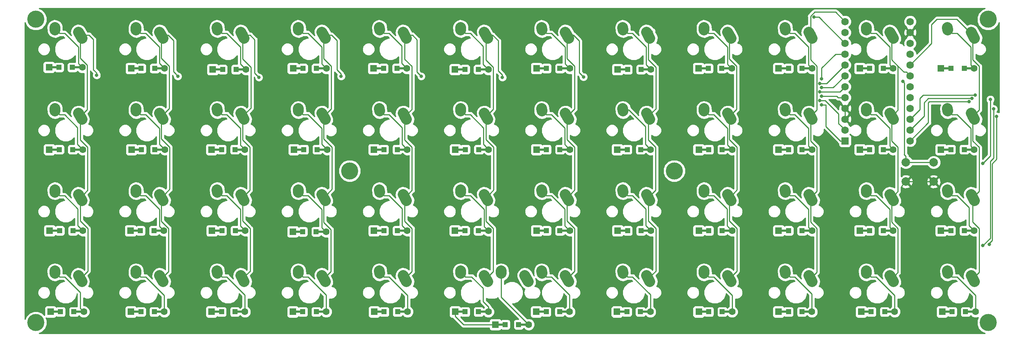
<source format=gtl>
G04 #@! TF.GenerationSoftware,KiCad,Pcbnew,(5.0.2-5-10.14)*
G04 #@! TF.CreationDate,2019-03-11T15:43:47+02:00*
G04 #@! TF.ProjectId,1_proto,315f7072-6f74-46f2-9e6b-696361645f70,rev?*
G04 #@! TF.SameCoordinates,Original*
G04 #@! TF.FileFunction,Copper,L1,Top*
G04 #@! TF.FilePolarity,Positive*
%FSLAX46Y46*%
G04 Gerber Fmt 4.6, Leading zero omitted, Abs format (unit mm)*
G04 Created by KiCad (PCBNEW (5.0.2-5-10.14)) date Monday, March 11, 2019 at 03:43:47 PM*
%MOMM*%
%LPD*%
G01*
G04 APERTURE LIST*
G04 #@! TA.AperFunction,ComponentPad*
%ADD10C,2.500000*%
G04 #@! TD*
G04 #@! TA.AperFunction,Conductor*
%ADD11C,2.500000*%
G04 #@! TD*
G04 #@! TA.AperFunction,ComponentPad*
%ADD12C,2.000000*%
G04 #@! TD*
G04 #@! TA.AperFunction,ComponentPad*
%ADD13R,1.752600X1.752600*%
G04 #@! TD*
G04 #@! TA.AperFunction,ComponentPad*
%ADD14C,1.752600*%
G04 #@! TD*
G04 #@! TA.AperFunction,Conductor*
%ADD15R,2.500000X0.500000*%
G04 #@! TD*
G04 #@! TA.AperFunction,ComponentPad*
%ADD16C,1.600000*%
G04 #@! TD*
G04 #@! TA.AperFunction,ComponentPad*
%ADD17R,1.600000X1.600000*%
G04 #@! TD*
G04 #@! TA.AperFunction,SMDPad,CuDef*
%ADD18R,1.200000X1.200000*%
G04 #@! TD*
G04 #@! TA.AperFunction,ComponentPad*
%ADD19C,4.000000*%
G04 #@! TD*
G04 #@! TA.AperFunction,ViaPad*
%ADD20C,0.800000*%
G04 #@! TD*
G04 #@! TA.AperFunction,Conductor*
%ADD21C,0.250000*%
G04 #@! TD*
G04 #@! TA.AperFunction,Conductor*
%ADD22C,0.254000*%
G04 #@! TD*
G04 APERTURE END LIST*
D10*
G04 #@! TO.P,K28,2*
G04 #@! TO.N,Net-(D28-Pad2)*
X135480000Y-133710000D03*
D11*
G04 #@! TD*
G04 #@! TO.N,Net-(D28-Pad2)*
G04 #@! TO.C,K28*
X135499724Y-133999328D02*
X135460276Y-133420672D01*
D10*
G04 #@! TO.P,K28,1*
G04 #@! TO.N,col6*
X141405000Y-135230000D03*
D11*
G04 #@! TD*
G04 #@! TO.N,col6*
G04 #@! TO.C,K28*
X141810453Y-135959954D02*
X140999547Y-134500046D01*
D10*
G04 #@! TO.P,K24,1*
G04 #@! TO.N,col5*
X160405000Y-135230000D03*
D11*
G04 #@! TD*
G04 #@! TO.N,col5*
G04 #@! TO.C,K24*
X160810453Y-135959954D02*
X159999547Y-134500046D01*
D10*
G04 #@! TO.P,K24,2*
G04 #@! TO.N,Net-(D24-Pad2)*
X154480000Y-133710000D03*
D11*
G04 #@! TD*
G04 #@! TO.N,Net-(D24-Pad2)*
G04 #@! TO.C,K24*
X154499724Y-133999328D02*
X154460276Y-133420672D01*
D10*
G04 #@! TO.P,K24-A1,2*
G04 #@! TO.N,Net-(D24-A1-Pad2)*
X144980000Y-133710000D03*
D11*
G04 #@! TD*
G04 #@! TO.N,Net-(D24-A1-Pad2)*
G04 #@! TO.C,K24-A1*
X144999724Y-133999328D02*
X144960276Y-133420672D01*
D10*
G04 #@! TO.P,K24-A1,1*
G04 #@! TO.N,col5*
X150905000Y-135230000D03*
D11*
G04 #@! TD*
G04 #@! TO.N,col5*
G04 #@! TO.C,K24-A1*
X151310453Y-135959954D02*
X150499547Y-134500046D01*
D12*
G04 #@! TO.P,SW1,1*
G04 #@! TO.N,Net-(SW1-Pad1)*
X246250000Y-108000000D03*
G04 #@! TO.P,SW1,2*
G04 #@! TO.N,+5V*
X246250000Y-112500000D03*
G04 #@! TO.P,SW1,1*
G04 #@! TO.N,Net-(SW1-Pad1)*
X239750000Y-108000000D03*
G04 #@! TO.P,SW1,2*
G04 #@! TO.N,+5V*
X239750000Y-112500000D03*
G04 #@! TD*
D10*
G04 #@! TO.P,K10,1*
G04 #@! TO.N,col2*
X217405000Y-97230000D03*
D11*
G04 #@! TD*
G04 #@! TO.N,col2*
G04 #@! TO.C,K10*
X217810453Y-97959954D02*
X216999547Y-96500046D01*
D10*
G04 #@! TO.P,K10,2*
G04 #@! TO.N,Net-(D10-Pad2)*
X211480000Y-95710000D03*
D11*
G04 #@! TD*
G04 #@! TO.N,Net-(D10-Pad2)*
G04 #@! TO.C,K10*
X211499724Y-95999328D02*
X211460276Y-95420672D01*
D10*
G04 #@! TO.P,K11,1*
G04 #@! TO.N,col2*
X217405000Y-116230000D03*
D11*
G04 #@! TD*
G04 #@! TO.N,col2*
G04 #@! TO.C,K11*
X217810453Y-116959954D02*
X216999547Y-115500046D01*
D10*
G04 #@! TO.P,K11,2*
G04 #@! TO.N,Net-(D11-Pad2)*
X211480000Y-114710000D03*
D11*
G04 #@! TD*
G04 #@! TO.N,Net-(D11-Pad2)*
G04 #@! TO.C,K11*
X211499724Y-114999328D02*
X211460276Y-114420672D01*
D10*
G04 #@! TO.P,K12,1*
G04 #@! TO.N,col2*
X217405000Y-135230000D03*
D11*
G04 #@! TD*
G04 #@! TO.N,col2*
G04 #@! TO.C,K12*
X217810453Y-135959954D02*
X216999547Y-134500046D01*
D10*
G04 #@! TO.P,K12,2*
G04 #@! TO.N,Net-(D12-Pad2)*
X211480000Y-133710000D03*
D11*
G04 #@! TD*
G04 #@! TO.N,Net-(D12-Pad2)*
G04 #@! TO.C,K12*
X211499724Y-133999328D02*
X211460276Y-133420672D01*
D10*
G04 #@! TO.P,K13,1*
G04 #@! TO.N,col3*
X198405000Y-78230000D03*
D11*
G04 #@! TD*
G04 #@! TO.N,col3*
G04 #@! TO.C,K13*
X198810453Y-78959954D02*
X197999547Y-77500046D01*
D10*
G04 #@! TO.P,K13,2*
G04 #@! TO.N,Net-(D13-Pad2)*
X192480000Y-76710000D03*
D11*
G04 #@! TD*
G04 #@! TO.N,Net-(D13-Pad2)*
G04 #@! TO.C,K13*
X192499724Y-76999328D02*
X192460276Y-76420672D01*
D10*
G04 #@! TO.P,K14,1*
G04 #@! TO.N,col3*
X198405000Y-97230000D03*
D11*
G04 #@! TD*
G04 #@! TO.N,col3*
G04 #@! TO.C,K14*
X198810453Y-97959954D02*
X197999547Y-96500046D01*
D10*
G04 #@! TO.P,K14,2*
G04 #@! TO.N,Net-(D14-Pad2)*
X192480000Y-95710000D03*
D11*
G04 #@! TD*
G04 #@! TO.N,Net-(D14-Pad2)*
G04 #@! TO.C,K14*
X192499724Y-95999328D02*
X192460276Y-95420672D01*
D10*
G04 #@! TO.P,K15,1*
G04 #@! TO.N,col3*
X198405000Y-116230000D03*
D11*
G04 #@! TD*
G04 #@! TO.N,col3*
G04 #@! TO.C,K15*
X198810453Y-116959954D02*
X197999547Y-115500046D01*
D10*
G04 #@! TO.P,K15,2*
G04 #@! TO.N,Net-(D15-Pad2)*
X192480000Y-114710000D03*
D11*
G04 #@! TD*
G04 #@! TO.N,Net-(D15-Pad2)*
G04 #@! TO.C,K15*
X192499724Y-114999328D02*
X192460276Y-114420672D01*
D10*
G04 #@! TO.P,K16,1*
G04 #@! TO.N,col3*
X198405000Y-135230000D03*
D11*
G04 #@! TD*
G04 #@! TO.N,col3*
G04 #@! TO.C,K16*
X198810453Y-135959954D02*
X197999547Y-134500046D01*
D10*
G04 #@! TO.P,K16,2*
G04 #@! TO.N,Net-(D16-Pad2)*
X192480000Y-133710000D03*
D11*
G04 #@! TD*
G04 #@! TO.N,Net-(D16-Pad2)*
G04 #@! TO.C,K16*
X192499724Y-133999328D02*
X192460276Y-133420672D01*
D10*
G04 #@! TO.P,K17,1*
G04 #@! TO.N,col4*
X179405000Y-78230000D03*
D11*
G04 #@! TD*
G04 #@! TO.N,col4*
G04 #@! TO.C,K17*
X179810453Y-78959954D02*
X178999547Y-77500046D01*
D10*
G04 #@! TO.P,K17,2*
G04 #@! TO.N,Net-(D17-Pad2)*
X173480000Y-76710000D03*
D11*
G04 #@! TD*
G04 #@! TO.N,Net-(D17-Pad2)*
G04 #@! TO.C,K17*
X173499724Y-76999328D02*
X173460276Y-76420672D01*
D10*
G04 #@! TO.P,K18,1*
G04 #@! TO.N,col4*
X179405000Y-97230000D03*
D11*
G04 #@! TD*
G04 #@! TO.N,col4*
G04 #@! TO.C,K18*
X179810453Y-97959954D02*
X178999547Y-96500046D01*
D10*
G04 #@! TO.P,K18,2*
G04 #@! TO.N,Net-(D18-Pad2)*
X173480000Y-95710000D03*
D11*
G04 #@! TD*
G04 #@! TO.N,Net-(D18-Pad2)*
G04 #@! TO.C,K18*
X173499724Y-95999328D02*
X173460276Y-95420672D01*
D10*
G04 #@! TO.P,K19,1*
G04 #@! TO.N,col4*
X179405000Y-116230000D03*
D11*
G04 #@! TD*
G04 #@! TO.N,col4*
G04 #@! TO.C,K19*
X179810453Y-116959954D02*
X178999547Y-115500046D01*
D10*
G04 #@! TO.P,K19,2*
G04 #@! TO.N,Net-(D19-Pad2)*
X173480000Y-114710000D03*
D11*
G04 #@! TD*
G04 #@! TO.N,Net-(D19-Pad2)*
G04 #@! TO.C,K19*
X173499724Y-114999328D02*
X173460276Y-114420672D01*
D10*
G04 #@! TO.P,K20,1*
G04 #@! TO.N,col4*
X179405000Y-135230000D03*
D11*
G04 #@! TD*
G04 #@! TO.N,col4*
G04 #@! TO.C,K20*
X179810453Y-135959954D02*
X178999547Y-134500046D01*
D10*
G04 #@! TO.P,K20,2*
G04 #@! TO.N,Net-(D20-Pad2)*
X173480000Y-133710000D03*
D11*
G04 #@! TD*
G04 #@! TO.N,Net-(D20-Pad2)*
G04 #@! TO.C,K20*
X173499724Y-133999328D02*
X173460276Y-133420672D01*
D10*
G04 #@! TO.P,K21,1*
G04 #@! TO.N,col5*
X160405000Y-78230000D03*
D11*
G04 #@! TD*
G04 #@! TO.N,col5*
G04 #@! TO.C,K21*
X160810453Y-78959954D02*
X159999547Y-77500046D01*
D10*
G04 #@! TO.P,K21,2*
G04 #@! TO.N,Net-(D21-Pad2)*
X154480000Y-76710000D03*
D11*
G04 #@! TD*
G04 #@! TO.N,Net-(D21-Pad2)*
G04 #@! TO.C,K21*
X154499724Y-76999328D02*
X154460276Y-76420672D01*
D10*
G04 #@! TO.P,K22,1*
G04 #@! TO.N,col5*
X160405000Y-97230000D03*
D11*
G04 #@! TD*
G04 #@! TO.N,col5*
G04 #@! TO.C,K22*
X160810453Y-97959954D02*
X159999547Y-96500046D01*
D10*
G04 #@! TO.P,K22,2*
G04 #@! TO.N,Net-(D22-Pad2)*
X154480000Y-95710000D03*
D11*
G04 #@! TD*
G04 #@! TO.N,Net-(D22-Pad2)*
G04 #@! TO.C,K22*
X154499724Y-95999328D02*
X154460276Y-95420672D01*
D10*
G04 #@! TO.P,K23,1*
G04 #@! TO.N,col5*
X160405000Y-116230000D03*
D11*
G04 #@! TD*
G04 #@! TO.N,col5*
G04 #@! TO.C,K23*
X160810453Y-116959954D02*
X159999547Y-115500046D01*
D10*
G04 #@! TO.P,K23,2*
G04 #@! TO.N,Net-(D23-Pad2)*
X154480000Y-114710000D03*
D11*
G04 #@! TD*
G04 #@! TO.N,Net-(D23-Pad2)*
G04 #@! TO.C,K23*
X154499724Y-114999328D02*
X154460276Y-114420672D01*
D10*
G04 #@! TO.P,K25,2*
G04 #@! TO.N,Net-(D25-Pad2)*
X135480000Y-76710000D03*
D11*
G04 #@! TD*
G04 #@! TO.N,Net-(D25-Pad2)*
G04 #@! TO.C,K25*
X135499724Y-76999328D02*
X135460276Y-76420672D01*
D10*
G04 #@! TO.P,K25,1*
G04 #@! TO.N,col6*
X141405000Y-78230000D03*
D11*
G04 #@! TD*
G04 #@! TO.N,col6*
G04 #@! TO.C,K25*
X141810453Y-78959954D02*
X140999547Y-77500046D01*
D10*
G04 #@! TO.P,K26,2*
G04 #@! TO.N,Net-(D26-Pad2)*
X135480000Y-95710000D03*
D11*
G04 #@! TD*
G04 #@! TO.N,Net-(D26-Pad2)*
G04 #@! TO.C,K26*
X135499724Y-95999328D02*
X135460276Y-95420672D01*
D10*
G04 #@! TO.P,K26,1*
G04 #@! TO.N,col6*
X141405000Y-97230000D03*
D11*
G04 #@! TD*
G04 #@! TO.N,col6*
G04 #@! TO.C,K26*
X141810453Y-97959954D02*
X140999547Y-96500046D01*
D10*
G04 #@! TO.P,K27,2*
G04 #@! TO.N,Net-(D27-Pad2)*
X135480000Y-114710000D03*
D11*
G04 #@! TD*
G04 #@! TO.N,Net-(D27-Pad2)*
G04 #@! TO.C,K27*
X135499724Y-114999328D02*
X135460276Y-114420672D01*
D10*
G04 #@! TO.P,K27,1*
G04 #@! TO.N,col6*
X141405000Y-116230000D03*
D11*
G04 #@! TD*
G04 #@! TO.N,col6*
G04 #@! TO.C,K27*
X141810453Y-116959954D02*
X140999547Y-115500046D01*
D10*
G04 #@! TO.P,K29,2*
G04 #@! TO.N,Net-(D29-Pad2)*
X116480000Y-76710000D03*
D11*
G04 #@! TD*
G04 #@! TO.N,Net-(D29-Pad2)*
G04 #@! TO.C,K29*
X116499724Y-76999328D02*
X116460276Y-76420672D01*
D10*
G04 #@! TO.P,K29,1*
G04 #@! TO.N,col7*
X122405000Y-78230000D03*
D11*
G04 #@! TD*
G04 #@! TO.N,col7*
G04 #@! TO.C,K29*
X122810453Y-78959954D02*
X121999547Y-77500046D01*
D10*
G04 #@! TO.P,K30,2*
G04 #@! TO.N,Net-(D30-Pad2)*
X116480000Y-95710000D03*
D11*
G04 #@! TD*
G04 #@! TO.N,Net-(D30-Pad2)*
G04 #@! TO.C,K30*
X116499724Y-95999328D02*
X116460276Y-95420672D01*
D10*
G04 #@! TO.P,K30,1*
G04 #@! TO.N,col7*
X122405000Y-97230000D03*
D11*
G04 #@! TD*
G04 #@! TO.N,col7*
G04 #@! TO.C,K30*
X122810453Y-97959954D02*
X121999547Y-96500046D01*
D10*
G04 #@! TO.P,K31,2*
G04 #@! TO.N,Net-(D31-Pad2)*
X116480000Y-114710000D03*
D11*
G04 #@! TD*
G04 #@! TO.N,Net-(D31-Pad2)*
G04 #@! TO.C,K31*
X116499724Y-114999328D02*
X116460276Y-114420672D01*
D10*
G04 #@! TO.P,K31,1*
G04 #@! TO.N,col7*
X122405000Y-116230000D03*
D11*
G04 #@! TD*
G04 #@! TO.N,col7*
G04 #@! TO.C,K31*
X122810453Y-116959954D02*
X121999547Y-115500046D01*
D10*
G04 #@! TO.P,K32,2*
G04 #@! TO.N,Net-(D32-Pad2)*
X116480000Y-133710000D03*
D11*
G04 #@! TD*
G04 #@! TO.N,Net-(D32-Pad2)*
G04 #@! TO.C,K32*
X116499724Y-133999328D02*
X116460276Y-133420672D01*
D10*
G04 #@! TO.P,K32,1*
G04 #@! TO.N,col7*
X122405000Y-135230000D03*
D11*
G04 #@! TD*
G04 #@! TO.N,col7*
G04 #@! TO.C,K32*
X122810453Y-135959954D02*
X121999547Y-134500046D01*
D10*
G04 #@! TO.P,K33,2*
G04 #@! TO.N,Net-(D33-Pad2)*
X97480000Y-76710000D03*
D11*
G04 #@! TD*
G04 #@! TO.N,Net-(D33-Pad2)*
G04 #@! TO.C,K33*
X97499724Y-76999328D02*
X97460276Y-76420672D01*
D10*
G04 #@! TO.P,K33,1*
G04 #@! TO.N,col8*
X103405000Y-78230000D03*
D11*
G04 #@! TD*
G04 #@! TO.N,col8*
G04 #@! TO.C,K33*
X103810453Y-78959954D02*
X102999547Y-77500046D01*
D10*
G04 #@! TO.P,K34,2*
G04 #@! TO.N,Net-(D34-Pad2)*
X97480000Y-95710000D03*
D11*
G04 #@! TD*
G04 #@! TO.N,Net-(D34-Pad2)*
G04 #@! TO.C,K34*
X97499724Y-95999328D02*
X97460276Y-95420672D01*
D10*
G04 #@! TO.P,K34,1*
G04 #@! TO.N,col8*
X103405000Y-97230000D03*
D11*
G04 #@! TD*
G04 #@! TO.N,col8*
G04 #@! TO.C,K34*
X103810453Y-97959954D02*
X102999547Y-96500046D01*
D10*
G04 #@! TO.P,K35,2*
G04 #@! TO.N,Net-(D35-Pad2)*
X97480000Y-114710000D03*
D11*
G04 #@! TD*
G04 #@! TO.N,Net-(D35-Pad2)*
G04 #@! TO.C,K35*
X97499724Y-114999328D02*
X97460276Y-114420672D01*
D10*
G04 #@! TO.P,K35,1*
G04 #@! TO.N,col8*
X103405000Y-116230000D03*
D11*
G04 #@! TD*
G04 #@! TO.N,col8*
G04 #@! TO.C,K35*
X103810453Y-116959954D02*
X102999547Y-115500046D01*
D10*
G04 #@! TO.P,K36,2*
G04 #@! TO.N,Net-(D36-Pad2)*
X97480000Y-133710000D03*
D11*
G04 #@! TD*
G04 #@! TO.N,Net-(D36-Pad2)*
G04 #@! TO.C,K36*
X97499724Y-133999328D02*
X97460276Y-133420672D01*
D10*
G04 #@! TO.P,K36,1*
G04 #@! TO.N,col8*
X103405000Y-135230000D03*
D11*
G04 #@! TD*
G04 #@! TO.N,col8*
G04 #@! TO.C,K36*
X103810453Y-135959954D02*
X102999547Y-134500046D01*
D10*
G04 #@! TO.P,K37,2*
G04 #@! TO.N,Net-(D37-Pad2)*
X78480000Y-76710000D03*
D11*
G04 #@! TD*
G04 #@! TO.N,Net-(D37-Pad2)*
G04 #@! TO.C,K37*
X78499724Y-76999328D02*
X78460276Y-76420672D01*
D10*
G04 #@! TO.P,K37,1*
G04 #@! TO.N,col9*
X84405000Y-78230000D03*
D11*
G04 #@! TD*
G04 #@! TO.N,col9*
G04 #@! TO.C,K37*
X84810453Y-78959954D02*
X83999547Y-77500046D01*
D10*
G04 #@! TO.P,K38,2*
G04 #@! TO.N,Net-(D38-Pad2)*
X78480000Y-95710000D03*
D11*
G04 #@! TD*
G04 #@! TO.N,Net-(D38-Pad2)*
G04 #@! TO.C,K38*
X78499724Y-95999328D02*
X78460276Y-95420672D01*
D10*
G04 #@! TO.P,K38,1*
G04 #@! TO.N,col9*
X84405000Y-97230000D03*
D11*
G04 #@! TD*
G04 #@! TO.N,col9*
G04 #@! TO.C,K38*
X84810453Y-97959954D02*
X83999547Y-96500046D01*
D10*
G04 #@! TO.P,K39,2*
G04 #@! TO.N,Net-(D39-Pad2)*
X78480000Y-114710000D03*
D11*
G04 #@! TD*
G04 #@! TO.N,Net-(D39-Pad2)*
G04 #@! TO.C,K39*
X78499724Y-114999328D02*
X78460276Y-114420672D01*
D10*
G04 #@! TO.P,K39,1*
G04 #@! TO.N,col9*
X84405000Y-116230000D03*
D11*
G04 #@! TD*
G04 #@! TO.N,col9*
G04 #@! TO.C,K39*
X84810453Y-116959954D02*
X83999547Y-115500046D01*
D10*
G04 #@! TO.P,K40,2*
G04 #@! TO.N,Net-(D40-Pad2)*
X78480000Y-133710000D03*
D11*
G04 #@! TD*
G04 #@! TO.N,Net-(D40-Pad2)*
G04 #@! TO.C,K40*
X78499724Y-133999328D02*
X78460276Y-133420672D01*
D10*
G04 #@! TO.P,K40,1*
G04 #@! TO.N,col9*
X84405000Y-135230000D03*
D11*
G04 #@! TD*
G04 #@! TO.N,col9*
G04 #@! TO.C,K40*
X84810453Y-135959954D02*
X83999547Y-134500046D01*
D10*
G04 #@! TO.P,K41,2*
G04 #@! TO.N,Net-(D41-Pad2)*
X59480000Y-76710000D03*
D11*
G04 #@! TD*
G04 #@! TO.N,Net-(D41-Pad2)*
G04 #@! TO.C,K41*
X59499724Y-76999328D02*
X59460276Y-76420672D01*
D10*
G04 #@! TO.P,K41,1*
G04 #@! TO.N,col10*
X65405000Y-78230000D03*
D11*
G04 #@! TD*
G04 #@! TO.N,col10*
G04 #@! TO.C,K41*
X65810453Y-78959954D02*
X64999547Y-77500046D01*
D10*
G04 #@! TO.P,K42,2*
G04 #@! TO.N,Net-(D42-Pad2)*
X59480000Y-95710000D03*
D11*
G04 #@! TD*
G04 #@! TO.N,Net-(D42-Pad2)*
G04 #@! TO.C,K42*
X59499724Y-95999328D02*
X59460276Y-95420672D01*
D10*
G04 #@! TO.P,K42,1*
G04 #@! TO.N,col10*
X65405000Y-97230000D03*
D11*
G04 #@! TD*
G04 #@! TO.N,col10*
G04 #@! TO.C,K42*
X65810453Y-97959954D02*
X64999547Y-96500046D01*
D10*
G04 #@! TO.P,K43,2*
G04 #@! TO.N,Net-(D43-Pad2)*
X59480000Y-114710000D03*
D11*
G04 #@! TD*
G04 #@! TO.N,Net-(D43-Pad2)*
G04 #@! TO.C,K43*
X59499724Y-114999328D02*
X59460276Y-114420672D01*
D10*
G04 #@! TO.P,K43,1*
G04 #@! TO.N,col10*
X65405000Y-116230000D03*
D11*
G04 #@! TD*
G04 #@! TO.N,col10*
G04 #@! TO.C,K43*
X65810453Y-116959954D02*
X64999547Y-115500046D01*
D10*
G04 #@! TO.P,K44,2*
G04 #@! TO.N,Net-(D44-Pad2)*
X59480000Y-133710000D03*
D11*
G04 #@! TD*
G04 #@! TO.N,Net-(D44-Pad2)*
G04 #@! TO.C,K44*
X59499724Y-133999328D02*
X59460276Y-133420672D01*
D10*
G04 #@! TO.P,K44,1*
G04 #@! TO.N,col10*
X65405000Y-135230000D03*
D11*
G04 #@! TD*
G04 #@! TO.N,col10*
G04 #@! TO.C,K44*
X65810453Y-135959954D02*
X64999547Y-134500046D01*
D10*
G04 #@! TO.P,K45,2*
G04 #@! TO.N,Net-(D45-Pad2)*
X40480000Y-76710000D03*
D11*
G04 #@! TD*
G04 #@! TO.N,Net-(D45-Pad2)*
G04 #@! TO.C,K45*
X40499724Y-76999328D02*
X40460276Y-76420672D01*
D10*
G04 #@! TO.P,K45,1*
G04 #@! TO.N,col11*
X46405000Y-78230000D03*
D11*
G04 #@! TD*
G04 #@! TO.N,col11*
G04 #@! TO.C,K45*
X46810453Y-78959954D02*
X45999547Y-77500046D01*
D10*
G04 #@! TO.P,K46,2*
G04 #@! TO.N,Net-(D46-Pad2)*
X40480000Y-95710000D03*
D11*
G04 #@! TD*
G04 #@! TO.N,Net-(D46-Pad2)*
G04 #@! TO.C,K46*
X40499724Y-95999328D02*
X40460276Y-95420672D01*
D10*
G04 #@! TO.P,K46,1*
G04 #@! TO.N,col11*
X46405000Y-97230000D03*
D11*
G04 #@! TD*
G04 #@! TO.N,col11*
G04 #@! TO.C,K46*
X46810453Y-97959954D02*
X45999547Y-96500046D01*
D10*
G04 #@! TO.P,K47,2*
G04 #@! TO.N,Net-(D47-Pad2)*
X40480000Y-114710000D03*
D11*
G04 #@! TD*
G04 #@! TO.N,Net-(D47-Pad2)*
G04 #@! TO.C,K47*
X40499724Y-114999328D02*
X40460276Y-114420672D01*
D10*
G04 #@! TO.P,K47,1*
G04 #@! TO.N,col11*
X46405000Y-116230000D03*
D11*
G04 #@! TD*
G04 #@! TO.N,col11*
G04 #@! TO.C,K47*
X46810453Y-116959954D02*
X45999547Y-115500046D01*
D10*
G04 #@! TO.P,K48,2*
G04 #@! TO.N,Net-(D48-Pad2)*
X40480000Y-133710000D03*
D11*
G04 #@! TD*
G04 #@! TO.N,Net-(D48-Pad2)*
G04 #@! TO.C,K48*
X40499724Y-133999328D02*
X40460276Y-133420672D01*
D10*
G04 #@! TO.P,K48,1*
G04 #@! TO.N,col11*
X46405000Y-135230000D03*
D11*
G04 #@! TD*
G04 #@! TO.N,col11*
G04 #@! TO.C,K48*
X46810453Y-135959954D02*
X45999547Y-134500046D01*
D13*
G04 #@! TO.P,U1,1*
G04 #@! TO.N,col11*
X225500000Y-102970000D03*
D14*
G04 #@! TO.P,U1,2*
G04 #@! TO.N,col10*
X225500000Y-100430000D03*
G04 #@! TO.P,U1,3*
G04 #@! TO.N,+5V*
X225500000Y-97890000D03*
G04 #@! TO.P,U1,4*
X225500000Y-95350000D03*
G04 #@! TO.P,U1,5*
G04 #@! TO.N,col9*
X225500000Y-92810000D03*
G04 #@! TO.P,U1,6*
G04 #@! TO.N,col8*
X225500000Y-90270000D03*
G04 #@! TO.P,U1,7*
G04 #@! TO.N,col7*
X225500000Y-87730000D03*
G04 #@! TO.P,U1,8*
G04 #@! TO.N,col6*
X225500000Y-85190000D03*
G04 #@! TO.P,U1,9*
G04 #@! TO.N,col5*
X225500000Y-82650000D03*
G04 #@! TO.P,U1,10*
G04 #@! TO.N,col4*
X225500000Y-80110000D03*
G04 #@! TO.P,U1,11*
G04 #@! TO.N,col3*
X225500000Y-77570000D03*
G04 #@! TO.P,U1,12*
G04 #@! TO.N,col2*
X225500000Y-75030000D03*
G04 #@! TO.P,U1,24*
G04 #@! TO.N,Net-(U1-Pad24)*
X240740000Y-75030000D03*
G04 #@! TO.P,U1,23*
G04 #@! TO.N,+5V*
X240740000Y-77570000D03*
G04 #@! TO.P,U1,22*
G04 #@! TO.N,Net-(SW1-Pad1)*
X240740000Y-80110000D03*
G04 #@! TO.P,U1,21*
G04 #@! TO.N,VCC*
X240740000Y-82650000D03*
G04 #@! TO.P,U1,20*
G04 #@! TO.N,col0*
X240740000Y-85190000D03*
G04 #@! TO.P,U1,19*
G04 #@! TO.N,col1*
X240740000Y-87730000D03*
G04 #@! TO.P,U1,18*
G04 #@! TO.N,row0*
X240740000Y-90270000D03*
G04 #@! TO.P,U1,17*
G04 #@! TO.N,Net-(U1-Pad17)*
X240740000Y-92810000D03*
G04 #@! TO.P,U1,16*
G04 #@! TO.N,Net-(U1-Pad16)*
X240740000Y-95350000D03*
G04 #@! TO.P,U1,15*
G04 #@! TO.N,row1*
X240740000Y-97890000D03*
G04 #@! TO.P,U1,14*
G04 #@! TO.N,row2*
X240740000Y-100430000D03*
G04 #@! TO.P,U1,13*
G04 #@! TO.N,row3*
X240740000Y-102970000D03*
G04 #@! TD*
D15*
G04 #@! TO.N,Net-(D3-Pad2)*
G04 #@! TO.C,D3*
X254550000Y-124000000D03*
G04 #@! TO.N,row2*
X249150000Y-124000000D03*
D16*
G04 #@! TD*
G04 #@! TO.P,D3,2*
G04 #@! TO.N,Net-(D3-Pad2)*
X255750000Y-124000000D03*
D17*
G04 #@! TO.P,D3,1*
G04 #@! TO.N,row2*
X247950000Y-124000000D03*
D18*
X250275000Y-124000000D03*
G04 #@! TO.P,D3,2*
G04 #@! TO.N,Net-(D3-Pad2)*
X253425000Y-124000000D03*
G04 #@! TD*
D15*
G04 #@! TO.N,Net-(D6-Pad2)*
G04 #@! TO.C,D6*
X235550000Y-105000000D03*
G04 #@! TO.N,row1*
X230150000Y-105000000D03*
D16*
G04 #@! TD*
G04 #@! TO.P,D6,2*
G04 #@! TO.N,Net-(D6-Pad2)*
X236750000Y-105000000D03*
D17*
G04 #@! TO.P,D6,1*
G04 #@! TO.N,row1*
X228950000Y-105000000D03*
D18*
X231275000Y-105000000D03*
G04 #@! TO.P,D6,2*
G04 #@! TO.N,Net-(D6-Pad2)*
X234425000Y-105000000D03*
G04 #@! TD*
D15*
G04 #@! TO.N,Net-(D5-Pad2)*
G04 #@! TO.C,D5*
X235550000Y-86000000D03*
G04 #@! TO.N,row0*
X230150000Y-86000000D03*
D16*
G04 #@! TD*
G04 #@! TO.P,D5,2*
G04 #@! TO.N,Net-(D5-Pad2)*
X236750000Y-86000000D03*
D17*
G04 #@! TO.P,D5,1*
G04 #@! TO.N,row0*
X228950000Y-86000000D03*
D18*
X231275000Y-86000000D03*
G04 #@! TO.P,D5,2*
G04 #@! TO.N,Net-(D5-Pad2)*
X234425000Y-86000000D03*
G04 #@! TD*
D15*
G04 #@! TO.N,Net-(D2-Pad2)*
G04 #@! TO.C,D2*
X254550000Y-105000000D03*
G04 #@! TO.N,row1*
X249150000Y-105000000D03*
D16*
G04 #@! TD*
G04 #@! TO.P,D2,2*
G04 #@! TO.N,Net-(D2-Pad2)*
X255750000Y-105000000D03*
D17*
G04 #@! TO.P,D2,1*
G04 #@! TO.N,row1*
X247950000Y-105000000D03*
D18*
X250275000Y-105000000D03*
G04 #@! TO.P,D2,2*
G04 #@! TO.N,Net-(D2-Pad2)*
X253425000Y-105000000D03*
G04 #@! TD*
D15*
G04 #@! TO.N,Net-(D1-Pad2)*
G04 #@! TO.C,D1*
X254550000Y-86000000D03*
G04 #@! TO.N,row0*
X249150000Y-86000000D03*
D16*
G04 #@! TD*
G04 #@! TO.P,D1,2*
G04 #@! TO.N,Net-(D1-Pad2)*
X255750000Y-86000000D03*
D17*
G04 #@! TO.P,D1,1*
G04 #@! TO.N,row0*
X247950000Y-86000000D03*
D18*
X250275000Y-86000000D03*
G04 #@! TO.P,D1,2*
G04 #@! TO.N,Net-(D1-Pad2)*
X253425000Y-86000000D03*
G04 #@! TD*
D15*
G04 #@! TO.N,Net-(D8-Pad2)*
G04 #@! TO.C,D8*
X235900000Y-143000000D03*
G04 #@! TO.N,row3*
X230500000Y-143000000D03*
D16*
G04 #@! TD*
G04 #@! TO.P,D8,2*
G04 #@! TO.N,Net-(D8-Pad2)*
X237100000Y-143000000D03*
D17*
G04 #@! TO.P,D8,1*
G04 #@! TO.N,row3*
X229300000Y-143000000D03*
D18*
X231625000Y-143000000D03*
G04 #@! TO.P,D8,2*
G04 #@! TO.N,Net-(D8-Pad2)*
X234775000Y-143000000D03*
G04 #@! TD*
D15*
G04 #@! TO.N,Net-(D9-Pad2)*
G04 #@! TO.C,D9*
X216550000Y-86000000D03*
G04 #@! TO.N,row0*
X211150000Y-86000000D03*
D16*
G04 #@! TD*
G04 #@! TO.P,D9,2*
G04 #@! TO.N,Net-(D9-Pad2)*
X217750000Y-86000000D03*
D17*
G04 #@! TO.P,D9,1*
G04 #@! TO.N,row0*
X209950000Y-86000000D03*
D18*
X212275000Y-86000000D03*
G04 #@! TO.P,D9,2*
G04 #@! TO.N,Net-(D9-Pad2)*
X215425000Y-86000000D03*
G04 #@! TD*
D15*
G04 #@! TO.N,Net-(D10-Pad2)*
G04 #@! TO.C,D10*
X216550000Y-105000000D03*
G04 #@! TO.N,row1*
X211150000Y-105000000D03*
D16*
G04 #@! TD*
G04 #@! TO.P,D10,2*
G04 #@! TO.N,Net-(D10-Pad2)*
X217750000Y-105000000D03*
D17*
G04 #@! TO.P,D10,1*
G04 #@! TO.N,row1*
X209950000Y-105000000D03*
D18*
X212275000Y-105000000D03*
G04 #@! TO.P,D10,2*
G04 #@! TO.N,Net-(D10-Pad2)*
X215425000Y-105000000D03*
G04 #@! TD*
D15*
G04 #@! TO.N,Net-(D11-Pad2)*
G04 #@! TO.C,D11*
X216550000Y-124000000D03*
G04 #@! TO.N,row2*
X211150000Y-124000000D03*
D16*
G04 #@! TD*
G04 #@! TO.P,D11,2*
G04 #@! TO.N,Net-(D11-Pad2)*
X217750000Y-124000000D03*
D17*
G04 #@! TO.P,D11,1*
G04 #@! TO.N,row2*
X209950000Y-124000000D03*
D18*
X212275000Y-124000000D03*
G04 #@! TO.P,D11,2*
G04 #@! TO.N,Net-(D11-Pad2)*
X215425000Y-124000000D03*
G04 #@! TD*
D15*
G04 #@! TO.N,Net-(D12-Pad2)*
G04 #@! TO.C,D12*
X216525000Y-143000000D03*
G04 #@! TO.N,row3*
X211125000Y-143000000D03*
D16*
G04 #@! TD*
G04 #@! TO.P,D12,2*
G04 #@! TO.N,Net-(D12-Pad2)*
X217725000Y-143000000D03*
D17*
G04 #@! TO.P,D12,1*
G04 #@! TO.N,row3*
X209925000Y-143000000D03*
D18*
X212250000Y-143000000D03*
G04 #@! TO.P,D12,2*
G04 #@! TO.N,Net-(D12-Pad2)*
X215400000Y-143000000D03*
G04 #@! TD*
D15*
G04 #@! TO.N,Net-(D13-Pad2)*
G04 #@! TO.C,D13*
X197775000Y-86000000D03*
G04 #@! TO.N,row0*
X192375000Y-86000000D03*
D16*
G04 #@! TD*
G04 #@! TO.P,D13,2*
G04 #@! TO.N,Net-(D13-Pad2)*
X198975000Y-86000000D03*
D17*
G04 #@! TO.P,D13,1*
G04 #@! TO.N,row0*
X191175000Y-86000000D03*
D18*
X193500000Y-86000000D03*
G04 #@! TO.P,D13,2*
G04 #@! TO.N,Net-(D13-Pad2)*
X196650000Y-86000000D03*
G04 #@! TD*
D15*
G04 #@! TO.N,Net-(D14-Pad2)*
G04 #@! TO.C,D14*
X197850000Y-105000000D03*
G04 #@! TO.N,row1*
X192450000Y-105000000D03*
D16*
G04 #@! TD*
G04 #@! TO.P,D14,2*
G04 #@! TO.N,Net-(D14-Pad2)*
X199050000Y-105000000D03*
D17*
G04 #@! TO.P,D14,1*
G04 #@! TO.N,row1*
X191250000Y-105000000D03*
D18*
X193575000Y-105000000D03*
G04 #@! TO.P,D14,2*
G04 #@! TO.N,Net-(D14-Pad2)*
X196725000Y-105000000D03*
G04 #@! TD*
D15*
G04 #@! TO.N,Net-(D15-Pad2)*
G04 #@! TO.C,D15*
X197850000Y-124000000D03*
G04 #@! TO.N,row2*
X192450000Y-124000000D03*
D16*
G04 #@! TD*
G04 #@! TO.P,D15,2*
G04 #@! TO.N,Net-(D15-Pad2)*
X199050000Y-124000000D03*
D17*
G04 #@! TO.P,D15,1*
G04 #@! TO.N,row2*
X191250000Y-124000000D03*
D18*
X193575000Y-124000000D03*
G04 #@! TO.P,D15,2*
G04 #@! TO.N,Net-(D15-Pad2)*
X196725000Y-124000000D03*
G04 #@! TD*
D15*
G04 #@! TO.N,Net-(D16-Pad2)*
G04 #@! TO.C,D16*
X197850000Y-143000000D03*
G04 #@! TO.N,row3*
X192450000Y-143000000D03*
D16*
G04 #@! TD*
G04 #@! TO.P,D16,2*
G04 #@! TO.N,Net-(D16-Pad2)*
X199050000Y-143000000D03*
D17*
G04 #@! TO.P,D16,1*
G04 #@! TO.N,row3*
X191250000Y-143000000D03*
D18*
X193575000Y-143000000D03*
G04 #@! TO.P,D16,2*
G04 #@! TO.N,Net-(D16-Pad2)*
X196725000Y-143000000D03*
G04 #@! TD*
D15*
G04 #@! TO.N,Net-(D17-Pad2)*
G04 #@! TO.C,D17*
X178850000Y-86250000D03*
G04 #@! TO.N,row0*
X173450000Y-86250000D03*
D16*
G04 #@! TD*
G04 #@! TO.P,D17,2*
G04 #@! TO.N,Net-(D17-Pad2)*
X180050000Y-86250000D03*
D17*
G04 #@! TO.P,D17,1*
G04 #@! TO.N,row0*
X172250000Y-86250000D03*
D18*
X174575000Y-86250000D03*
G04 #@! TO.P,D17,2*
G04 #@! TO.N,Net-(D17-Pad2)*
X177725000Y-86250000D03*
G04 #@! TD*
D15*
G04 #@! TO.N,Net-(D18-Pad2)*
G04 #@! TO.C,D18*
X178775000Y-105000000D03*
G04 #@! TO.N,row1*
X173375000Y-105000000D03*
D16*
G04 #@! TD*
G04 #@! TO.P,D18,2*
G04 #@! TO.N,Net-(D18-Pad2)*
X179975000Y-105000000D03*
D17*
G04 #@! TO.P,D18,1*
G04 #@! TO.N,row1*
X172175000Y-105000000D03*
D18*
X174500000Y-105000000D03*
G04 #@! TO.P,D18,2*
G04 #@! TO.N,Net-(D18-Pad2)*
X177650000Y-105000000D03*
G04 #@! TD*
D15*
G04 #@! TO.N,Net-(D19-Pad2)*
G04 #@! TO.C,D19*
X178850000Y-124000000D03*
G04 #@! TO.N,row2*
X173450000Y-124000000D03*
D16*
G04 #@! TD*
G04 #@! TO.P,D19,2*
G04 #@! TO.N,Net-(D19-Pad2)*
X180050000Y-124000000D03*
D17*
G04 #@! TO.P,D19,1*
G04 #@! TO.N,row2*
X172250000Y-124000000D03*
D18*
X174575000Y-124000000D03*
G04 #@! TO.P,D19,2*
G04 #@! TO.N,Net-(D19-Pad2)*
X177725000Y-124000000D03*
G04 #@! TD*
D15*
G04 #@! TO.N,Net-(D20-Pad2)*
G04 #@! TO.C,D20*
X178700000Y-143000000D03*
G04 #@! TO.N,row3*
X173300000Y-143000000D03*
D16*
G04 #@! TD*
G04 #@! TO.P,D20,2*
G04 #@! TO.N,Net-(D20-Pad2)*
X179900000Y-143000000D03*
D17*
G04 #@! TO.P,D20,1*
G04 #@! TO.N,row3*
X172100000Y-143000000D03*
D18*
X174425000Y-143000000D03*
G04 #@! TO.P,D20,2*
G04 #@! TO.N,Net-(D20-Pad2)*
X177575000Y-143000000D03*
G04 #@! TD*
D15*
G04 #@! TO.N,Net-(D21-Pad2)*
G04 #@! TO.C,D21*
X159850000Y-86000000D03*
G04 #@! TO.N,row0*
X154450000Y-86000000D03*
D16*
G04 #@! TD*
G04 #@! TO.P,D21,2*
G04 #@! TO.N,Net-(D21-Pad2)*
X161050000Y-86000000D03*
D17*
G04 #@! TO.P,D21,1*
G04 #@! TO.N,row0*
X153250000Y-86000000D03*
D18*
X155575000Y-86000000D03*
G04 #@! TO.P,D21,2*
G04 #@! TO.N,Net-(D21-Pad2)*
X158725000Y-86000000D03*
G04 #@! TD*
D15*
G04 #@! TO.N,Net-(D22-Pad2)*
G04 #@! TO.C,D22*
X159850000Y-105000000D03*
G04 #@! TO.N,row1*
X154450000Y-105000000D03*
D16*
G04 #@! TD*
G04 #@! TO.P,D22,2*
G04 #@! TO.N,Net-(D22-Pad2)*
X161050000Y-105000000D03*
D17*
G04 #@! TO.P,D22,1*
G04 #@! TO.N,row1*
X153250000Y-105000000D03*
D18*
X155575000Y-105000000D03*
G04 #@! TO.P,D22,2*
G04 #@! TO.N,Net-(D22-Pad2)*
X158725000Y-105000000D03*
G04 #@! TD*
D15*
G04 #@! TO.N,Net-(D23-Pad2)*
G04 #@! TO.C,D23*
X159850000Y-124000000D03*
G04 #@! TO.N,row2*
X154450000Y-124000000D03*
D16*
G04 #@! TD*
G04 #@! TO.P,D23,2*
G04 #@! TO.N,Net-(D23-Pad2)*
X161050000Y-124000000D03*
D17*
G04 #@! TO.P,D23,1*
G04 #@! TO.N,row2*
X153250000Y-124000000D03*
D18*
X155575000Y-124000000D03*
G04 #@! TO.P,D23,2*
G04 #@! TO.N,Net-(D23-Pad2)*
X158725000Y-124000000D03*
G04 #@! TD*
G04 #@! TO.P,D24,2*
G04 #@! TO.N,Net-(D24-Pad2)*
X158675000Y-143000000D03*
G04 #@! TO.P,D24,1*
G04 #@! TO.N,row3*
X155525000Y-143000000D03*
D17*
X153200000Y-143000000D03*
D16*
G04 #@! TO.P,D24,2*
G04 #@! TO.N,Net-(D24-Pad2)*
X161000000Y-143000000D03*
D15*
G04 #@! TD*
G04 #@! TO.N,row3*
G04 #@! TO.C,D24*
X154400000Y-143000000D03*
G04 #@! TO.N,Net-(D24-Pad2)*
G04 #@! TO.C,D24*
X159800000Y-143000000D03*
G04 #@! TD*
D18*
G04 #@! TO.P,D25,2*
G04 #@! TO.N,Net-(D25-Pad2)*
X139650000Y-86250000D03*
G04 #@! TO.P,D25,1*
G04 #@! TO.N,row0*
X136500000Y-86250000D03*
D17*
X134175000Y-86250000D03*
D16*
G04 #@! TO.P,D25,2*
G04 #@! TO.N,Net-(D25-Pad2)*
X141975000Y-86250000D03*
D15*
G04 #@! TD*
G04 #@! TO.N,row0*
G04 #@! TO.C,D25*
X135375000Y-86250000D03*
G04 #@! TO.N,Net-(D25-Pad2)*
G04 #@! TO.C,D25*
X140775000Y-86250000D03*
G04 #@! TD*
D18*
G04 #@! TO.P,D26,2*
G04 #@! TO.N,Net-(D26-Pad2)*
X139725000Y-105000000D03*
G04 #@! TO.P,D26,1*
G04 #@! TO.N,row1*
X136575000Y-105000000D03*
D17*
X134250000Y-105000000D03*
D16*
G04 #@! TO.P,D26,2*
G04 #@! TO.N,Net-(D26-Pad2)*
X142050000Y-105000000D03*
D15*
G04 #@! TD*
G04 #@! TO.N,row1*
G04 #@! TO.C,D26*
X135450000Y-105000000D03*
G04 #@! TO.N,Net-(D26-Pad2)*
G04 #@! TO.C,D26*
X140850000Y-105000000D03*
G04 #@! TD*
D18*
G04 #@! TO.P,D27,2*
G04 #@! TO.N,Net-(D27-Pad2)*
X139650000Y-124000000D03*
G04 #@! TO.P,D27,1*
G04 #@! TO.N,row2*
X136500000Y-124000000D03*
D17*
X134175000Y-124000000D03*
D16*
G04 #@! TO.P,D27,2*
G04 #@! TO.N,Net-(D27-Pad2)*
X141975000Y-124000000D03*
D15*
G04 #@! TD*
G04 #@! TO.N,row2*
G04 #@! TO.C,D27*
X135375000Y-124000000D03*
G04 #@! TO.N,Net-(D27-Pad2)*
G04 #@! TO.C,D27*
X140775000Y-124000000D03*
G04 #@! TD*
D18*
G04 #@! TO.P,D28,2*
G04 #@! TO.N,Net-(D28-Pad2)*
X139675000Y-143000000D03*
G04 #@! TO.P,D28,1*
G04 #@! TO.N,row3*
X136525000Y-143000000D03*
D17*
X134200000Y-143000000D03*
D16*
G04 #@! TO.P,D28,2*
G04 #@! TO.N,Net-(D28-Pad2)*
X142000000Y-143000000D03*
D15*
G04 #@! TD*
G04 #@! TO.N,row3*
G04 #@! TO.C,D28*
X135400000Y-143000000D03*
G04 #@! TO.N,Net-(D28-Pad2)*
G04 #@! TO.C,D28*
X140800000Y-143000000D03*
G04 #@! TD*
D18*
G04 #@! TO.P,D29,2*
G04 #@! TO.N,Net-(D29-Pad2)*
X120575000Y-86000000D03*
G04 #@! TO.P,D29,1*
G04 #@! TO.N,row0*
X117425000Y-86000000D03*
D17*
X115100000Y-86000000D03*
D16*
G04 #@! TO.P,D29,2*
G04 #@! TO.N,Net-(D29-Pad2)*
X122900000Y-86000000D03*
D15*
G04 #@! TD*
G04 #@! TO.N,row0*
G04 #@! TO.C,D29*
X116300000Y-86000000D03*
G04 #@! TO.N,Net-(D29-Pad2)*
G04 #@! TO.C,D29*
X121700000Y-86000000D03*
G04 #@! TD*
D18*
G04 #@! TO.P,D30,2*
G04 #@! TO.N,Net-(D30-Pad2)*
X120650000Y-105000000D03*
G04 #@! TO.P,D30,1*
G04 #@! TO.N,row1*
X117500000Y-105000000D03*
D17*
X115175000Y-105000000D03*
D16*
G04 #@! TO.P,D30,2*
G04 #@! TO.N,Net-(D30-Pad2)*
X122975000Y-105000000D03*
D15*
G04 #@! TD*
G04 #@! TO.N,row1*
G04 #@! TO.C,D30*
X116375000Y-105000000D03*
G04 #@! TO.N,Net-(D30-Pad2)*
G04 #@! TO.C,D30*
X121775000Y-105000000D03*
G04 #@! TD*
D18*
G04 #@! TO.P,D31,2*
G04 #@! TO.N,Net-(D31-Pad2)*
X120650000Y-124000000D03*
G04 #@! TO.P,D31,1*
G04 #@! TO.N,row2*
X117500000Y-124000000D03*
D17*
X115175000Y-124000000D03*
D16*
G04 #@! TO.P,D31,2*
G04 #@! TO.N,Net-(D31-Pad2)*
X122975000Y-124000000D03*
D15*
G04 #@! TD*
G04 #@! TO.N,row2*
G04 #@! TO.C,D31*
X116375000Y-124000000D03*
G04 #@! TO.N,Net-(D31-Pad2)*
G04 #@! TO.C,D31*
X121775000Y-124000000D03*
G04 #@! TD*
D18*
G04 #@! TO.P,D32,2*
G04 #@! TO.N,Net-(D32-Pad2)*
X120725000Y-143000000D03*
G04 #@! TO.P,D32,1*
G04 #@! TO.N,row3*
X117575000Y-143000000D03*
D17*
X115250000Y-143000000D03*
D16*
G04 #@! TO.P,D32,2*
G04 #@! TO.N,Net-(D32-Pad2)*
X123050000Y-143000000D03*
D15*
G04 #@! TD*
G04 #@! TO.N,row3*
G04 #@! TO.C,D32*
X116450000Y-143000000D03*
G04 #@! TO.N,Net-(D32-Pad2)*
G04 #@! TO.C,D32*
X121850000Y-143000000D03*
G04 #@! TD*
D18*
G04 #@! TO.P,D33,2*
G04 #@! TO.N,Net-(D33-Pad2)*
X101725000Y-86000000D03*
G04 #@! TO.P,D33,1*
G04 #@! TO.N,row0*
X98575000Y-86000000D03*
D17*
X96250000Y-86000000D03*
D16*
G04 #@! TO.P,D33,2*
G04 #@! TO.N,Net-(D33-Pad2)*
X104050000Y-86000000D03*
D15*
G04 #@! TD*
G04 #@! TO.N,row0*
G04 #@! TO.C,D33*
X97450000Y-86000000D03*
G04 #@! TO.N,Net-(D33-Pad2)*
G04 #@! TO.C,D33*
X102850000Y-86000000D03*
G04 #@! TD*
D18*
G04 #@! TO.P,D34,2*
G04 #@! TO.N,Net-(D34-Pad2)*
X101900000Y-105000000D03*
G04 #@! TO.P,D34,1*
G04 #@! TO.N,row1*
X98750000Y-105000000D03*
D17*
X96425000Y-105000000D03*
D16*
G04 #@! TO.P,D34,2*
G04 #@! TO.N,Net-(D34-Pad2)*
X104225000Y-105000000D03*
D15*
G04 #@! TD*
G04 #@! TO.N,row1*
G04 #@! TO.C,D34*
X97625000Y-105000000D03*
G04 #@! TO.N,Net-(D34-Pad2)*
G04 #@! TO.C,D34*
X103025000Y-105000000D03*
G04 #@! TD*
D18*
G04 #@! TO.P,D35,2*
G04 #@! TO.N,Net-(D35-Pad2)*
X101650000Y-124250000D03*
G04 #@! TO.P,D35,1*
G04 #@! TO.N,row2*
X98500000Y-124250000D03*
D17*
X96175000Y-124250000D03*
D16*
G04 #@! TO.P,D35,2*
G04 #@! TO.N,Net-(D35-Pad2)*
X103975000Y-124250000D03*
D15*
G04 #@! TD*
G04 #@! TO.N,row2*
G04 #@! TO.C,D35*
X97375000Y-124250000D03*
G04 #@! TO.N,Net-(D35-Pad2)*
G04 #@! TO.C,D35*
X102775000Y-124250000D03*
G04 #@! TD*
D18*
G04 #@! TO.P,D36,2*
G04 #@! TO.N,Net-(D36-Pad2)*
X101675000Y-143000000D03*
G04 #@! TO.P,D36,1*
G04 #@! TO.N,row3*
X98525000Y-143000000D03*
D17*
X96200000Y-143000000D03*
D16*
G04 #@! TO.P,D36,2*
G04 #@! TO.N,Net-(D36-Pad2)*
X104000000Y-143000000D03*
D15*
G04 #@! TD*
G04 #@! TO.N,row3*
G04 #@! TO.C,D36*
X97400000Y-143000000D03*
G04 #@! TO.N,Net-(D36-Pad2)*
G04 #@! TO.C,D36*
X102800000Y-143000000D03*
G04 #@! TD*
D18*
G04 #@! TO.P,D37,2*
G04 #@! TO.N,Net-(D37-Pad2)*
X82900000Y-86250000D03*
G04 #@! TO.P,D37,1*
G04 #@! TO.N,row0*
X79750000Y-86250000D03*
D17*
X77425000Y-86250000D03*
D16*
G04 #@! TO.P,D37,2*
G04 #@! TO.N,Net-(D37-Pad2)*
X85225000Y-86250000D03*
D15*
G04 #@! TD*
G04 #@! TO.N,row0*
G04 #@! TO.C,D37*
X78625000Y-86250000D03*
G04 #@! TO.N,Net-(D37-Pad2)*
G04 #@! TO.C,D37*
X84025000Y-86250000D03*
G04 #@! TD*
D18*
G04 #@! TO.P,D38,2*
G04 #@! TO.N,Net-(D38-Pad2)*
X82650000Y-105000000D03*
G04 #@! TO.P,D38,1*
G04 #@! TO.N,row1*
X79500000Y-105000000D03*
D17*
X77175000Y-105000000D03*
D16*
G04 #@! TO.P,D38,2*
G04 #@! TO.N,Net-(D38-Pad2)*
X84975000Y-105000000D03*
D15*
G04 #@! TD*
G04 #@! TO.N,row1*
G04 #@! TO.C,D38*
X78375000Y-105000000D03*
G04 #@! TO.N,Net-(D38-Pad2)*
G04 #@! TO.C,D38*
X83775000Y-105000000D03*
G04 #@! TD*
D18*
G04 #@! TO.P,D39,2*
G04 #@! TO.N,Net-(D39-Pad2)*
X82725000Y-124000000D03*
G04 #@! TO.P,D39,1*
G04 #@! TO.N,row2*
X79575000Y-124000000D03*
D17*
X77250000Y-124000000D03*
D16*
G04 #@! TO.P,D39,2*
G04 #@! TO.N,Net-(D39-Pad2)*
X85050000Y-124000000D03*
D15*
G04 #@! TD*
G04 #@! TO.N,row2*
G04 #@! TO.C,D39*
X78450000Y-124000000D03*
G04 #@! TO.N,Net-(D39-Pad2)*
G04 #@! TO.C,D39*
X83850000Y-124000000D03*
G04 #@! TD*
D18*
G04 #@! TO.P,D40,2*
G04 #@! TO.N,Net-(D40-Pad2)*
X82650000Y-143000000D03*
G04 #@! TO.P,D40,1*
G04 #@! TO.N,row3*
X79500000Y-143000000D03*
D17*
X77175000Y-143000000D03*
D16*
G04 #@! TO.P,D40,2*
G04 #@! TO.N,Net-(D40-Pad2)*
X84975000Y-143000000D03*
D15*
G04 #@! TD*
G04 #@! TO.N,row3*
G04 #@! TO.C,D40*
X78375000Y-143000000D03*
G04 #@! TO.N,Net-(D40-Pad2)*
G04 #@! TO.C,D40*
X83775000Y-143000000D03*
G04 #@! TD*
D18*
G04 #@! TO.P,D41,2*
G04 #@! TO.N,Net-(D41-Pad2)*
X63825000Y-86000000D03*
G04 #@! TO.P,D41,1*
G04 #@! TO.N,row0*
X60675000Y-86000000D03*
D17*
X58350000Y-86000000D03*
D16*
G04 #@! TO.P,D41,2*
G04 #@! TO.N,Net-(D41-Pad2)*
X66150000Y-86000000D03*
D15*
G04 #@! TD*
G04 #@! TO.N,row0*
G04 #@! TO.C,D41*
X59550000Y-86000000D03*
G04 #@! TO.N,Net-(D41-Pad2)*
G04 #@! TO.C,D41*
X64950000Y-86000000D03*
G04 #@! TD*
D18*
G04 #@! TO.P,D42,2*
G04 #@! TO.N,Net-(D42-Pad2)*
X63900000Y-105000000D03*
G04 #@! TO.P,D42,1*
G04 #@! TO.N,row1*
X60750000Y-105000000D03*
D17*
X58425000Y-105000000D03*
D16*
G04 #@! TO.P,D42,2*
G04 #@! TO.N,Net-(D42-Pad2)*
X66225000Y-105000000D03*
D15*
G04 #@! TD*
G04 #@! TO.N,row1*
G04 #@! TO.C,D42*
X59625000Y-105000000D03*
G04 #@! TO.N,Net-(D42-Pad2)*
G04 #@! TO.C,D42*
X65025000Y-105000000D03*
G04 #@! TD*
D18*
G04 #@! TO.P,D43,2*
G04 #@! TO.N,Net-(D43-Pad2)*
X63650000Y-124000000D03*
G04 #@! TO.P,D43,1*
G04 #@! TO.N,row2*
X60500000Y-124000000D03*
D17*
X58175000Y-124000000D03*
D16*
G04 #@! TO.P,D43,2*
G04 #@! TO.N,Net-(D43-Pad2)*
X65975000Y-124000000D03*
D15*
G04 #@! TD*
G04 #@! TO.N,row2*
G04 #@! TO.C,D43*
X59375000Y-124000000D03*
G04 #@! TO.N,Net-(D43-Pad2)*
G04 #@! TO.C,D43*
X64775000Y-124000000D03*
G04 #@! TD*
G04 #@! TO.N,Net-(D44-Pad2)*
G04 #@! TO.C,D44*
X64900000Y-143000000D03*
G04 #@! TO.N,row3*
X59500000Y-143000000D03*
D16*
G04 #@! TD*
G04 #@! TO.P,D44,2*
G04 #@! TO.N,Net-(D44-Pad2)*
X66100000Y-143000000D03*
D17*
G04 #@! TO.P,D44,1*
G04 #@! TO.N,row3*
X58300000Y-143000000D03*
D18*
X60625000Y-143000000D03*
G04 #@! TO.P,D44,2*
G04 #@! TO.N,Net-(D44-Pad2)*
X63775000Y-143000000D03*
G04 #@! TD*
G04 #@! TO.P,D45,2*
G04 #@! TO.N,Net-(D45-Pad2)*
X44575000Y-85750000D03*
G04 #@! TO.P,D45,1*
G04 #@! TO.N,row0*
X41425000Y-85750000D03*
D17*
X39100000Y-85750000D03*
D16*
G04 #@! TO.P,D45,2*
G04 #@! TO.N,Net-(D45-Pad2)*
X46900000Y-85750000D03*
D15*
G04 #@! TD*
G04 #@! TO.N,row0*
G04 #@! TO.C,D45*
X40300000Y-85750000D03*
G04 #@! TO.N,Net-(D45-Pad2)*
G04 #@! TO.C,D45*
X45700000Y-85750000D03*
G04 #@! TD*
D18*
G04 #@! TO.P,D46,2*
G04 #@! TO.N,Net-(D46-Pad2)*
X44650000Y-105000000D03*
G04 #@! TO.P,D46,1*
G04 #@! TO.N,row1*
X41500000Y-105000000D03*
D17*
X39175000Y-105000000D03*
D16*
G04 #@! TO.P,D46,2*
G04 #@! TO.N,Net-(D46-Pad2)*
X46975000Y-105000000D03*
D15*
G04 #@! TD*
G04 #@! TO.N,row1*
G04 #@! TO.C,D46*
X40375000Y-105000000D03*
G04 #@! TO.N,Net-(D46-Pad2)*
G04 #@! TO.C,D46*
X45775000Y-105000000D03*
G04 #@! TD*
D18*
G04 #@! TO.P,D47,2*
G04 #@! TO.N,Net-(D47-Pad2)*
X44725000Y-124000000D03*
G04 #@! TO.P,D47,1*
G04 #@! TO.N,row2*
X41575000Y-124000000D03*
D17*
X39250000Y-124000000D03*
D16*
G04 #@! TO.P,D47,2*
G04 #@! TO.N,Net-(D47-Pad2)*
X47050000Y-124000000D03*
D15*
G04 #@! TD*
G04 #@! TO.N,row2*
G04 #@! TO.C,D47*
X40450000Y-124000000D03*
G04 #@! TO.N,Net-(D47-Pad2)*
G04 #@! TO.C,D47*
X45850000Y-124000000D03*
G04 #@! TD*
D18*
G04 #@! TO.P,D48,2*
G04 #@! TO.N,Net-(D48-Pad2)*
X44925000Y-143000000D03*
G04 #@! TO.P,D48,1*
G04 #@! TO.N,row3*
X41775000Y-143000000D03*
D17*
X39450000Y-143000000D03*
D16*
G04 #@! TO.P,D48,2*
G04 #@! TO.N,Net-(D48-Pad2)*
X47250000Y-143000000D03*
D15*
G04 #@! TD*
G04 #@! TO.N,row3*
G04 #@! TO.C,D48*
X40650000Y-143000000D03*
G04 #@! TO.N,Net-(D48-Pad2)*
G04 #@! TO.C,D48*
X46050000Y-143000000D03*
G04 #@! TD*
D10*
G04 #@! TO.P,K1,1*
G04 #@! TO.N,col0*
X255405000Y-78230000D03*
D11*
G04 #@! TD*
G04 #@! TO.N,col0*
G04 #@! TO.C,K1*
X255810453Y-78959954D02*
X254999547Y-77500046D01*
D10*
G04 #@! TO.P,K1,2*
G04 #@! TO.N,Net-(D1-Pad2)*
X249480000Y-76710000D03*
D11*
G04 #@! TD*
G04 #@! TO.N,Net-(D1-Pad2)*
G04 #@! TO.C,K1*
X249499724Y-76999328D02*
X249460276Y-76420672D01*
D10*
G04 #@! TO.P,K2,1*
G04 #@! TO.N,col0*
X255405000Y-97230000D03*
D11*
G04 #@! TD*
G04 #@! TO.N,col0*
G04 #@! TO.C,K2*
X255810453Y-97959954D02*
X254999547Y-96500046D01*
D10*
G04 #@! TO.P,K2,2*
G04 #@! TO.N,Net-(D2-Pad2)*
X249480000Y-95710000D03*
D11*
G04 #@! TD*
G04 #@! TO.N,Net-(D2-Pad2)*
G04 #@! TO.C,K2*
X249499724Y-95999328D02*
X249460276Y-95420672D01*
D10*
G04 #@! TO.P,K3,1*
G04 #@! TO.N,col0*
X255405000Y-116230000D03*
D11*
G04 #@! TD*
G04 #@! TO.N,col0*
G04 #@! TO.C,K3*
X255810453Y-116959954D02*
X254999547Y-115500046D01*
D10*
G04 #@! TO.P,K3,2*
G04 #@! TO.N,Net-(D3-Pad2)*
X249480000Y-114710000D03*
D11*
G04 #@! TD*
G04 #@! TO.N,Net-(D3-Pad2)*
G04 #@! TO.C,K3*
X249499724Y-114999328D02*
X249460276Y-114420672D01*
D10*
G04 #@! TO.P,K4,1*
G04 #@! TO.N,col0*
X255405000Y-135230000D03*
D11*
G04 #@! TD*
G04 #@! TO.N,col0*
G04 #@! TO.C,K4*
X255810453Y-135959954D02*
X254999547Y-134500046D01*
D10*
G04 #@! TO.P,K4,2*
G04 #@! TO.N,Net-(D4-Pad2)*
X249480000Y-133710000D03*
D11*
G04 #@! TD*
G04 #@! TO.N,Net-(D4-Pad2)*
G04 #@! TO.C,K4*
X249499724Y-133999328D02*
X249460276Y-133420672D01*
D10*
G04 #@! TO.P,K5,1*
G04 #@! TO.N,col1*
X236405000Y-78230000D03*
D11*
G04 #@! TD*
G04 #@! TO.N,col1*
G04 #@! TO.C,K5*
X236810453Y-78959954D02*
X235999547Y-77500046D01*
D10*
G04 #@! TO.P,K5,2*
G04 #@! TO.N,Net-(D5-Pad2)*
X230480000Y-76710000D03*
D11*
G04 #@! TD*
G04 #@! TO.N,Net-(D5-Pad2)*
G04 #@! TO.C,K5*
X230499724Y-76999328D02*
X230460276Y-76420672D01*
D10*
G04 #@! TO.P,K6,1*
G04 #@! TO.N,col1*
X236405000Y-97230000D03*
D11*
G04 #@! TD*
G04 #@! TO.N,col1*
G04 #@! TO.C,K6*
X236810453Y-97959954D02*
X235999547Y-96500046D01*
D10*
G04 #@! TO.P,K6,2*
G04 #@! TO.N,Net-(D6-Pad2)*
X230480000Y-95710000D03*
D11*
G04 #@! TD*
G04 #@! TO.N,Net-(D6-Pad2)*
G04 #@! TO.C,K6*
X230499724Y-95999328D02*
X230460276Y-95420672D01*
D10*
G04 #@! TO.P,K7,1*
G04 #@! TO.N,col1*
X236405000Y-116230000D03*
D11*
G04 #@! TD*
G04 #@! TO.N,col1*
G04 #@! TO.C,K7*
X236810453Y-116959954D02*
X235999547Y-115500046D01*
D10*
G04 #@! TO.P,K7,2*
G04 #@! TO.N,Net-(D7-Pad2)*
X230480000Y-114710000D03*
D11*
G04 #@! TD*
G04 #@! TO.N,Net-(D7-Pad2)*
G04 #@! TO.C,K7*
X230499724Y-114999328D02*
X230460276Y-114420672D01*
D10*
G04 #@! TO.P,K8,1*
G04 #@! TO.N,col1*
X236405000Y-135230000D03*
D11*
G04 #@! TD*
G04 #@! TO.N,col1*
G04 #@! TO.C,K8*
X236810453Y-135959954D02*
X235999547Y-134500046D01*
D10*
G04 #@! TO.P,K8,2*
G04 #@! TO.N,Net-(D8-Pad2)*
X230480000Y-133710000D03*
D11*
G04 #@! TD*
G04 #@! TO.N,Net-(D8-Pad2)*
G04 #@! TO.C,K8*
X230499724Y-133999328D02*
X230460276Y-133420672D01*
D10*
G04 #@! TO.P,K9,1*
G04 #@! TO.N,col2*
X217405000Y-78230000D03*
D11*
G04 #@! TD*
G04 #@! TO.N,col2*
G04 #@! TO.C,K9*
X217810453Y-78959954D02*
X216999547Y-77500046D01*
D10*
G04 #@! TO.P,K9,2*
G04 #@! TO.N,Net-(D9-Pad2)*
X211480000Y-76710000D03*
D11*
G04 #@! TD*
G04 #@! TO.N,Net-(D9-Pad2)*
G04 #@! TO.C,K9*
X211499724Y-76999328D02*
X211460276Y-76420672D01*
D15*
G04 #@! TO.N,Net-(D7-Pad2)*
G04 #@! TO.C,D7*
X235550000Y-124000000D03*
G04 #@! TO.N,row2*
X230150000Y-124000000D03*
D16*
G04 #@! TD*
G04 #@! TO.P,D7,2*
G04 #@! TO.N,Net-(D7-Pad2)*
X236750000Y-124000000D03*
D17*
G04 #@! TO.P,D7,1*
G04 #@! TO.N,row2*
X228950000Y-124000000D03*
D18*
X231275000Y-124000000D03*
G04 #@! TO.P,D7,2*
G04 #@! TO.N,Net-(D7-Pad2)*
X234425000Y-124000000D03*
G04 #@! TD*
D15*
G04 #@! TO.N,Net-(D4-Pad2)*
G04 #@! TO.C,D4*
X254850000Y-143000000D03*
G04 #@! TO.N,row3*
X249450000Y-143000000D03*
D16*
G04 #@! TD*
G04 #@! TO.P,D4,2*
G04 #@! TO.N,Net-(D4-Pad2)*
X256050000Y-143000000D03*
D17*
G04 #@! TO.P,D4,1*
G04 #@! TO.N,row3*
X248250000Y-143000000D03*
D18*
X250575000Y-143000000D03*
G04 #@! TO.P,D4,2*
G04 #@! TO.N,Net-(D4-Pad2)*
X253725000Y-143000000D03*
G04 #@! TD*
D19*
G04 #@! TO.P,REF\002A\002A,1*
G04 #@! TO.N,N/C*
X36000000Y-74500000D03*
G04 #@! TD*
G04 #@! TO.P,REF\002A\002A,1*
G04 #@! TO.N,N/C*
X36000000Y-145500000D03*
G04 #@! TD*
G04 #@! TO.P,REF\002A\002A,1*
G04 #@! TO.N,N/C*
X259000000Y-74500000D03*
G04 #@! TD*
G04 #@! TO.P,REF\002A\002A,1*
G04 #@! TO.N,N/C*
X259000000Y-145500000D03*
G04 #@! TD*
G04 #@! TO.P,REF\002A\002A,1*
G04 #@! TO.N,N/C*
X185500000Y-110000000D03*
G04 #@! TD*
G04 #@! TO.P,REF\002A\002A,1*
G04 #@! TO.N,N/C*
X109500000Y-110000000D03*
G04 #@! TD*
D18*
G04 #@! TO.P,D24-A1,2*
G04 #@! TO.N,Net-(D24-A1-Pad2)*
X149075000Y-146000000D03*
G04 #@! TO.P,D24-A1,1*
G04 #@! TO.N,row3*
X145925000Y-146000000D03*
D17*
X143600000Y-146000000D03*
D16*
G04 #@! TO.P,D24-A1,2*
G04 #@! TO.N,Net-(D24-A1-Pad2)*
X151400000Y-146000000D03*
D15*
G04 #@! TD*
G04 #@! TO.N,row3*
G04 #@! TO.C,D24-A1*
X144800000Y-146000000D03*
G04 #@! TO.N,Net-(D24-A1-Pad2)*
G04 #@! TO.C,D24-A1*
X150200000Y-146000000D03*
G04 #@! TD*
D20*
G04 #@! TO.N,row1*
X256000000Y-92250000D03*
X257750000Y-108250000D03*
X259512653Y-93250000D03*
G04 #@! TO.N,row2*
X255250000Y-93000000D03*
X257750000Y-127500000D03*
X260262653Y-95487347D03*
G04 #@! TO.N,row3*
X261000000Y-97250000D03*
X254500000Y-93750000D03*
X259250000Y-127250000D03*
G04 #@! TO.N,col4*
X218250000Y-74000000D03*
G04 #@! TO.N,col5*
X164250000Y-88000000D03*
X220000000Y-88474695D03*
G04 #@! TO.N,col6*
X219600001Y-89500000D03*
X145250000Y-88100001D03*
G04 #@! TO.N,col7*
X126250000Y-87850001D03*
X220000000Y-90500000D03*
G04 #@! TO.N,col8*
X107500000Y-87850001D03*
X219600001Y-91500000D03*
G04 #@! TO.N,col9*
X88250000Y-88100001D03*
X220000000Y-92499997D03*
G04 #@! TO.N,col10*
X69250000Y-87850001D03*
X219600001Y-93500000D03*
G04 #@! TO.N,col11*
X50250000Y-87600001D03*
X220000000Y-94500003D03*
G04 #@! TO.N,Net-(SW1-Pad1)*
X239000000Y-89000000D03*
G04 #@! TO.N,+5V*
X238750000Y-115250000D03*
X227500000Y-106500000D03*
G04 #@! TD*
D21*
G04 #@! TO.N,Net-(D1-Pad2)*
X254950001Y-85200001D02*
X255750000Y-86000000D01*
X251740584Y-77808610D02*
X254950001Y-81018027D01*
X254950001Y-81018027D02*
X254950001Y-85200001D01*
X250578610Y-77808610D02*
X251740584Y-77808610D01*
X249480000Y-76710000D02*
X250578610Y-77808610D01*
G04 #@! TO.N,Net-(D2-Pad2)*
X254950001Y-100018027D02*
X254950001Y-104200001D01*
X249480000Y-95710000D02*
X250578610Y-96808610D01*
X254950001Y-104200001D02*
X255750000Y-105000000D01*
X251740584Y-96808610D02*
X254950001Y-100018027D01*
X250578610Y-96808610D02*
X251740584Y-96808610D01*
G04 #@! TO.N,row1*
X259512653Y-93737347D02*
X259512653Y-106487347D01*
X259512653Y-93737347D02*
X259512653Y-93250000D01*
X259512653Y-106487347D02*
X257750000Y-108250000D01*
X243000000Y-93000000D02*
X243000000Y-95630000D01*
X243750000Y-92250000D02*
X243000000Y-93000000D01*
X243000000Y-95630000D02*
X240740000Y-97890000D01*
X256000000Y-92250000D02*
X243750000Y-92250000D01*
G04 #@! TO.N,Net-(D3-Pad2)*
X249480000Y-114710000D02*
X250578610Y-115808610D01*
X254550000Y-122800000D02*
X254950001Y-123200001D01*
X251740584Y-115808610D02*
X254550000Y-118618026D01*
X254950001Y-123200001D02*
X255750000Y-124000000D01*
X254550000Y-118618026D02*
X254550000Y-122800000D01*
X250578610Y-115808610D02*
X251740584Y-115808610D01*
G04 #@! TO.N,row2*
X260262653Y-106987347D02*
X259500000Y-107750000D01*
X260262653Y-95487347D02*
X260262653Y-106987347D01*
X259500000Y-125750000D02*
X257750000Y-127500000D01*
X259500000Y-107750000D02*
X259500000Y-125750000D01*
X255250000Y-93000000D02*
X245000000Y-93000000D01*
X245000000Y-93000000D02*
X244000000Y-94000000D01*
X244000000Y-97170000D02*
X240740000Y-100430000D01*
X244000000Y-94000000D02*
X244000000Y-97170000D01*
G04 #@! TO.N,Net-(D4-Pad2)*
X249480000Y-133710000D02*
X250578610Y-134808610D01*
X256050000Y-139118026D02*
X256050000Y-141868630D01*
X250578610Y-134808610D02*
X251740584Y-134808610D01*
X256050000Y-141868630D02*
X256050000Y-143000000D01*
X251740584Y-134808610D02*
X256050000Y-139118026D01*
G04 #@! TO.N,row3*
X249150000Y-143000000D02*
X248100000Y-143000000D01*
X261000000Y-97250000D02*
X261000000Y-107250000D01*
X259950010Y-108299990D02*
X259950010Y-126299990D01*
X259950010Y-126299990D02*
X259000000Y-127250000D01*
X261000000Y-107250000D02*
X259950010Y-108299990D01*
X134200000Y-144050000D02*
X134200000Y-143000000D01*
X136150000Y-146000000D02*
X134200000Y-144050000D01*
X143600000Y-146000000D02*
X136150000Y-146000000D01*
X254500000Y-93750000D02*
X245250000Y-93750000D01*
X245250000Y-93750000D02*
X245000000Y-94000000D01*
X245000000Y-98710000D02*
X240740000Y-102970000D01*
X245000000Y-94000000D02*
X245000000Y-98710000D01*
G04 #@! TO.N,Net-(D5-Pad2)*
X232740584Y-77808610D02*
X235950001Y-81018027D01*
X231578610Y-77808610D02*
X232740584Y-77808610D01*
X230480000Y-76710000D02*
X231578610Y-77808610D01*
X235950001Y-85200001D02*
X236750000Y-86000000D01*
X235950001Y-81018027D02*
X235950001Y-85200001D01*
G04 #@! TO.N,Net-(D6-Pad2)*
X230480000Y-95710000D02*
X231578610Y-96808610D01*
X232740584Y-96808610D02*
X235950001Y-100018027D01*
X235950001Y-104200001D02*
X236750000Y-105000000D01*
X235950001Y-100018027D02*
X235950001Y-104200001D01*
X231578610Y-96808610D02*
X232740584Y-96808610D01*
G04 #@! TO.N,Net-(D7-Pad2)*
X232740584Y-115808610D02*
X235950001Y-119018027D01*
X230480000Y-114710000D02*
X231578610Y-115808610D01*
X235950001Y-119018027D02*
X235950001Y-123200001D01*
X231578610Y-115808610D02*
X232740584Y-115808610D01*
X235950001Y-123200001D02*
X236750000Y-124000000D01*
G04 #@! TO.N,Net-(D8-Pad2)*
X232740584Y-134808610D02*
X237100000Y-139168026D01*
X237100000Y-141868630D02*
X237100000Y-143000000D01*
X230480000Y-133710000D02*
X231578610Y-134808610D01*
X231578610Y-134808610D02*
X232740584Y-134808610D01*
X237100000Y-139168026D02*
X237100000Y-141868630D01*
G04 #@! TO.N,Net-(D9-Pad2)*
X216950001Y-81018027D02*
X216950001Y-85200001D01*
X211480000Y-76710000D02*
X212578610Y-77808610D01*
X216950001Y-85200001D02*
X217750000Y-86000000D01*
X212578610Y-77808610D02*
X213740584Y-77808610D01*
X213740584Y-77808610D02*
X216950001Y-81018027D01*
G04 #@! TO.N,Net-(D10-Pad2)*
X216950001Y-104200001D02*
X217750000Y-105000000D01*
X213740584Y-96808610D02*
X216950001Y-100018027D01*
X212578610Y-96808610D02*
X213740584Y-96808610D01*
X216950001Y-100018027D02*
X216950001Y-104200001D01*
X211480000Y-95710000D02*
X212578610Y-96808610D01*
G04 #@! TO.N,Net-(D11-Pad2)*
X216950001Y-123200001D02*
X217750000Y-124000000D01*
X212578610Y-115808610D02*
X213740584Y-115808610D01*
X216950001Y-119018027D02*
X216950001Y-123200001D01*
X211480000Y-114710000D02*
X212578610Y-115808610D01*
X213740584Y-115808610D02*
X216950001Y-119018027D01*
G04 #@! TO.N,Net-(D12-Pad2)*
X217725000Y-141868630D02*
X217725000Y-143000000D01*
X217725000Y-138793026D02*
X217725000Y-141868630D01*
X212578610Y-134808610D02*
X213740584Y-134808610D01*
X211480000Y-133710000D02*
X212578610Y-134808610D01*
X213740584Y-134808610D02*
X217725000Y-138793026D01*
G04 #@! TO.N,Net-(D13-Pad2)*
X197954990Y-84979990D02*
X198175001Y-85200001D01*
X194740584Y-77808610D02*
X197954990Y-81023016D01*
X192480000Y-76710000D02*
X193578610Y-77808610D01*
X193578610Y-77808610D02*
X194740584Y-77808610D01*
X198175001Y-85200001D02*
X198975000Y-86000000D01*
X197954990Y-81023016D02*
X197954990Y-84979990D01*
G04 #@! TO.N,Net-(D14-Pad2)*
X194740584Y-96808610D02*
X197954990Y-100023016D01*
X193578610Y-96808610D02*
X194740584Y-96808610D01*
X198250001Y-104200001D02*
X199050000Y-105000000D01*
X197954990Y-100023016D02*
X197954990Y-103904990D01*
X197954990Y-103904990D02*
X198250001Y-104200001D01*
X192480000Y-95710000D02*
X193578610Y-96808610D01*
G04 #@! TO.N,Net-(D15-Pad2)*
X192480000Y-114710000D02*
X193578610Y-115808610D01*
X194740584Y-115808610D02*
X197850000Y-118918026D01*
X198250001Y-123200001D02*
X199050000Y-124000000D01*
X197850000Y-118918026D02*
X197850000Y-122800000D01*
X197850000Y-122800000D02*
X198250001Y-123200001D01*
X193578610Y-115808610D02*
X194740584Y-115808610D01*
G04 #@! TO.N,Net-(D16-Pad2)*
X193578610Y-134808610D02*
X194740584Y-134808610D01*
X199050000Y-141868630D02*
X199050000Y-143000000D01*
X192480000Y-133710000D02*
X193578610Y-134808610D01*
X199050000Y-139118026D02*
X199050000Y-141868630D01*
X194740584Y-134808610D02*
X199050000Y-139118026D01*
G04 #@! TO.N,Net-(D17-Pad2)*
X173480000Y-76710000D02*
X174578610Y-77808610D01*
X178954990Y-81023016D02*
X178954990Y-85154990D01*
X178954990Y-85154990D02*
X179250001Y-85450001D01*
X174578610Y-77808610D02*
X175740584Y-77808610D01*
X179250001Y-85450001D02*
X180050000Y-86250000D01*
X175740584Y-77808610D02*
X178954990Y-81023016D01*
G04 #@! TO.N,Net-(D18-Pad2)*
X178775000Y-99652100D02*
X178775000Y-103800000D01*
X173480000Y-95710000D02*
X174832900Y-95710000D01*
X174832900Y-95710000D02*
X178775000Y-99652100D01*
X178775000Y-103800000D02*
X179175001Y-104200001D01*
X179175001Y-104200001D02*
X179975000Y-105000000D01*
G04 #@! TO.N,Net-(D19-Pad2)*
X179250001Y-123200001D02*
X180050000Y-124000000D01*
X175740584Y-115808610D02*
X178850000Y-118918026D01*
X178850000Y-118918026D02*
X178850000Y-122800000D01*
X173480000Y-114710000D02*
X174578610Y-115808610D01*
X174578610Y-115808610D02*
X175740584Y-115808610D01*
X178850000Y-122800000D02*
X179250001Y-123200001D01*
G04 #@! TO.N,Net-(D20-Pad2)*
X175740584Y-134808610D02*
X179900000Y-138968026D01*
X173480000Y-133710000D02*
X174578610Y-134808610D01*
X179900000Y-141868630D02*
X179900000Y-143000000D01*
X174578610Y-134808610D02*
X175740584Y-134808610D01*
X179900000Y-138968026D02*
X179900000Y-141868630D01*
G04 #@! TO.N,Net-(D21-Pad2)*
X156740584Y-77808610D02*
X159954990Y-81023016D01*
X160250001Y-85200001D02*
X161050000Y-86000000D01*
X159954990Y-81023016D02*
X159954990Y-84904990D01*
X155578610Y-77808610D02*
X156740584Y-77808610D01*
X154480000Y-76710000D02*
X155578610Y-77808610D01*
X159954990Y-84904990D02*
X160250001Y-85200001D01*
G04 #@! TO.N,Net-(D22-Pad2)*
X156740584Y-96808610D02*
X159850000Y-99918026D01*
X155578610Y-96808610D02*
X156740584Y-96808610D01*
X159850000Y-103800000D02*
X160250001Y-104200001D01*
X154480000Y-95710000D02*
X155578610Y-96808610D01*
X160250001Y-104200001D02*
X161050000Y-105000000D01*
X159850000Y-99918026D02*
X159850000Y-103800000D01*
G04 #@! TO.N,Net-(D23-Pad2)*
X154480000Y-114710000D02*
X155578610Y-115808610D01*
X159850000Y-118918026D02*
X159850000Y-122800000D01*
X155578610Y-115808610D02*
X156740584Y-115808610D01*
X159850000Y-122800000D02*
X160250001Y-123200001D01*
X156740584Y-115808610D02*
X159850000Y-118918026D01*
X160250001Y-123200001D02*
X161050000Y-124000000D01*
G04 #@! TO.N,Net-(D24-Pad2)*
X161000000Y-139068026D02*
X161000000Y-141868630D01*
X154480000Y-133710000D02*
X155578610Y-134808610D01*
X155578610Y-134808610D02*
X156740584Y-134808610D01*
X156740584Y-134808610D02*
X161000000Y-139068026D01*
X161000000Y-141868630D02*
X161000000Y-143000000D01*
G04 #@! TO.N,Net-(D25-Pad2)*
X135480000Y-76710000D02*
X136578610Y-77808610D01*
X137740584Y-77808610D02*
X140775000Y-80843026D01*
X140775000Y-80843026D02*
X140775000Y-85050000D01*
X136578610Y-77808610D02*
X137740584Y-77808610D01*
X140775000Y-85050000D02*
X141175001Y-85450001D01*
X141175001Y-85450001D02*
X141975000Y-86250000D01*
G04 #@! TO.N,Net-(D26-Pad2)*
X135480000Y-95710000D02*
X136578610Y-96808610D01*
X140850000Y-103800000D02*
X141250001Y-104200001D01*
X137740584Y-96808610D02*
X140850000Y-99918026D01*
X136578610Y-96808610D02*
X137740584Y-96808610D01*
X140850000Y-99918026D02*
X140850000Y-103800000D01*
X141250001Y-104200001D02*
X142050000Y-105000000D01*
G04 #@! TO.N,Net-(D27-Pad2)*
X140954990Y-119023016D02*
X140954990Y-122979990D01*
X135480000Y-114710000D02*
X136578610Y-115808610D01*
X137740584Y-115808610D02*
X140954990Y-119023016D01*
X140954990Y-122979990D02*
X141175001Y-123200001D01*
X141175001Y-123200001D02*
X141975000Y-124000000D01*
X136578610Y-115808610D02*
X137740584Y-115808610D01*
G04 #@! TO.N,Net-(D28-Pad2)*
X142000000Y-141868630D02*
X142000000Y-143000000D01*
X140750000Y-137500000D02*
X140750000Y-140618630D01*
X138058610Y-134808610D02*
X140750000Y-137500000D01*
X140750000Y-140618630D02*
X142000000Y-141868630D01*
X136578610Y-134808610D02*
X138058610Y-134808610D01*
X135480000Y-133710000D02*
X136578610Y-134808610D01*
G04 #@! TO.N,Net-(D29-Pad2)*
X121700000Y-80768026D02*
X121700000Y-84800000D01*
X118740584Y-77808610D02*
X121700000Y-80768026D01*
X116480000Y-76710000D02*
X117578610Y-77808610D01*
X117578610Y-77808610D02*
X118740584Y-77808610D01*
X122100001Y-85200001D02*
X122900000Y-86000000D01*
X121700000Y-84800000D02*
X122100001Y-85200001D01*
G04 #@! TO.N,Net-(D30-Pad2)*
X118740584Y-96808610D02*
X121775000Y-99843026D01*
X116480000Y-95710000D02*
X117578610Y-96808610D01*
X121775000Y-99843026D02*
X121775000Y-103800000D01*
X117578610Y-96808610D02*
X118740584Y-96808610D01*
X121775000Y-103800000D02*
X122175001Y-104200001D01*
X122175001Y-104200001D02*
X122975000Y-105000000D01*
G04 #@! TO.N,Net-(D31-Pad2)*
X116480000Y-114710000D02*
X117578610Y-115808610D01*
X117578610Y-115808610D02*
X118740584Y-115808610D01*
X121775000Y-118843026D02*
X121775000Y-122800000D01*
X118740584Y-115808610D02*
X121775000Y-118843026D01*
X121775000Y-122800000D02*
X122175001Y-123200001D01*
X122175001Y-123200001D02*
X122975000Y-124000000D01*
G04 #@! TO.N,Net-(D32-Pad2)*
X117578610Y-134808610D02*
X118740584Y-134808610D01*
X116480000Y-133710000D02*
X117578610Y-134808610D01*
X123050000Y-139118026D02*
X123050000Y-141868630D01*
X118740584Y-134808610D02*
X123050000Y-139118026D01*
X123050000Y-141868630D02*
X123050000Y-143000000D01*
G04 #@! TO.N,Net-(D33-Pad2)*
X103250001Y-85200001D02*
X104050000Y-86000000D01*
X102954990Y-81023016D02*
X102954990Y-84904990D01*
X102954990Y-84904990D02*
X103250001Y-85200001D01*
X99740584Y-77808610D02*
X102954990Y-81023016D01*
X98578610Y-77808610D02*
X99740584Y-77808610D01*
X97480000Y-76710000D02*
X98578610Y-77808610D01*
G04 #@! TO.N,Net-(D34-Pad2)*
X102954990Y-103729990D02*
X103425001Y-104200001D01*
X98578610Y-96808610D02*
X99740584Y-96808610D01*
X97480000Y-95710000D02*
X98578610Y-96808610D01*
X99740584Y-96808610D02*
X102954990Y-100023016D01*
X103425001Y-104200001D02*
X104225000Y-105000000D01*
X102954990Y-100023016D02*
X102954990Y-103729990D01*
G04 #@! TO.N,Net-(D35-Pad2)*
X102954990Y-123229990D02*
X103175001Y-123450001D01*
X103175001Y-123450001D02*
X103975000Y-124250000D01*
X98578610Y-115808610D02*
X99740584Y-115808610D01*
X97480000Y-114710000D02*
X98578610Y-115808610D01*
X99740584Y-115808610D02*
X102954990Y-119023016D01*
X102954990Y-119023016D02*
X102954990Y-123229990D01*
G04 #@! TO.N,Net-(D36-Pad2)*
X97480000Y-133710000D02*
X98578610Y-134808610D01*
X98578610Y-134808610D02*
X99740584Y-134808610D01*
X99740584Y-134808610D02*
X104000000Y-139068026D01*
X104000000Y-141868630D02*
X104000000Y-143000000D01*
X104000000Y-139068026D02*
X104000000Y-141868630D01*
G04 #@! TO.N,Net-(D37-Pad2)*
X80740584Y-77808610D02*
X83954990Y-81023016D01*
X83954990Y-84979990D02*
X84425001Y-85450001D01*
X79578610Y-77808610D02*
X80740584Y-77808610D01*
X83954990Y-81023016D02*
X83954990Y-84979990D01*
X84425001Y-85450001D02*
X85225000Y-86250000D01*
X78480000Y-76710000D02*
X79578610Y-77808610D01*
G04 #@! TO.N,Net-(D38-Pad2)*
X78480000Y-95710000D02*
X79578610Y-96808610D01*
X80740584Y-96808610D02*
X83954990Y-100023016D01*
X83954990Y-103979990D02*
X84175001Y-104200001D01*
X83954990Y-100023016D02*
X83954990Y-103979990D01*
X79578610Y-96808610D02*
X80740584Y-96808610D01*
X84175001Y-104200001D02*
X84975000Y-105000000D01*
G04 #@! TO.N,Net-(D39-Pad2)*
X83954990Y-119023016D02*
X83954990Y-122904990D01*
X79578610Y-115808610D02*
X80740584Y-115808610D01*
X80740584Y-115808610D02*
X83954990Y-119023016D01*
X84250001Y-123200001D02*
X85050000Y-124000000D01*
X78480000Y-114710000D02*
X79578610Y-115808610D01*
X83954990Y-122904990D02*
X84250001Y-123200001D01*
G04 #@! TO.N,Net-(D40-Pad2)*
X79578610Y-134808610D02*
X80740584Y-134808610D01*
X84975000Y-139043026D02*
X84975000Y-141868630D01*
X80740584Y-134808610D02*
X84975000Y-139043026D01*
X84975000Y-141868630D02*
X84975000Y-143000000D01*
X78480000Y-133710000D02*
X79578610Y-134808610D01*
G04 #@! TO.N,Net-(D41-Pad2)*
X64954990Y-81023016D02*
X64954990Y-84804990D01*
X59480000Y-76710000D02*
X60578610Y-77808610D01*
X65350001Y-85200001D02*
X66150000Y-86000000D01*
X61740584Y-77808610D02*
X64954990Y-81023016D01*
X64954990Y-84804990D02*
X65350001Y-85200001D01*
X60578610Y-77808610D02*
X61740584Y-77808610D01*
G04 #@! TO.N,Net-(D42-Pad2)*
X61740584Y-96808610D02*
X64954990Y-100023016D01*
X65425001Y-104200001D02*
X66225000Y-105000000D01*
X64954990Y-103729990D02*
X65425001Y-104200001D01*
X59480000Y-95710000D02*
X60578610Y-96808610D01*
X60578610Y-96808610D02*
X61740584Y-96808610D01*
X64954990Y-100023016D02*
X64954990Y-103729990D01*
G04 #@! TO.N,Net-(D43-Pad2)*
X64954990Y-119023016D02*
X64954990Y-122979990D01*
X60578610Y-115808610D02*
X61740584Y-115808610D01*
X61740584Y-115808610D02*
X64954990Y-119023016D01*
X65175001Y-123200001D02*
X65975000Y-124000000D01*
X59480000Y-114710000D02*
X60578610Y-115808610D01*
X64954990Y-122979990D02*
X65175001Y-123200001D01*
G04 #@! TO.N,Net-(D44-Pad2)*
X61740584Y-134808610D02*
X66100000Y-139168026D01*
X59480000Y-133710000D02*
X60578610Y-134808610D01*
X66100000Y-141868630D02*
X66100000Y-143000000D01*
X60578610Y-134808610D02*
X61740584Y-134808610D01*
X66100000Y-139168026D02*
X66100000Y-141868630D01*
G04 #@! TO.N,Net-(D45-Pad2)*
X46100001Y-84950001D02*
X46900000Y-85750000D01*
X41578610Y-77808610D02*
X42740584Y-77808610D01*
X45954990Y-84804990D02*
X46100001Y-84950001D01*
X42740584Y-77808610D02*
X45954990Y-81023016D01*
X45954990Y-81023016D02*
X45954990Y-84804990D01*
X40480000Y-76710000D02*
X41578610Y-77808610D01*
G04 #@! TO.N,Net-(D46-Pad2)*
X42740584Y-96808610D02*
X45775000Y-99843026D01*
X41578610Y-96808610D02*
X42740584Y-96808610D01*
X46175001Y-104200001D02*
X46975000Y-105000000D01*
X45775000Y-103800000D02*
X46175001Y-104200001D01*
X40480000Y-95710000D02*
X41578610Y-96808610D01*
X45775000Y-99843026D02*
X45775000Y-103800000D01*
G04 #@! TO.N,Net-(D47-Pad2)*
X45850000Y-118918026D02*
X45850000Y-122800000D01*
X42740584Y-115808610D02*
X45850000Y-118918026D01*
X41578610Y-115808610D02*
X42740584Y-115808610D01*
X46250001Y-123200001D02*
X47050000Y-124000000D01*
X45850000Y-122800000D02*
X46250001Y-123200001D01*
X40480000Y-114710000D02*
X41578610Y-115808610D01*
G04 #@! TO.N,Net-(D48-Pad2)*
X40480000Y-133710000D02*
X41578610Y-134808610D01*
X46450001Y-142200001D02*
X47250000Y-143000000D01*
X46450001Y-138518027D02*
X46450001Y-142200001D01*
X42740584Y-134808610D02*
X46450001Y-138518027D01*
X41578610Y-134808610D02*
X42740584Y-134808610D01*
G04 #@! TO.N,col0*
X255405000Y-102989998D02*
X256875001Y-104459999D01*
X256394983Y-115240017D02*
X255405000Y-116230000D01*
X256875001Y-114759999D02*
X256394983Y-115240017D01*
X256875001Y-104459999D02*
X256875001Y-114759999D01*
X255405000Y-97230000D02*
X255405000Y-102989998D01*
X255405000Y-78230000D02*
X255405000Y-83989998D01*
X256875001Y-85459999D02*
X256875001Y-95759999D01*
X255405000Y-83989998D02*
X256875001Y-85459999D01*
X256875001Y-95759999D02*
X256394983Y-96240017D01*
X256394983Y-96240017D02*
X255405000Y-97230000D01*
X255405000Y-116230000D02*
X255405000Y-121989998D01*
X256394983Y-134240017D02*
X255405000Y-135230000D01*
X255405000Y-121989998D02*
X256875001Y-123459999D01*
X256875001Y-123459999D02*
X256875001Y-133759999D01*
X256875001Y-133759999D02*
X256394983Y-134240017D01*
X245750000Y-80180000D02*
X240740000Y-85190000D01*
X245750000Y-75750000D02*
X245750000Y-80180000D01*
X247000000Y-74500000D02*
X245750000Y-75750000D01*
X251675000Y-74500000D02*
X247000000Y-74500000D01*
X255405000Y-78230000D02*
X251675000Y-74500000D01*
G04 #@! TO.N,col1*
X236405000Y-83989998D02*
X237875001Y-85459999D01*
X237394983Y-96240017D02*
X236405000Y-97230000D01*
X237875001Y-95759999D02*
X237394983Y-96240017D01*
X236405000Y-78230000D02*
X236405000Y-83989998D01*
X237875001Y-85459999D02*
X237875001Y-95759999D01*
X236405000Y-116230000D02*
X236405000Y-121989998D01*
X236405000Y-121989998D02*
X237875001Y-123459999D01*
X237394983Y-134240017D02*
X236405000Y-135230000D01*
X236405000Y-97230000D02*
X236405000Y-102989998D01*
X237875001Y-114759999D02*
X237394983Y-115240017D01*
X237875001Y-104459999D02*
X237875001Y-114759999D01*
X237875001Y-133759999D02*
X237394983Y-134240017D01*
X236405000Y-102989998D02*
X237875001Y-104459999D01*
X237394983Y-115240017D02*
X236405000Y-116230000D01*
X237875001Y-123459999D02*
X237875001Y-133759999D01*
X239863701Y-86853701D02*
X239268703Y-86853701D01*
X239268703Y-86853701D02*
X237875001Y-85459999D01*
X240740000Y-87730000D02*
X239863701Y-86853701D01*
G04 #@! TO.N,col2*
X218875001Y-104459999D02*
X218875001Y-114759999D01*
X217405000Y-102989998D02*
X218875001Y-104459999D01*
X217405000Y-97230000D02*
X217405000Y-102989998D01*
X218875001Y-114759999D02*
X218394983Y-115240017D01*
X218394983Y-115240017D02*
X217405000Y-116230000D01*
X218875001Y-85459999D02*
X218875001Y-95759999D01*
X217405000Y-83989998D02*
X218875001Y-85459999D01*
X218394983Y-96240017D02*
X217405000Y-97230000D01*
X218875001Y-95759999D02*
X218394983Y-96240017D01*
X217405000Y-78230000D02*
X217405000Y-83989998D01*
X218875001Y-123459999D02*
X218875001Y-133759999D01*
X217405000Y-121989998D02*
X218875001Y-123459999D01*
X218875001Y-133759999D02*
X218394983Y-134240017D01*
X218394983Y-134240017D02*
X217405000Y-135230000D01*
X217405000Y-116230000D02*
X217405000Y-121989998D01*
X223250000Y-72780000D02*
X225500000Y-75030000D01*
X217405000Y-73771998D02*
X218396998Y-72780000D01*
X218396998Y-72780000D02*
X223250000Y-72780000D01*
X217405000Y-78230000D02*
X217405000Y-73771998D01*
G04 #@! TO.N,col3*
X200175001Y-114459999D02*
X199394983Y-115240017D01*
X200175001Y-104459999D02*
X200175001Y-114459999D01*
X198405000Y-102689998D02*
X200175001Y-104459999D01*
X198405000Y-97230000D02*
X198405000Y-102689998D01*
X199394983Y-115240017D02*
X198405000Y-116230000D01*
X199394983Y-134240017D02*
X198405000Y-135230000D01*
X200175001Y-133459999D02*
X199394983Y-134240017D01*
X198405000Y-116230000D02*
X198405000Y-121689998D01*
X200175001Y-123459999D02*
X200175001Y-133459999D01*
X198405000Y-121689998D02*
X200175001Y-123459999D01*
X198405000Y-83764998D02*
X200100001Y-85459999D01*
X198405000Y-78230000D02*
X198405000Y-83764998D01*
X200100001Y-85459999D02*
X200100001Y-95534999D01*
X200100001Y-95534999D02*
X199394983Y-96240017D01*
X199394983Y-96240017D02*
X198405000Y-97230000D01*
G04 #@! TO.N,col4*
X180394983Y-77240017D02*
X179405000Y-78230000D01*
X181100001Y-104459999D02*
X181100001Y-114534999D01*
X181175001Y-133459999D02*
X180394983Y-134240017D01*
X181100001Y-114534999D02*
X180394983Y-115240017D01*
X179405000Y-97230000D02*
X179405000Y-102764998D01*
X179405000Y-116230000D02*
X179405000Y-121689998D01*
X179405000Y-121689998D02*
X181175001Y-123459999D01*
X180394983Y-134240017D02*
X179405000Y-135230000D01*
X180394983Y-115240017D02*
X179405000Y-116230000D01*
X181175001Y-123459999D02*
X181175001Y-133459999D01*
X179405000Y-102764998D02*
X181100001Y-104459999D01*
X179405000Y-78230000D02*
X179405000Y-83939998D01*
X181175001Y-85709999D02*
X181175001Y-95459999D01*
X179405000Y-83939998D02*
X181175001Y-85709999D01*
X181175001Y-95459999D02*
X180394983Y-96240017D01*
X180394983Y-96240017D02*
X179405000Y-97230000D01*
X219390000Y-74000000D02*
X225500000Y-80110000D01*
X218250000Y-74000000D02*
X219390000Y-74000000D01*
G04 #@! TO.N,col5*
X220000000Y-85900000D02*
X220000000Y-88474695D01*
X164250000Y-88000000D02*
X163255901Y-87005901D01*
X163255901Y-79551017D02*
X161934884Y-78230000D01*
X163255901Y-87005901D02*
X163255901Y-79551017D01*
X161934884Y-78230000D02*
X160405000Y-78230000D01*
X160405000Y-121689998D02*
X162175001Y-123459999D01*
X162175001Y-133459999D02*
X161394983Y-134240017D01*
X160405000Y-116230000D02*
X160405000Y-121689998D01*
X162175001Y-123459999D02*
X162175001Y-133459999D01*
X161394983Y-134240017D02*
X160405000Y-135230000D01*
X161394983Y-115240017D02*
X160405000Y-116230000D01*
X160405000Y-97230000D02*
X160405000Y-102689998D01*
X160405000Y-102689998D02*
X162175001Y-104459999D01*
X162175001Y-104459999D02*
X162175001Y-114459999D01*
X162175001Y-114459999D02*
X161394983Y-115240017D01*
X160405000Y-83689998D02*
X162175001Y-85459999D01*
X162175001Y-95459999D02*
X161394983Y-96240017D01*
X160405000Y-78230000D02*
X160405000Y-83689998D01*
X161394983Y-96240017D02*
X160405000Y-97230000D01*
X162175001Y-85459999D02*
X162175001Y-95459999D01*
X223250000Y-82650000D02*
X225500000Y-82650000D01*
X220000000Y-85900000D02*
X223250000Y-82650000D01*
G04 #@! TO.N,col6*
X144255901Y-86540217D02*
X144255901Y-79505901D01*
X145250000Y-87534316D02*
X144255901Y-86540217D01*
X142980000Y-78230000D02*
X141405000Y-78230000D01*
X144255901Y-79505901D02*
X142980000Y-78230000D01*
X145250000Y-88100001D02*
X145250000Y-87534316D01*
X142394983Y-134240017D02*
X141405000Y-135230000D01*
X143100001Y-123459999D02*
X143100001Y-133534999D01*
X143100001Y-133534999D02*
X142394983Y-134240017D01*
X141405000Y-116230000D02*
X141405000Y-121764998D01*
X141405000Y-121764998D02*
X143100001Y-123459999D01*
X143175001Y-104459999D02*
X143175001Y-114459999D01*
X141405000Y-102689998D02*
X143175001Y-104459999D01*
X142394983Y-115240017D02*
X141405000Y-116230000D01*
X141405000Y-97230000D02*
X141405000Y-102689998D01*
X143175001Y-114459999D02*
X142394983Y-115240017D01*
X143100001Y-95534999D02*
X142394983Y-96240017D01*
X141405000Y-84014998D02*
X143100001Y-85709999D01*
X142394983Y-96240017D02*
X141405000Y-97230000D01*
X141405000Y-78230000D02*
X141405000Y-84014998D01*
X143100001Y-85709999D02*
X143100001Y-95534999D01*
X221190000Y-89500000D02*
X225500000Y-85190000D01*
X219600001Y-89500000D02*
X221190000Y-89500000D01*
G04 #@! TO.N,col7*
X124230000Y-78230000D02*
X122405000Y-78230000D01*
X126250000Y-87850001D02*
X125250000Y-86850001D01*
X125255901Y-79255901D02*
X124230000Y-78230000D01*
X124100001Y-133534999D02*
X123394983Y-134240017D01*
X124100001Y-123459999D02*
X124100001Y-133534999D01*
X122405000Y-116230000D02*
X122405000Y-121764998D01*
X122405000Y-121764998D02*
X124100001Y-123459999D01*
X123394983Y-134240017D02*
X122405000Y-135230000D01*
X125255901Y-82064433D02*
X125255901Y-79255901D01*
X125250000Y-82070334D02*
X125255901Y-82064433D01*
X125250000Y-86850001D02*
X125250000Y-82070334D01*
X123394983Y-115240017D02*
X122405000Y-116230000D01*
X124100001Y-114534999D02*
X123394983Y-115240017D01*
X122405000Y-83839998D02*
X124025001Y-85459999D01*
X122405000Y-78230000D02*
X122405000Y-83839998D01*
X124100001Y-104459999D02*
X124100001Y-114534999D01*
X124025001Y-85459999D02*
X124025001Y-95609999D01*
X122405000Y-102764998D02*
X124100001Y-104459999D01*
X123394983Y-96240017D02*
X122405000Y-97230000D01*
X124025001Y-95609999D02*
X123394983Y-96240017D01*
X122405000Y-97230000D02*
X122405000Y-102764998D01*
G04 #@! TO.N,col8*
X104394983Y-115240017D02*
X103405000Y-116230000D01*
X103405000Y-102514998D02*
X105350001Y-104459999D01*
X105350001Y-114284999D02*
X104394983Y-115240017D01*
X105350001Y-104459999D02*
X105350001Y-114284999D01*
X103405000Y-97230000D02*
X103405000Y-102514998D01*
X107500000Y-87850001D02*
X107500000Y-87284316D01*
X107500000Y-87284316D02*
X106500000Y-86284316D01*
G04 #@! TO.N,col7*
X222730000Y-90500000D02*
X225500000Y-87730000D01*
X220000000Y-90500000D02*
X222730000Y-90500000D01*
G04 #@! TO.N,col8*
X106500000Y-86284316D02*
X106500000Y-79500000D01*
X105230000Y-78230000D02*
X103405000Y-78230000D01*
X106500000Y-79500000D02*
X105230000Y-78230000D01*
X105175001Y-85459999D02*
X105175001Y-95459999D01*
X103405000Y-78230000D02*
X103405000Y-83689998D01*
X104394983Y-96240017D02*
X103405000Y-97230000D01*
X105175001Y-95459999D02*
X104394983Y-96240017D01*
X104394983Y-134240017D02*
X103405000Y-135230000D01*
X103405000Y-83689998D02*
X105175001Y-85459999D01*
X105100001Y-123709999D02*
X105100001Y-133534999D01*
X105100001Y-133534999D02*
X104394983Y-134240017D01*
X103405000Y-116230000D02*
X103405000Y-122014998D01*
X103405000Y-122014998D02*
X105100001Y-123709999D01*
X224270000Y-91500000D02*
X225500000Y-90270000D01*
X219600001Y-91500000D02*
X224270000Y-91500000D01*
G04 #@! TO.N,col9*
X86230000Y-78230000D02*
X84405000Y-78230000D01*
X87255901Y-79255901D02*
X86230000Y-78230000D01*
X85394983Y-115240017D02*
X84405000Y-116230000D01*
X86100001Y-104459999D02*
X86100001Y-114534999D01*
X86100001Y-114534999D02*
X85394983Y-115240017D01*
X84405000Y-97230000D02*
X84405000Y-102764998D01*
X84405000Y-102764998D02*
X86100001Y-104459999D01*
X86350001Y-95284999D02*
X85394983Y-96240017D01*
X86350001Y-85709999D02*
X86350001Y-95284999D01*
X84405000Y-83764998D02*
X86350001Y-85709999D01*
X84405000Y-78230000D02*
X84405000Y-83764998D01*
X85394983Y-96240017D02*
X84405000Y-97230000D01*
X87250000Y-87100001D02*
X87250000Y-82070334D01*
X87255901Y-82064433D02*
X87255901Y-79255901D01*
X87250000Y-82070334D02*
X87255901Y-82064433D01*
X88250000Y-88100001D02*
X87250000Y-87100001D01*
X86175001Y-133459999D02*
X85394983Y-134240017D01*
X85394983Y-134240017D02*
X84405000Y-135230000D01*
X86175001Y-123459999D02*
X86175001Y-133459999D01*
X84405000Y-121689998D02*
X86175001Y-123459999D01*
X84405000Y-116230000D02*
X84405000Y-121689998D01*
X223870000Y-92810000D02*
X225500000Y-92810000D01*
X223559997Y-92499997D02*
X223870000Y-92810000D01*
X220000000Y-92499997D02*
X223559997Y-92499997D01*
G04 #@! TO.N,col10*
X220820000Y-93500000D02*
X219600001Y-93500000D01*
X68255901Y-79505901D02*
X66980000Y-78230000D01*
X66980000Y-78230000D02*
X65405000Y-78230000D01*
X68255901Y-86755901D02*
X68255901Y-79505901D01*
X69250000Y-87850001D02*
X68850001Y-87450002D01*
X68850001Y-87450002D02*
X68850001Y-87350001D01*
X68850001Y-87350001D02*
X68255901Y-86755901D01*
X67350001Y-114284999D02*
X66394983Y-115240017D01*
X65405000Y-97230000D02*
X65405000Y-102514998D01*
X66394983Y-115240017D02*
X65405000Y-116230000D01*
X65405000Y-102514998D02*
X67350001Y-104459999D01*
X67350001Y-104459999D02*
X67350001Y-114284999D01*
X67275001Y-95359999D02*
X66394983Y-96240017D01*
X66394983Y-96240017D02*
X65405000Y-97230000D01*
X65405000Y-83589998D02*
X67275001Y-85459999D01*
X65405000Y-78230000D02*
X65405000Y-83589998D01*
X67275001Y-85459999D02*
X67275001Y-95359999D01*
X67100001Y-133534999D02*
X66394983Y-134240017D01*
X66394983Y-134240017D02*
X65405000Y-135230000D01*
X65405000Y-116230000D02*
X65405000Y-121764998D01*
X65405000Y-121764998D02*
X67100001Y-123459999D01*
X67100001Y-123459999D02*
X67100001Y-133534999D01*
X224623701Y-99553701D02*
X225500000Y-100430000D01*
X224000000Y-98930000D02*
X224623701Y-99553701D01*
X224000000Y-96680000D02*
X224000000Y-98930000D01*
X220820000Y-93500000D02*
X224000000Y-96680000D01*
G04 #@! TO.N,col11*
X48480000Y-78230000D02*
X46405000Y-78230000D01*
X49500000Y-79250000D02*
X48480000Y-78230000D01*
X49500000Y-86284316D02*
X49500000Y-79250000D01*
X221000003Y-94500003D02*
X220000000Y-94500003D01*
X50250000Y-87600001D02*
X50250000Y-87034316D01*
X50250000Y-87034316D02*
X49500000Y-86284316D01*
X46405000Y-78230000D02*
X46405000Y-83589998D01*
X48025001Y-95609999D02*
X47394983Y-96240017D01*
X46405000Y-83589998D02*
X48025001Y-85209999D01*
X47394983Y-96240017D02*
X46405000Y-97230000D01*
X48025001Y-85209999D02*
X48025001Y-95609999D01*
X46405000Y-80239177D02*
X46405000Y-78230000D01*
X46405000Y-83189316D02*
X46405000Y-80239177D01*
X46405000Y-97230000D02*
X46405000Y-102764998D01*
X48175001Y-123459999D02*
X48175001Y-133459999D01*
X48100001Y-104459999D02*
X48100001Y-114534999D01*
X46405000Y-116230000D02*
X46405000Y-121689998D01*
X47394983Y-134240017D02*
X46405000Y-135230000D01*
X46405000Y-102764998D02*
X48100001Y-104459999D01*
X47394983Y-115240017D02*
X46405000Y-116230000D01*
X48100001Y-114534999D02*
X47394983Y-115240017D01*
X46405000Y-121689998D02*
X48175001Y-123459999D01*
X48175001Y-133459999D02*
X47394983Y-134240017D01*
X224373700Y-102970000D02*
X225500000Y-102970000D01*
X221000003Y-99596303D02*
X224373700Y-102970000D01*
X221000003Y-94500003D02*
X221000003Y-99596303D01*
G04 #@! TO.N,Net-(SW1-Pad1)*
X239200000Y-107500000D02*
X239255901Y-107444099D01*
X239750000Y-106585787D02*
X239255901Y-106091688D01*
X241164213Y-108000000D02*
X246250000Y-108000000D01*
X239750000Y-108000000D02*
X241164213Y-108000000D01*
X239399999Y-106235786D02*
X239750000Y-106585787D01*
X239750000Y-106585787D02*
X239750000Y-108000000D01*
X239399999Y-89399999D02*
X239399999Y-106235786D01*
X239000000Y-89000000D02*
X239399999Y-89399999D01*
G04 #@! TO.N,+5V*
X238750001Y-115249999D02*
X238750000Y-115250000D01*
X238750001Y-113499999D02*
X238750001Y-115249999D01*
X239750000Y-112500000D02*
X238750001Y-113499999D01*
X246250000Y-112500000D02*
X239750000Y-112500000D01*
X225500000Y-96589275D02*
X225500000Y-97890000D01*
X225500000Y-95350000D02*
X225500000Y-96589275D01*
X226701301Y-104298699D02*
X226701301Y-105701301D01*
X229000000Y-102000000D02*
X226701301Y-104298699D01*
X226701301Y-105701301D02*
X227500000Y-106500000D01*
X230000000Y-102000000D02*
X229000000Y-102000000D01*
X229000000Y-99000000D02*
X230000000Y-100000000D01*
X230000000Y-100000000D02*
X230000000Y-102000000D01*
X226610000Y-99000000D02*
X229000000Y-99000000D01*
X225500000Y-97890000D02*
X226610000Y-99000000D01*
X227000000Y-85000000D02*
X227000000Y-93850000D01*
X228000000Y-78000000D02*
X230000000Y-80000000D01*
X230000000Y-80000000D02*
X230000000Y-82000000D01*
X228000000Y-76000000D02*
X228000000Y-78000000D01*
X230000000Y-74000000D02*
X228000000Y-76000000D01*
X227000000Y-93850000D02*
X225500000Y-95350000D01*
X230000000Y-82000000D02*
X227000000Y-85000000D01*
X232000000Y-74000000D02*
X230000000Y-74000000D01*
X232848557Y-74848557D02*
X232000000Y-74000000D01*
X238018557Y-74848557D02*
X232848557Y-74848557D01*
X240740000Y-77570000D02*
X238018557Y-74848557D01*
G04 #@! TO.N,Net-(D24-A1-Pad2)*
X144980000Y-139580000D02*
X151400000Y-146000000D01*
X144980000Y-133710000D02*
X144980000Y-139580000D01*
G04 #@! TD*
D22*
G04 #@! TO.N,+5V*
G36*
X258240119Y-71962649D02*
X257507392Y-72266155D01*
X256766155Y-73007392D01*
X256365000Y-73975866D01*
X256365000Y-75024134D01*
X256766155Y-75992608D01*
X257507392Y-76733845D01*
X258475866Y-77135000D01*
X259524134Y-77135000D01*
X260492608Y-76733845D01*
X261233845Y-75992608D01*
X261538457Y-75257210D01*
X261540000Y-75277269D01*
X261540000Y-96353399D01*
X261205874Y-96215000D01*
X261022653Y-96215000D01*
X261022653Y-96191058D01*
X261140084Y-96073627D01*
X261297653Y-95693221D01*
X261297653Y-95281473D01*
X261140084Y-94901067D01*
X260848933Y-94609916D01*
X260468527Y-94452347D01*
X260272653Y-94452347D01*
X260272653Y-93953711D01*
X260390084Y-93836280D01*
X260547653Y-93455874D01*
X260547653Y-93044126D01*
X260390084Y-92663720D01*
X260098933Y-92372569D01*
X259718527Y-92215000D01*
X259306779Y-92215000D01*
X258926373Y-92372569D01*
X258635222Y-92663720D01*
X258477653Y-93044126D01*
X258477653Y-93455874D01*
X258635222Y-93836280D01*
X258752653Y-93953711D01*
X258752654Y-106172544D01*
X257710199Y-107215000D01*
X257635001Y-107215000D01*
X257635001Y-104534845D01*
X257649889Y-104459998D01*
X257635001Y-104385151D01*
X257635001Y-104385147D01*
X257590905Y-104163462D01*
X257544535Y-104094065D01*
X257465330Y-103975525D01*
X257465328Y-103975523D01*
X257422930Y-103912070D01*
X257359477Y-103869672D01*
X256165000Y-102675197D01*
X256165000Y-101686381D01*
X256238305Y-101759686D01*
X256784436Y-101985900D01*
X257375564Y-101985900D01*
X257921695Y-101759686D01*
X258339686Y-101341695D01*
X258565900Y-100795564D01*
X258565900Y-100204436D01*
X258339686Y-99658305D01*
X257921695Y-99240314D01*
X257385868Y-99018368D01*
X257658391Y-98488097D01*
X257719836Y-97740719D01*
X257548462Y-97206948D01*
X257175076Y-96534725D01*
X257359471Y-96350330D01*
X257422930Y-96307928D01*
X257590905Y-96056536D01*
X257635001Y-95834851D01*
X257635001Y-95834846D01*
X257649889Y-95759999D01*
X257635001Y-95685152D01*
X257635001Y-85534845D01*
X257649889Y-85459998D01*
X257635001Y-85385151D01*
X257635001Y-85385147D01*
X257590905Y-85163462D01*
X257546187Y-85096537D01*
X257465330Y-84975525D01*
X257465328Y-84975523D01*
X257422930Y-84912070D01*
X257359477Y-84869672D01*
X256165000Y-83675197D01*
X256165000Y-82686381D01*
X256238305Y-82759686D01*
X256784436Y-82985900D01*
X257375564Y-82985900D01*
X257921695Y-82759686D01*
X258339686Y-82341695D01*
X258565900Y-81795564D01*
X258565900Y-81204436D01*
X258339686Y-80658305D01*
X257921695Y-80240314D01*
X257385868Y-80018368D01*
X257658391Y-79488097D01*
X257719836Y-78740719D01*
X257548462Y-78206948D01*
X256557258Y-76422443D01*
X256194663Y-75994886D01*
X255527690Y-75652108D01*
X254780313Y-75590663D01*
X254068880Y-75819079D01*
X252265331Y-74015530D01*
X252222929Y-73952071D01*
X251971537Y-73784096D01*
X251749852Y-73740000D01*
X251749847Y-73740000D01*
X251675000Y-73725112D01*
X251600153Y-73740000D01*
X247074847Y-73740000D01*
X247000000Y-73725112D01*
X246925153Y-73740000D01*
X246925148Y-73740000D01*
X246703463Y-73784096D01*
X246452071Y-73952071D01*
X246409671Y-74015527D01*
X245265530Y-75159669D01*
X245202071Y-75202071D01*
X245034096Y-75453464D01*
X244990000Y-75675149D01*
X244990000Y-75675153D01*
X244975112Y-75750000D01*
X244990000Y-75824847D01*
X244990001Y-79865197D01*
X242251300Y-82603899D01*
X242251300Y-82349384D01*
X242021218Y-81793917D01*
X241607301Y-81380000D01*
X242021218Y-80966083D01*
X242251300Y-80410616D01*
X242251300Y-79809384D01*
X242021218Y-79253917D01*
X241596083Y-78828782D01*
X241563480Y-78815278D01*
X241623396Y-78633001D01*
X240740000Y-77749605D01*
X239856604Y-78633001D01*
X239916520Y-78815278D01*
X239883917Y-78828782D01*
X239458782Y-79253917D01*
X239228700Y-79809384D01*
X239228700Y-80410616D01*
X239325364Y-80643983D01*
X238921695Y-80240314D01*
X238385868Y-80018368D01*
X238658391Y-79488097D01*
X238719836Y-78740719D01*
X238548462Y-78206948D01*
X238064137Y-77334997D01*
X239217118Y-77334997D01*
X239243109Y-77935668D01*
X239422973Y-78369896D01*
X239676999Y-78453396D01*
X240560395Y-77570000D01*
X240919605Y-77570000D01*
X241803001Y-78453396D01*
X242057027Y-78369896D01*
X242262882Y-77805003D01*
X242236891Y-77204332D01*
X242057027Y-76770104D01*
X241803001Y-76686604D01*
X240919605Y-77570000D01*
X240560395Y-77570000D01*
X239676999Y-76686604D01*
X239422973Y-76770104D01*
X239217118Y-77334997D01*
X238064137Y-77334997D01*
X237557258Y-76422443D01*
X237194663Y-75994886D01*
X236527690Y-75652108D01*
X235780313Y-75590663D01*
X235066312Y-75819903D01*
X234494387Y-76304930D01*
X234151609Y-76971903D01*
X234090164Y-77719280D01*
X234261538Y-78253051D01*
X234263677Y-78256901D01*
X233330915Y-77324140D01*
X233288513Y-77260681D01*
X233037121Y-77092706D01*
X232815436Y-77048610D01*
X232815431Y-77048610D01*
X232740584Y-77033722D01*
X232665737Y-77048610D01*
X232392459Y-77048610D01*
X232328283Y-76107241D01*
X232181771Y-75566118D01*
X231723706Y-74972379D01*
X231300272Y-74729384D01*
X239228700Y-74729384D01*
X239228700Y-75330616D01*
X239458782Y-75886083D01*
X239883917Y-76311218D01*
X239916520Y-76324722D01*
X239856604Y-76506999D01*
X240740000Y-77390395D01*
X241623396Y-76506999D01*
X241563480Y-76324722D01*
X241596083Y-76311218D01*
X242021218Y-75886083D01*
X242251300Y-75330616D01*
X242251300Y-74729384D01*
X242021218Y-74173917D01*
X241596083Y-73748782D01*
X241040616Y-73518700D01*
X240439384Y-73518700D01*
X239883917Y-73748782D01*
X239458782Y-74173917D01*
X239228700Y-74729384D01*
X231300272Y-74729384D01*
X231073295Y-74599130D01*
X230329559Y-74503194D01*
X229605722Y-74699177D01*
X229011983Y-75157242D01*
X228638734Y-75807653D01*
X228567014Y-76363654D01*
X228631717Y-77312759D01*
X228778229Y-77853882D01*
X229236294Y-78447621D01*
X229886705Y-78820870D01*
X230630441Y-78916806D01*
X231354278Y-78720823D01*
X231541774Y-78576171D01*
X231578609Y-78583498D01*
X231653456Y-78568610D01*
X232425783Y-78568610D01*
X232728273Y-78871100D01*
X232477079Y-78871100D01*
X231510848Y-79271326D01*
X230771326Y-80010848D01*
X230371100Y-80977079D01*
X230371100Y-82022921D01*
X230771326Y-82989152D01*
X231510848Y-83728674D01*
X232477079Y-84128900D01*
X233522921Y-84128900D01*
X234489152Y-83728674D01*
X235190001Y-83027825D01*
X235190002Y-84785381D01*
X235025000Y-84752560D01*
X233825000Y-84752560D01*
X233577235Y-84801843D01*
X233367191Y-84942191D01*
X233226843Y-85152235D01*
X233177560Y-85400000D01*
X233177560Y-86600000D01*
X233226843Y-86847765D01*
X233367191Y-87057809D01*
X233577235Y-87198157D01*
X233825000Y-87247440D01*
X235025000Y-87247440D01*
X235272765Y-87198157D01*
X235482809Y-87057809D01*
X235589965Y-86897440D01*
X235618044Y-86897440D01*
X235937138Y-87216534D01*
X236464561Y-87435000D01*
X237035439Y-87435000D01*
X237115001Y-87402044D01*
X237115002Y-94953946D01*
X236527690Y-94652108D01*
X235780313Y-94590663D01*
X235066312Y-94819903D01*
X234494387Y-95304930D01*
X234151609Y-95971903D01*
X234090164Y-96719280D01*
X234261538Y-97253051D01*
X234263677Y-97256901D01*
X233330915Y-96324140D01*
X233288513Y-96260681D01*
X233037121Y-96092706D01*
X232815436Y-96048610D01*
X232815431Y-96048610D01*
X232740584Y-96033722D01*
X232665737Y-96048610D01*
X232392459Y-96048610D01*
X232328283Y-95107241D01*
X232181771Y-94566118D01*
X231723706Y-93972379D01*
X231073295Y-93599130D01*
X230329559Y-93503194D01*
X229605722Y-93699177D01*
X229011983Y-94157242D01*
X228638734Y-94807653D01*
X228567014Y-95363654D01*
X228631717Y-96312759D01*
X228778229Y-96853882D01*
X229236294Y-97447621D01*
X229886705Y-97820870D01*
X230630441Y-97916806D01*
X231354278Y-97720823D01*
X231541774Y-97576171D01*
X231578609Y-97583498D01*
X231653456Y-97568610D01*
X232425783Y-97568610D01*
X232728273Y-97871100D01*
X232477079Y-97871100D01*
X231510848Y-98271326D01*
X230771326Y-99010848D01*
X230371100Y-99977079D01*
X230371100Y-101022921D01*
X230771326Y-101989152D01*
X231510848Y-102728674D01*
X232477079Y-103128900D01*
X233522921Y-103128900D01*
X234489152Y-102728674D01*
X235190001Y-102027825D01*
X235190002Y-103785381D01*
X235025000Y-103752560D01*
X233825000Y-103752560D01*
X233577235Y-103801843D01*
X233367191Y-103942191D01*
X233226843Y-104152235D01*
X233177560Y-104400000D01*
X233177560Y-105600000D01*
X233226843Y-105847765D01*
X233367191Y-106057809D01*
X233577235Y-106198157D01*
X233825000Y-106247440D01*
X235025000Y-106247440D01*
X235272765Y-106198157D01*
X235482809Y-106057809D01*
X235589965Y-105897440D01*
X235618044Y-105897440D01*
X235937138Y-106216534D01*
X236464561Y-106435000D01*
X237035439Y-106435000D01*
X237115001Y-106402044D01*
X237115002Y-113953946D01*
X236527690Y-113652108D01*
X235780313Y-113590663D01*
X235066312Y-113819903D01*
X234494387Y-114304930D01*
X234151609Y-114971903D01*
X234090164Y-115719280D01*
X234261538Y-116253051D01*
X234263677Y-116256901D01*
X233330915Y-115324140D01*
X233288513Y-115260681D01*
X233037121Y-115092706D01*
X232815436Y-115048610D01*
X232815431Y-115048610D01*
X232740584Y-115033722D01*
X232665737Y-115048610D01*
X232392459Y-115048610D01*
X232328283Y-114107241D01*
X232181771Y-113566118D01*
X231723706Y-112972379D01*
X231073295Y-112599130D01*
X230329559Y-112503194D01*
X229605722Y-112699177D01*
X229011983Y-113157242D01*
X228638734Y-113807653D01*
X228567014Y-114363654D01*
X228631717Y-115312759D01*
X228778229Y-115853882D01*
X229236294Y-116447621D01*
X229886705Y-116820870D01*
X230630441Y-116916806D01*
X231354278Y-116720823D01*
X231541774Y-116576171D01*
X231578609Y-116583498D01*
X231653456Y-116568610D01*
X232425783Y-116568610D01*
X232728273Y-116871100D01*
X232477079Y-116871100D01*
X231510848Y-117271326D01*
X230771326Y-118010848D01*
X230371100Y-118977079D01*
X230371100Y-120022921D01*
X230771326Y-120989152D01*
X231510848Y-121728674D01*
X232477079Y-122128900D01*
X233522921Y-122128900D01*
X234489152Y-121728674D01*
X235190001Y-121027825D01*
X235190002Y-122785381D01*
X235025000Y-122752560D01*
X233825000Y-122752560D01*
X233577235Y-122801843D01*
X233367191Y-122942191D01*
X233226843Y-123152235D01*
X233177560Y-123400000D01*
X233177560Y-124600000D01*
X233226843Y-124847765D01*
X233367191Y-125057809D01*
X233577235Y-125198157D01*
X233825000Y-125247440D01*
X235025000Y-125247440D01*
X235272765Y-125198157D01*
X235482809Y-125057809D01*
X235589965Y-124897440D01*
X235618044Y-124897440D01*
X235937138Y-125216534D01*
X236464561Y-125435000D01*
X237035439Y-125435000D01*
X237115001Y-125402044D01*
X237115002Y-132953946D01*
X236527690Y-132652108D01*
X235780313Y-132590663D01*
X235066312Y-132819903D01*
X234494387Y-133304930D01*
X234151609Y-133971903D01*
X234090164Y-134719280D01*
X234261538Y-135253051D01*
X234263676Y-135256901D01*
X233330915Y-134324140D01*
X233288513Y-134260681D01*
X233037121Y-134092706D01*
X232815436Y-134048610D01*
X232815431Y-134048610D01*
X232740584Y-134033722D01*
X232665737Y-134048610D01*
X232392459Y-134048610D01*
X232328283Y-133107241D01*
X232181771Y-132566118D01*
X231723706Y-131972379D01*
X231073295Y-131599130D01*
X230329559Y-131503194D01*
X229605722Y-131699177D01*
X229011983Y-132157242D01*
X228638734Y-132807653D01*
X228567014Y-133363654D01*
X228631717Y-134312759D01*
X228778229Y-134853882D01*
X229236294Y-135447621D01*
X229886705Y-135820870D01*
X230630441Y-135916806D01*
X231354278Y-135720823D01*
X231541774Y-135576171D01*
X231578609Y-135583498D01*
X231653456Y-135568610D01*
X232425783Y-135568610D01*
X232728273Y-135871100D01*
X232477079Y-135871100D01*
X231510848Y-136271326D01*
X230771326Y-137010848D01*
X230371100Y-137977079D01*
X230371100Y-139022921D01*
X230771326Y-139989152D01*
X231510848Y-140728674D01*
X232477079Y-141128900D01*
X233522921Y-141128900D01*
X234489152Y-140728674D01*
X235228674Y-139989152D01*
X235628900Y-139022921D01*
X235628900Y-138771728D01*
X236340000Y-139482828D01*
X236340001Y-141761569D01*
X236287138Y-141783466D01*
X235968044Y-142102560D01*
X235939965Y-142102560D01*
X235832809Y-141942191D01*
X235622765Y-141801843D01*
X235375000Y-141752560D01*
X234175000Y-141752560D01*
X233927235Y-141801843D01*
X233717191Y-141942191D01*
X233576843Y-142152235D01*
X233527560Y-142400000D01*
X233527560Y-143600000D01*
X233576843Y-143847765D01*
X233717191Y-144057809D01*
X233927235Y-144198157D01*
X234175000Y-144247440D01*
X235375000Y-144247440D01*
X235622765Y-144198157D01*
X235832809Y-144057809D01*
X235939965Y-143897440D01*
X235968044Y-143897440D01*
X236287138Y-144216534D01*
X236814561Y-144435000D01*
X237385439Y-144435000D01*
X237912862Y-144216534D01*
X238316534Y-143812862D01*
X238535000Y-143285439D01*
X238535000Y-142714561D01*
X238321862Y-142200000D01*
X246802560Y-142200000D01*
X246802560Y-143800000D01*
X246851843Y-144047765D01*
X246992191Y-144257809D01*
X247202235Y-144398157D01*
X247450000Y-144447440D01*
X249050000Y-144447440D01*
X249297765Y-144398157D01*
X249507809Y-144257809D01*
X249603093Y-144115207D01*
X249727235Y-144198157D01*
X249975000Y-144247440D01*
X251175000Y-144247440D01*
X251422765Y-144198157D01*
X251632809Y-144057809D01*
X251773157Y-143847765D01*
X251822440Y-143600000D01*
X251822440Y-142400000D01*
X251773157Y-142152235D01*
X251632809Y-141942191D01*
X251422765Y-141801843D01*
X251175000Y-141752560D01*
X249975000Y-141752560D01*
X249727235Y-141801843D01*
X249603093Y-141884793D01*
X249507809Y-141742191D01*
X249297765Y-141601843D01*
X249050000Y-141552560D01*
X247450000Y-141552560D01*
X247202235Y-141601843D01*
X246992191Y-141742191D01*
X246851843Y-141952235D01*
X246802560Y-142200000D01*
X238321862Y-142200000D01*
X238316534Y-142187138D01*
X237912862Y-141783466D01*
X237860000Y-141761570D01*
X237860000Y-139985900D01*
X238375564Y-139985900D01*
X238921695Y-139759686D01*
X239339686Y-139341695D01*
X239565900Y-138795564D01*
X239565900Y-138204436D01*
X245434100Y-138204436D01*
X245434100Y-138795564D01*
X245660314Y-139341695D01*
X246078305Y-139759686D01*
X246624436Y-139985900D01*
X247215564Y-139985900D01*
X247761695Y-139759686D01*
X248179686Y-139341695D01*
X248405900Y-138795564D01*
X248405900Y-138204436D01*
X248179686Y-137658305D01*
X247761695Y-137240314D01*
X247215564Y-137014100D01*
X246624436Y-137014100D01*
X246078305Y-137240314D01*
X245660314Y-137658305D01*
X245434100Y-138204436D01*
X239565900Y-138204436D01*
X239339686Y-137658305D01*
X238921695Y-137240314D01*
X238385868Y-137018368D01*
X238658391Y-136488097D01*
X238719836Y-135740719D01*
X238548462Y-135206948D01*
X238175076Y-134534725D01*
X238359471Y-134350330D01*
X238422930Y-134307928D01*
X238590905Y-134056536D01*
X238635001Y-133834851D01*
X238635001Y-133834846D01*
X238649889Y-133759999D01*
X238635001Y-133685152D01*
X238635001Y-123534845D01*
X238649889Y-123459998D01*
X238635001Y-123385151D01*
X238635001Y-123385147D01*
X238598173Y-123200000D01*
X246502560Y-123200000D01*
X246502560Y-124800000D01*
X246551843Y-125047765D01*
X246692191Y-125257809D01*
X246902235Y-125398157D01*
X247150000Y-125447440D01*
X248750000Y-125447440D01*
X248997765Y-125398157D01*
X249207809Y-125257809D01*
X249303093Y-125115207D01*
X249427235Y-125198157D01*
X249675000Y-125247440D01*
X250875000Y-125247440D01*
X251122765Y-125198157D01*
X251332809Y-125057809D01*
X251473157Y-124847765D01*
X251522440Y-124600000D01*
X251522440Y-123400000D01*
X251473157Y-123152235D01*
X251332809Y-122942191D01*
X251122765Y-122801843D01*
X250875000Y-122752560D01*
X249675000Y-122752560D01*
X249427235Y-122801843D01*
X249303093Y-122884793D01*
X249207809Y-122742191D01*
X248997765Y-122601843D01*
X248750000Y-122552560D01*
X247150000Y-122552560D01*
X246902235Y-122601843D01*
X246692191Y-122742191D01*
X246551843Y-122952235D01*
X246502560Y-123200000D01*
X238598173Y-123200000D01*
X238590905Y-123163462D01*
X238546187Y-123096537D01*
X238465330Y-122975525D01*
X238465328Y-122975523D01*
X238422930Y-122912070D01*
X238359477Y-122869672D01*
X237165000Y-121675197D01*
X237165000Y-120686381D01*
X237238305Y-120759686D01*
X237784436Y-120985900D01*
X238375564Y-120985900D01*
X238921695Y-120759686D01*
X239339686Y-120341695D01*
X239565900Y-119795564D01*
X239565900Y-119204436D01*
X245434100Y-119204436D01*
X245434100Y-119795564D01*
X245660314Y-120341695D01*
X246078305Y-120759686D01*
X246624436Y-120985900D01*
X247215564Y-120985900D01*
X247761695Y-120759686D01*
X248179686Y-120341695D01*
X248405900Y-119795564D01*
X248405900Y-119204436D01*
X248179686Y-118658305D01*
X247761695Y-118240314D01*
X247215564Y-118014100D01*
X246624436Y-118014100D01*
X246078305Y-118240314D01*
X245660314Y-118658305D01*
X245434100Y-119204436D01*
X239565900Y-119204436D01*
X239339686Y-118658305D01*
X238921695Y-118240314D01*
X238385868Y-118018368D01*
X238658391Y-117488097D01*
X238719836Y-116740719D01*
X238548462Y-116206948D01*
X238175076Y-115534725D01*
X238359471Y-115350330D01*
X238422930Y-115307928D01*
X238590905Y-115056536D01*
X238635001Y-114834851D01*
X238635001Y-114834846D01*
X238649889Y-114759999D01*
X238635001Y-114685152D01*
X238635001Y-113739021D01*
X238662794Y-113766814D01*
X238777074Y-113652534D01*
X238875736Y-113919387D01*
X239485461Y-114145908D01*
X240135460Y-114121856D01*
X240624264Y-113919387D01*
X240722927Y-113652532D01*
X245277073Y-113652532D01*
X245375736Y-113919387D01*
X245985461Y-114145908D01*
X246635460Y-114121856D01*
X247124264Y-113919387D01*
X247222927Y-113652532D01*
X246250000Y-112679605D01*
X245277073Y-113652532D01*
X240722927Y-113652532D01*
X239750000Y-112679605D01*
X239735858Y-112693748D01*
X239556253Y-112514143D01*
X239570395Y-112500000D01*
X239929605Y-112500000D01*
X240902532Y-113472927D01*
X241169387Y-113374264D01*
X241395908Y-112764539D01*
X241376331Y-112235461D01*
X244604092Y-112235461D01*
X244628144Y-112885460D01*
X244830613Y-113374264D01*
X245097468Y-113472927D01*
X246070395Y-112500000D01*
X246429605Y-112500000D01*
X247402532Y-113472927D01*
X247669387Y-113374264D01*
X247895908Y-112764539D01*
X247871856Y-112114540D01*
X247669387Y-111625736D01*
X247402532Y-111527073D01*
X246429605Y-112500000D01*
X246070395Y-112500000D01*
X245097468Y-111527073D01*
X244830613Y-111625736D01*
X244604092Y-112235461D01*
X241376331Y-112235461D01*
X241371856Y-112114540D01*
X241169387Y-111625736D01*
X240902532Y-111527073D01*
X239929605Y-112500000D01*
X239570395Y-112500000D01*
X239556253Y-112485858D01*
X239735858Y-112306253D01*
X239750000Y-112320395D01*
X240722927Y-111347468D01*
X245277073Y-111347468D01*
X246250000Y-112320395D01*
X247222927Y-111347468D01*
X247124264Y-111080613D01*
X246514539Y-110854092D01*
X245864540Y-110878144D01*
X245375736Y-111080613D01*
X245277073Y-111347468D01*
X240722927Y-111347468D01*
X240624264Y-111080613D01*
X240014539Y-110854092D01*
X239364540Y-110878144D01*
X238875736Y-111080613D01*
X238777074Y-111347466D01*
X238662794Y-111233186D01*
X238635001Y-111260979D01*
X238635001Y-109197240D01*
X238823847Y-109386086D01*
X239424778Y-109635000D01*
X240075222Y-109635000D01*
X240676153Y-109386086D01*
X241136086Y-108926153D01*
X241204909Y-108760000D01*
X244795091Y-108760000D01*
X244863914Y-108926153D01*
X245323847Y-109386086D01*
X245924778Y-109635000D01*
X246575222Y-109635000D01*
X247176153Y-109386086D01*
X247636086Y-108926153D01*
X247885000Y-108325222D01*
X247885000Y-107674778D01*
X247636086Y-107073847D01*
X247176153Y-106613914D01*
X246575222Y-106365000D01*
X245924778Y-106365000D01*
X245323847Y-106613914D01*
X244863914Y-107073847D01*
X244795091Y-107240000D01*
X241204909Y-107240000D01*
X241136086Y-107073847D01*
X240676153Y-106613914D01*
X240517403Y-106548158D01*
X240510000Y-106510939D01*
X240510000Y-106510935D01*
X240465904Y-106289250D01*
X240297929Y-106037858D01*
X240234473Y-105995458D01*
X240159999Y-105920984D01*
X240159999Y-104365575D01*
X240439384Y-104481300D01*
X241040616Y-104481300D01*
X241596083Y-104251218D01*
X241647301Y-104200000D01*
X246502560Y-104200000D01*
X246502560Y-105800000D01*
X246551843Y-106047765D01*
X246692191Y-106257809D01*
X246902235Y-106398157D01*
X247150000Y-106447440D01*
X248750000Y-106447440D01*
X248997765Y-106398157D01*
X249207809Y-106257809D01*
X249303093Y-106115207D01*
X249427235Y-106198157D01*
X249675000Y-106247440D01*
X250875000Y-106247440D01*
X251122765Y-106198157D01*
X251332809Y-106057809D01*
X251473157Y-105847765D01*
X251522440Y-105600000D01*
X251522440Y-104400000D01*
X251473157Y-104152235D01*
X251332809Y-103942191D01*
X251122765Y-103801843D01*
X250875000Y-103752560D01*
X249675000Y-103752560D01*
X249427235Y-103801843D01*
X249303093Y-103884793D01*
X249207809Y-103742191D01*
X248997765Y-103601843D01*
X248750000Y-103552560D01*
X247150000Y-103552560D01*
X246902235Y-103601843D01*
X246692191Y-103742191D01*
X246551843Y-103952235D01*
X246502560Y-104200000D01*
X241647301Y-104200000D01*
X242021218Y-103826083D01*
X242251300Y-103270616D01*
X242251300Y-102669384D01*
X242211501Y-102573300D01*
X244580365Y-100204436D01*
X245434100Y-100204436D01*
X245434100Y-100795564D01*
X245660314Y-101341695D01*
X246078305Y-101759686D01*
X246624436Y-101985900D01*
X247215564Y-101985900D01*
X247761695Y-101759686D01*
X248179686Y-101341695D01*
X248405900Y-100795564D01*
X248405900Y-100204436D01*
X248179686Y-99658305D01*
X247761695Y-99240314D01*
X247215564Y-99014100D01*
X246624436Y-99014100D01*
X246078305Y-99240314D01*
X245660314Y-99658305D01*
X245434100Y-100204436D01*
X244580365Y-100204436D01*
X245484473Y-99300329D01*
X245547929Y-99257929D01*
X245674016Y-99069227D01*
X245715904Y-99006538D01*
X245740994Y-98880400D01*
X245760000Y-98784852D01*
X245760000Y-98784848D01*
X245774888Y-98710000D01*
X245760000Y-98635152D01*
X245760000Y-94510000D01*
X247809547Y-94510000D01*
X247638734Y-94807653D01*
X247567014Y-95363654D01*
X247631717Y-96312759D01*
X247778229Y-96853882D01*
X248236294Y-97447621D01*
X248886705Y-97820870D01*
X249630441Y-97916806D01*
X250354278Y-97720823D01*
X250541774Y-97576171D01*
X250578609Y-97583498D01*
X250653456Y-97568610D01*
X251425783Y-97568610D01*
X251728273Y-97871100D01*
X251477079Y-97871100D01*
X250510848Y-98271326D01*
X249771326Y-99010848D01*
X249371100Y-99977079D01*
X249371100Y-101022921D01*
X249771326Y-101989152D01*
X250510848Y-102728674D01*
X251477079Y-103128900D01*
X252522921Y-103128900D01*
X253489152Y-102728674D01*
X254190001Y-102027825D01*
X254190002Y-103785381D01*
X254025000Y-103752560D01*
X252825000Y-103752560D01*
X252577235Y-103801843D01*
X252367191Y-103942191D01*
X252226843Y-104152235D01*
X252177560Y-104400000D01*
X252177560Y-105600000D01*
X252226843Y-105847765D01*
X252367191Y-106057809D01*
X252577235Y-106198157D01*
X252825000Y-106247440D01*
X254025000Y-106247440D01*
X254272765Y-106198157D01*
X254482809Y-106057809D01*
X254589965Y-105897440D01*
X254618044Y-105897440D01*
X254937138Y-106216534D01*
X255464561Y-106435000D01*
X256035439Y-106435000D01*
X256115001Y-106402044D01*
X256115002Y-113953946D01*
X255527690Y-113652108D01*
X254780313Y-113590663D01*
X254066312Y-113819903D01*
X253494387Y-114304930D01*
X253151609Y-114971903D01*
X253090164Y-115719280D01*
X253261538Y-116253051D01*
X253263677Y-116256901D01*
X252330915Y-115324140D01*
X252288513Y-115260681D01*
X252037121Y-115092706D01*
X251815436Y-115048610D01*
X251815431Y-115048610D01*
X251740584Y-115033722D01*
X251665737Y-115048610D01*
X251392459Y-115048610D01*
X251328283Y-114107241D01*
X251181771Y-113566118D01*
X250723706Y-112972379D01*
X250073295Y-112599130D01*
X249329559Y-112503194D01*
X248605722Y-112699177D01*
X248011983Y-113157242D01*
X247638734Y-113807653D01*
X247567014Y-114363654D01*
X247631717Y-115312759D01*
X247778229Y-115853882D01*
X248236294Y-116447621D01*
X248886705Y-116820870D01*
X249630441Y-116916806D01*
X250354278Y-116720823D01*
X250541774Y-116576171D01*
X250578609Y-116583498D01*
X250653456Y-116568610D01*
X251425783Y-116568610D01*
X251728273Y-116871100D01*
X251477079Y-116871100D01*
X250510848Y-117271326D01*
X249771326Y-118010848D01*
X249371100Y-118977079D01*
X249371100Y-120022921D01*
X249771326Y-120989152D01*
X250510848Y-121728674D01*
X251477079Y-122128900D01*
X252522921Y-122128900D01*
X253489152Y-121728674D01*
X253790001Y-121427825D01*
X253790001Y-122725148D01*
X253784548Y-122752560D01*
X252825000Y-122752560D01*
X252577235Y-122801843D01*
X252367191Y-122942191D01*
X252226843Y-123152235D01*
X252177560Y-123400000D01*
X252177560Y-124600000D01*
X252226843Y-124847765D01*
X252367191Y-125057809D01*
X252577235Y-125198157D01*
X252825000Y-125247440D01*
X254025000Y-125247440D01*
X254272765Y-125198157D01*
X254482809Y-125057809D01*
X254589965Y-124897440D01*
X254618044Y-124897440D01*
X254937138Y-125216534D01*
X255464561Y-125435000D01*
X256035439Y-125435000D01*
X256115001Y-125402044D01*
X256115002Y-132953946D01*
X255527690Y-132652108D01*
X254780313Y-132590663D01*
X254066312Y-132819903D01*
X253494387Y-133304930D01*
X253151609Y-133971903D01*
X253090164Y-134719280D01*
X253261538Y-135253051D01*
X253263676Y-135256901D01*
X252330915Y-134324140D01*
X252288513Y-134260681D01*
X252037121Y-134092706D01*
X251815436Y-134048610D01*
X251815431Y-134048610D01*
X251740584Y-134033722D01*
X251665737Y-134048610D01*
X251392459Y-134048610D01*
X251328283Y-133107241D01*
X251181771Y-132566118D01*
X250723706Y-131972379D01*
X250073295Y-131599130D01*
X249329559Y-131503194D01*
X248605722Y-131699177D01*
X248011983Y-132157242D01*
X247638734Y-132807653D01*
X247567014Y-133363654D01*
X247631717Y-134312759D01*
X247778229Y-134853882D01*
X248236294Y-135447621D01*
X248886705Y-135820870D01*
X249630441Y-135916806D01*
X250354278Y-135720823D01*
X250541774Y-135576171D01*
X250578609Y-135583498D01*
X250653456Y-135568610D01*
X251425783Y-135568610D01*
X251728273Y-135871100D01*
X251477079Y-135871100D01*
X250510848Y-136271326D01*
X249771326Y-137010848D01*
X249371100Y-137977079D01*
X249371100Y-139022921D01*
X249771326Y-139989152D01*
X250510848Y-140728674D01*
X251477079Y-141128900D01*
X252522921Y-141128900D01*
X253489152Y-140728674D01*
X254228674Y-139989152D01*
X254628900Y-139022921D01*
X254628900Y-138771728D01*
X255290000Y-139432828D01*
X255290001Y-141761569D01*
X255237138Y-141783466D01*
X254918044Y-142102560D01*
X254889965Y-142102560D01*
X254782809Y-141942191D01*
X254572765Y-141801843D01*
X254325000Y-141752560D01*
X253125000Y-141752560D01*
X252877235Y-141801843D01*
X252667191Y-141942191D01*
X252526843Y-142152235D01*
X252477560Y-142400000D01*
X252477560Y-143600000D01*
X252526843Y-143847765D01*
X252667191Y-144057809D01*
X252877235Y-144198157D01*
X253125000Y-144247440D01*
X254325000Y-144247440D01*
X254572765Y-144198157D01*
X254782809Y-144057809D01*
X254889965Y-143897440D01*
X254918044Y-143897440D01*
X255237138Y-144216534D01*
X255764561Y-144435000D01*
X256335439Y-144435000D01*
X256641555Y-144308202D01*
X256365000Y-144975866D01*
X256365000Y-146024134D01*
X256766155Y-146992608D01*
X257507392Y-147733845D01*
X258242789Y-148038457D01*
X258222731Y-148040000D01*
X36785964Y-148040000D01*
X36759881Y-148037351D01*
X37492608Y-147733845D01*
X38233845Y-146992608D01*
X38635000Y-146024134D01*
X38635000Y-144975866D01*
X38393206Y-144392124D01*
X38402235Y-144398157D01*
X38650000Y-144447440D01*
X40250000Y-144447440D01*
X40497765Y-144398157D01*
X40707809Y-144257809D01*
X40803093Y-144115207D01*
X40927235Y-144198157D01*
X41175000Y-144247440D01*
X42375000Y-144247440D01*
X42622765Y-144198157D01*
X42832809Y-144057809D01*
X42973157Y-143847765D01*
X43022440Y-143600000D01*
X43022440Y-142400000D01*
X42973157Y-142152235D01*
X42832809Y-141942191D01*
X42622765Y-141801843D01*
X42375000Y-141752560D01*
X41175000Y-141752560D01*
X40927235Y-141801843D01*
X40803093Y-141884793D01*
X40707809Y-141742191D01*
X40497765Y-141601843D01*
X40250000Y-141552560D01*
X38650000Y-141552560D01*
X38402235Y-141601843D01*
X38192191Y-141742191D01*
X38051843Y-141952235D01*
X38002560Y-142200000D01*
X38002560Y-143776107D01*
X37492608Y-143266155D01*
X36524134Y-142865000D01*
X35475866Y-142865000D01*
X34507392Y-143266155D01*
X33766155Y-144007392D01*
X33461543Y-144742789D01*
X33460000Y-144722731D01*
X33460000Y-138204436D01*
X36434100Y-138204436D01*
X36434100Y-138795564D01*
X36660314Y-139341695D01*
X37078305Y-139759686D01*
X37624436Y-139985900D01*
X38215564Y-139985900D01*
X38761695Y-139759686D01*
X39179686Y-139341695D01*
X39405900Y-138795564D01*
X39405900Y-138204436D01*
X39179686Y-137658305D01*
X38761695Y-137240314D01*
X38215564Y-137014100D01*
X37624436Y-137014100D01*
X37078305Y-137240314D01*
X36660314Y-137658305D01*
X36434100Y-138204436D01*
X33460000Y-138204436D01*
X33460000Y-123200000D01*
X37802560Y-123200000D01*
X37802560Y-124800000D01*
X37851843Y-125047765D01*
X37992191Y-125257809D01*
X38202235Y-125398157D01*
X38450000Y-125447440D01*
X40050000Y-125447440D01*
X40297765Y-125398157D01*
X40507809Y-125257809D01*
X40603093Y-125115207D01*
X40727235Y-125198157D01*
X40975000Y-125247440D01*
X42175000Y-125247440D01*
X42422765Y-125198157D01*
X42632809Y-125057809D01*
X42773157Y-124847765D01*
X42822440Y-124600000D01*
X42822440Y-123400000D01*
X42773157Y-123152235D01*
X42632809Y-122942191D01*
X42422765Y-122801843D01*
X42175000Y-122752560D01*
X40975000Y-122752560D01*
X40727235Y-122801843D01*
X40603093Y-122884793D01*
X40507809Y-122742191D01*
X40297765Y-122601843D01*
X40050000Y-122552560D01*
X38450000Y-122552560D01*
X38202235Y-122601843D01*
X37992191Y-122742191D01*
X37851843Y-122952235D01*
X37802560Y-123200000D01*
X33460000Y-123200000D01*
X33460000Y-119204436D01*
X36434100Y-119204436D01*
X36434100Y-119795564D01*
X36660314Y-120341695D01*
X37078305Y-120759686D01*
X37624436Y-120985900D01*
X38215564Y-120985900D01*
X38761695Y-120759686D01*
X39179686Y-120341695D01*
X39405900Y-119795564D01*
X39405900Y-119204436D01*
X39179686Y-118658305D01*
X38761695Y-118240314D01*
X38215564Y-118014100D01*
X37624436Y-118014100D01*
X37078305Y-118240314D01*
X36660314Y-118658305D01*
X36434100Y-119204436D01*
X33460000Y-119204436D01*
X33460000Y-104200000D01*
X37727560Y-104200000D01*
X37727560Y-105800000D01*
X37776843Y-106047765D01*
X37917191Y-106257809D01*
X38127235Y-106398157D01*
X38375000Y-106447440D01*
X39975000Y-106447440D01*
X40222765Y-106398157D01*
X40432809Y-106257809D01*
X40528093Y-106115207D01*
X40652235Y-106198157D01*
X40900000Y-106247440D01*
X42100000Y-106247440D01*
X42347765Y-106198157D01*
X42557809Y-106057809D01*
X42698157Y-105847765D01*
X42747440Y-105600000D01*
X42747440Y-104400000D01*
X42698157Y-104152235D01*
X42557809Y-103942191D01*
X42347765Y-103801843D01*
X42100000Y-103752560D01*
X40900000Y-103752560D01*
X40652235Y-103801843D01*
X40528093Y-103884793D01*
X40432809Y-103742191D01*
X40222765Y-103601843D01*
X39975000Y-103552560D01*
X38375000Y-103552560D01*
X38127235Y-103601843D01*
X37917191Y-103742191D01*
X37776843Y-103952235D01*
X37727560Y-104200000D01*
X33460000Y-104200000D01*
X33460000Y-100204436D01*
X36434100Y-100204436D01*
X36434100Y-100795564D01*
X36660314Y-101341695D01*
X37078305Y-101759686D01*
X37624436Y-101985900D01*
X38215564Y-101985900D01*
X38761695Y-101759686D01*
X39179686Y-101341695D01*
X39405900Y-100795564D01*
X39405900Y-100204436D01*
X39179686Y-99658305D01*
X38761695Y-99240314D01*
X38215564Y-99014100D01*
X37624436Y-99014100D01*
X37078305Y-99240314D01*
X36660314Y-99658305D01*
X36434100Y-100204436D01*
X33460000Y-100204436D01*
X33460000Y-84950000D01*
X37652560Y-84950000D01*
X37652560Y-86550000D01*
X37701843Y-86797765D01*
X37842191Y-87007809D01*
X38052235Y-87148157D01*
X38300000Y-87197440D01*
X39900000Y-87197440D01*
X40147765Y-87148157D01*
X40357809Y-87007809D01*
X40453093Y-86865207D01*
X40577235Y-86948157D01*
X40825000Y-86997440D01*
X42025000Y-86997440D01*
X42272765Y-86948157D01*
X42482809Y-86807809D01*
X42623157Y-86597765D01*
X42672440Y-86350000D01*
X42672440Y-85150000D01*
X42623157Y-84902235D01*
X42482809Y-84692191D01*
X42272765Y-84551843D01*
X42025000Y-84502560D01*
X40825000Y-84502560D01*
X40577235Y-84551843D01*
X40453093Y-84634793D01*
X40357809Y-84492191D01*
X40147765Y-84351843D01*
X39900000Y-84302560D01*
X38300000Y-84302560D01*
X38052235Y-84351843D01*
X37842191Y-84492191D01*
X37701843Y-84702235D01*
X37652560Y-84950000D01*
X33460000Y-84950000D01*
X33460000Y-81204436D01*
X36434100Y-81204436D01*
X36434100Y-81795564D01*
X36660314Y-82341695D01*
X37078305Y-82759686D01*
X37624436Y-82985900D01*
X38215564Y-82985900D01*
X38761695Y-82759686D01*
X39179686Y-82341695D01*
X39405900Y-81795564D01*
X39405900Y-81204436D01*
X39179686Y-80658305D01*
X38761695Y-80240314D01*
X38215564Y-80014100D01*
X37624436Y-80014100D01*
X37078305Y-80240314D01*
X36660314Y-80658305D01*
X36434100Y-81204436D01*
X33460000Y-81204436D01*
X33460000Y-75285964D01*
X33462649Y-75259881D01*
X33766155Y-75992608D01*
X34507392Y-76733845D01*
X35475866Y-77135000D01*
X36524134Y-77135000D01*
X37492608Y-76733845D01*
X37862799Y-76363654D01*
X38567014Y-76363654D01*
X38631717Y-77312759D01*
X38778229Y-77853882D01*
X39236294Y-78447621D01*
X39886705Y-78820870D01*
X40630441Y-78916806D01*
X41354278Y-78720823D01*
X41541774Y-78576171D01*
X41578609Y-78583498D01*
X41653456Y-78568610D01*
X42425783Y-78568610D01*
X42728273Y-78871100D01*
X42477079Y-78871100D01*
X41510848Y-79271326D01*
X40771326Y-80010848D01*
X40371100Y-80977079D01*
X40371100Y-82022921D01*
X40771326Y-82989152D01*
X41510848Y-83728674D01*
X42477079Y-84128900D01*
X43522921Y-84128900D01*
X44489152Y-83728674D01*
X45194991Y-83022835D01*
X45194991Y-84506536D01*
X45175000Y-84502560D01*
X43975000Y-84502560D01*
X43727235Y-84551843D01*
X43517191Y-84692191D01*
X43376843Y-84902235D01*
X43327560Y-85150000D01*
X43327560Y-86350000D01*
X43376843Y-86597765D01*
X43517191Y-86807809D01*
X43727235Y-86948157D01*
X43975000Y-86997440D01*
X45175000Y-86997440D01*
X45422765Y-86948157D01*
X45632809Y-86807809D01*
X45739965Y-86647440D01*
X45768044Y-86647440D01*
X46087138Y-86966534D01*
X46614561Y-87185000D01*
X47185439Y-87185000D01*
X47265001Y-87152044D01*
X47265002Y-95077827D01*
X47194663Y-94994886D01*
X46527690Y-94652108D01*
X45780313Y-94590663D01*
X45066312Y-94819903D01*
X44494387Y-95304930D01*
X44151609Y-95971903D01*
X44090164Y-96719280D01*
X44261538Y-97253051D01*
X44263677Y-97256901D01*
X43330915Y-96324140D01*
X43288513Y-96260681D01*
X43037121Y-96092706D01*
X42815436Y-96048610D01*
X42815431Y-96048610D01*
X42740584Y-96033722D01*
X42665737Y-96048610D01*
X42392459Y-96048610D01*
X42328283Y-95107241D01*
X42181771Y-94566118D01*
X41723706Y-93972379D01*
X41073295Y-93599130D01*
X40329559Y-93503194D01*
X39605722Y-93699177D01*
X39011983Y-94157242D01*
X38638734Y-94807653D01*
X38567014Y-95363654D01*
X38631717Y-96312759D01*
X38778229Y-96853882D01*
X39236294Y-97447621D01*
X39886705Y-97820870D01*
X40630441Y-97916806D01*
X41354278Y-97720823D01*
X41541774Y-97576171D01*
X41578609Y-97583498D01*
X41653456Y-97568610D01*
X42425783Y-97568610D01*
X42728273Y-97871100D01*
X42477079Y-97871100D01*
X41510848Y-98271326D01*
X40771326Y-99010848D01*
X40371100Y-99977079D01*
X40371100Y-101022921D01*
X40771326Y-101989152D01*
X41510848Y-102728674D01*
X42477079Y-103128900D01*
X43522921Y-103128900D01*
X44489152Y-102728674D01*
X45015001Y-102202825D01*
X45015001Y-103725148D01*
X45009548Y-103752560D01*
X44050000Y-103752560D01*
X43802235Y-103801843D01*
X43592191Y-103942191D01*
X43451843Y-104152235D01*
X43402560Y-104400000D01*
X43402560Y-105600000D01*
X43451843Y-105847765D01*
X43592191Y-106057809D01*
X43802235Y-106198157D01*
X44050000Y-106247440D01*
X45250000Y-106247440D01*
X45497765Y-106198157D01*
X45707809Y-106057809D01*
X45814965Y-105897440D01*
X45843044Y-105897440D01*
X46162138Y-106216534D01*
X46689561Y-106435000D01*
X47260439Y-106435000D01*
X47340001Y-106402044D01*
X47340002Y-114166264D01*
X47194663Y-113994886D01*
X46527690Y-113652108D01*
X45780313Y-113590663D01*
X45066312Y-113819903D01*
X44494387Y-114304930D01*
X44151609Y-114971903D01*
X44090164Y-115719280D01*
X44261538Y-116253051D01*
X44263677Y-116256901D01*
X43330915Y-115324140D01*
X43288513Y-115260681D01*
X43037121Y-115092706D01*
X42815436Y-115048610D01*
X42815431Y-115048610D01*
X42740584Y-115033722D01*
X42665737Y-115048610D01*
X42392459Y-115048610D01*
X42328283Y-114107241D01*
X42181771Y-113566118D01*
X41723706Y-112972379D01*
X41073295Y-112599130D01*
X40329559Y-112503194D01*
X39605722Y-112699177D01*
X39011983Y-113157242D01*
X38638734Y-113807653D01*
X38567014Y-114363654D01*
X38631717Y-115312759D01*
X38778229Y-115853882D01*
X39236294Y-116447621D01*
X39886705Y-116820870D01*
X40630441Y-116916806D01*
X41354278Y-116720823D01*
X41541774Y-116576171D01*
X41578609Y-116583498D01*
X41653456Y-116568610D01*
X42425783Y-116568610D01*
X42728273Y-116871100D01*
X42477079Y-116871100D01*
X41510848Y-117271326D01*
X40771326Y-118010848D01*
X40371100Y-118977079D01*
X40371100Y-120022921D01*
X40771326Y-120989152D01*
X41510848Y-121728674D01*
X42477079Y-122128900D01*
X43522921Y-122128900D01*
X44489152Y-121728674D01*
X45090001Y-121127825D01*
X45090001Y-122725148D01*
X45084548Y-122752560D01*
X44125000Y-122752560D01*
X43877235Y-122801843D01*
X43667191Y-122942191D01*
X43526843Y-123152235D01*
X43477560Y-123400000D01*
X43477560Y-124600000D01*
X43526843Y-124847765D01*
X43667191Y-125057809D01*
X43877235Y-125198157D01*
X44125000Y-125247440D01*
X45325000Y-125247440D01*
X45572765Y-125198157D01*
X45782809Y-125057809D01*
X45889965Y-124897440D01*
X45918044Y-124897440D01*
X46237138Y-125216534D01*
X46764561Y-125435000D01*
X47335439Y-125435000D01*
X47415001Y-125402044D01*
X47415002Y-133145196D01*
X47364751Y-133195447D01*
X47194663Y-132994886D01*
X46527690Y-132652108D01*
X45780313Y-132590663D01*
X45066312Y-132819903D01*
X44494387Y-133304930D01*
X44151609Y-133971903D01*
X44090164Y-134719280D01*
X44261538Y-135253051D01*
X44263677Y-135256901D01*
X43330915Y-134324140D01*
X43288513Y-134260681D01*
X43037121Y-134092706D01*
X42815436Y-134048610D01*
X42815431Y-134048610D01*
X42740584Y-134033722D01*
X42665737Y-134048610D01*
X42392459Y-134048610D01*
X42328283Y-133107241D01*
X42181771Y-132566118D01*
X41723706Y-131972379D01*
X41073295Y-131599130D01*
X40329559Y-131503194D01*
X39605722Y-131699177D01*
X39011983Y-132157242D01*
X38638734Y-132807653D01*
X38567014Y-133363654D01*
X38631717Y-134312759D01*
X38778229Y-134853882D01*
X39236294Y-135447621D01*
X39886705Y-135820870D01*
X40630441Y-135916806D01*
X41354278Y-135720823D01*
X41541774Y-135576171D01*
X41578609Y-135583498D01*
X41653456Y-135568610D01*
X42425783Y-135568610D01*
X42728273Y-135871100D01*
X42477079Y-135871100D01*
X41510848Y-136271326D01*
X40771326Y-137010848D01*
X40371100Y-137977079D01*
X40371100Y-139022921D01*
X40771326Y-139989152D01*
X41510848Y-140728674D01*
X42477079Y-141128900D01*
X43522921Y-141128900D01*
X44489152Y-140728674D01*
X45228674Y-139989152D01*
X45628900Y-139022921D01*
X45628900Y-138771728D01*
X45690001Y-138832829D01*
X45690002Y-141785381D01*
X45525000Y-141752560D01*
X44325000Y-141752560D01*
X44077235Y-141801843D01*
X43867191Y-141942191D01*
X43726843Y-142152235D01*
X43677560Y-142400000D01*
X43677560Y-143600000D01*
X43726843Y-143847765D01*
X43867191Y-144057809D01*
X44077235Y-144198157D01*
X44325000Y-144247440D01*
X45525000Y-144247440D01*
X45772765Y-144198157D01*
X45982809Y-144057809D01*
X46089965Y-143897440D01*
X46118044Y-143897440D01*
X46437138Y-144216534D01*
X46964561Y-144435000D01*
X47535439Y-144435000D01*
X48062862Y-144216534D01*
X48466534Y-143812862D01*
X48685000Y-143285439D01*
X48685000Y-142714561D01*
X48471862Y-142200000D01*
X56852560Y-142200000D01*
X56852560Y-143800000D01*
X56901843Y-144047765D01*
X57042191Y-144257809D01*
X57252235Y-144398157D01*
X57500000Y-144447440D01*
X59100000Y-144447440D01*
X59347765Y-144398157D01*
X59557809Y-144257809D01*
X59653093Y-144115207D01*
X59777235Y-144198157D01*
X60025000Y-144247440D01*
X61225000Y-144247440D01*
X61472765Y-144198157D01*
X61682809Y-144057809D01*
X61823157Y-143847765D01*
X61872440Y-143600000D01*
X61872440Y-142400000D01*
X61823157Y-142152235D01*
X61682809Y-141942191D01*
X61472765Y-141801843D01*
X61225000Y-141752560D01*
X60025000Y-141752560D01*
X59777235Y-141801843D01*
X59653093Y-141884793D01*
X59557809Y-141742191D01*
X59347765Y-141601843D01*
X59100000Y-141552560D01*
X57500000Y-141552560D01*
X57252235Y-141601843D01*
X57042191Y-141742191D01*
X56901843Y-141952235D01*
X56852560Y-142200000D01*
X48471862Y-142200000D01*
X48466534Y-142187138D01*
X48062862Y-141783466D01*
X47535439Y-141565000D01*
X47210001Y-141565000D01*
X47210001Y-139731382D01*
X47238305Y-139759686D01*
X47784436Y-139985900D01*
X48375564Y-139985900D01*
X48921695Y-139759686D01*
X49339686Y-139341695D01*
X49565900Y-138795564D01*
X49565900Y-138204436D01*
X55434100Y-138204436D01*
X55434100Y-138795564D01*
X55660314Y-139341695D01*
X56078305Y-139759686D01*
X56624436Y-139985900D01*
X57215564Y-139985900D01*
X57761695Y-139759686D01*
X58179686Y-139341695D01*
X58405900Y-138795564D01*
X58405900Y-138204436D01*
X58179686Y-137658305D01*
X57761695Y-137240314D01*
X57215564Y-137014100D01*
X56624436Y-137014100D01*
X56078305Y-137240314D01*
X55660314Y-137658305D01*
X55434100Y-138204436D01*
X49565900Y-138204436D01*
X49339686Y-137658305D01*
X48921695Y-137240314D01*
X48385868Y-137018368D01*
X48658391Y-136488097D01*
X48719836Y-135740719D01*
X48548462Y-135206948D01*
X48175076Y-134534726D01*
X48659474Y-134050328D01*
X48722930Y-134007928D01*
X48890905Y-133756536D01*
X48935001Y-133534851D01*
X48935001Y-133534847D01*
X48949889Y-133460000D01*
X48935001Y-133385153D01*
X48935001Y-123534845D01*
X48949889Y-123459998D01*
X48935001Y-123385151D01*
X48935001Y-123385147D01*
X48898173Y-123200000D01*
X56727560Y-123200000D01*
X56727560Y-124800000D01*
X56776843Y-125047765D01*
X56917191Y-125257809D01*
X57127235Y-125398157D01*
X57375000Y-125447440D01*
X58975000Y-125447440D01*
X59222765Y-125398157D01*
X59432809Y-125257809D01*
X59528093Y-125115207D01*
X59652235Y-125198157D01*
X59900000Y-125247440D01*
X61100000Y-125247440D01*
X61347765Y-125198157D01*
X61557809Y-125057809D01*
X61698157Y-124847765D01*
X61747440Y-124600000D01*
X61747440Y-123400000D01*
X61698157Y-123152235D01*
X61557809Y-122942191D01*
X61347765Y-122801843D01*
X61100000Y-122752560D01*
X59900000Y-122752560D01*
X59652235Y-122801843D01*
X59528093Y-122884793D01*
X59432809Y-122742191D01*
X59222765Y-122601843D01*
X58975000Y-122552560D01*
X57375000Y-122552560D01*
X57127235Y-122601843D01*
X56917191Y-122742191D01*
X56776843Y-122952235D01*
X56727560Y-123200000D01*
X48898173Y-123200000D01*
X48890905Y-123163462D01*
X48846187Y-123096537D01*
X48765330Y-122975525D01*
X48765328Y-122975523D01*
X48722930Y-122912070D01*
X48659477Y-122869672D01*
X47165000Y-121375197D01*
X47165000Y-120686381D01*
X47238305Y-120759686D01*
X47784436Y-120985900D01*
X48375564Y-120985900D01*
X48921695Y-120759686D01*
X49339686Y-120341695D01*
X49565900Y-119795564D01*
X49565900Y-119204436D01*
X55434100Y-119204436D01*
X55434100Y-119795564D01*
X55660314Y-120341695D01*
X56078305Y-120759686D01*
X56624436Y-120985900D01*
X57215564Y-120985900D01*
X57761695Y-120759686D01*
X58179686Y-120341695D01*
X58405900Y-119795564D01*
X58405900Y-119204436D01*
X58179686Y-118658305D01*
X57761695Y-118240314D01*
X57215564Y-118014100D01*
X56624436Y-118014100D01*
X56078305Y-118240314D01*
X55660314Y-118658305D01*
X55434100Y-119204436D01*
X49565900Y-119204436D01*
X49339686Y-118658305D01*
X48921695Y-118240314D01*
X48385868Y-118018368D01*
X48658391Y-117488097D01*
X48719836Y-116740719D01*
X48548462Y-116206948D01*
X48175076Y-115534726D01*
X48584474Y-115125328D01*
X48647930Y-115082928D01*
X48815905Y-114831536D01*
X48860001Y-114609851D01*
X48860001Y-114609847D01*
X48874889Y-114535000D01*
X48860001Y-114460153D01*
X48860001Y-104534845D01*
X48874889Y-104459998D01*
X48860001Y-104385151D01*
X48860001Y-104385147D01*
X48823173Y-104200000D01*
X56977560Y-104200000D01*
X56977560Y-105800000D01*
X57026843Y-106047765D01*
X57167191Y-106257809D01*
X57377235Y-106398157D01*
X57625000Y-106447440D01*
X59225000Y-106447440D01*
X59472765Y-106398157D01*
X59682809Y-106257809D01*
X59778093Y-106115207D01*
X59902235Y-106198157D01*
X60150000Y-106247440D01*
X61350000Y-106247440D01*
X61597765Y-106198157D01*
X61807809Y-106057809D01*
X61948157Y-105847765D01*
X61997440Y-105600000D01*
X61997440Y-104400000D01*
X61948157Y-104152235D01*
X61807809Y-103942191D01*
X61597765Y-103801843D01*
X61350000Y-103752560D01*
X60150000Y-103752560D01*
X59902235Y-103801843D01*
X59778093Y-103884793D01*
X59682809Y-103742191D01*
X59472765Y-103601843D01*
X59225000Y-103552560D01*
X57625000Y-103552560D01*
X57377235Y-103601843D01*
X57167191Y-103742191D01*
X57026843Y-103952235D01*
X56977560Y-104200000D01*
X48823173Y-104200000D01*
X48815905Y-104163462D01*
X48769535Y-104094065D01*
X48690330Y-103975525D01*
X48690328Y-103975523D01*
X48647930Y-103912070D01*
X48584477Y-103869672D01*
X47165000Y-102450197D01*
X47165000Y-101686381D01*
X47238305Y-101759686D01*
X47784436Y-101985900D01*
X48375564Y-101985900D01*
X48921695Y-101759686D01*
X49339686Y-101341695D01*
X49565900Y-100795564D01*
X49565900Y-100204436D01*
X55434100Y-100204436D01*
X55434100Y-100795564D01*
X55660314Y-101341695D01*
X56078305Y-101759686D01*
X56624436Y-101985900D01*
X57215564Y-101985900D01*
X57761695Y-101759686D01*
X58179686Y-101341695D01*
X58405900Y-100795564D01*
X58405900Y-100204436D01*
X58179686Y-99658305D01*
X57761695Y-99240314D01*
X57215564Y-99014100D01*
X56624436Y-99014100D01*
X56078305Y-99240314D01*
X55660314Y-99658305D01*
X55434100Y-100204436D01*
X49565900Y-100204436D01*
X49339686Y-99658305D01*
X48921695Y-99240314D01*
X48385868Y-99018368D01*
X48658391Y-98488097D01*
X48719836Y-97740719D01*
X48548462Y-97206948D01*
X48175076Y-96534726D01*
X48509474Y-96200328D01*
X48572930Y-96157928D01*
X48740905Y-95906536D01*
X48785001Y-95684851D01*
X48785001Y-95684847D01*
X48799889Y-95610000D01*
X48785001Y-95535153D01*
X48785001Y-86582206D01*
X48952071Y-86832245D01*
X49015530Y-86874647D01*
X49308728Y-87167846D01*
X49215000Y-87394127D01*
X49215000Y-87805875D01*
X49372569Y-88186281D01*
X49663720Y-88477432D01*
X50044126Y-88635001D01*
X50455874Y-88635001D01*
X50836280Y-88477432D01*
X51127431Y-88186281D01*
X51285000Y-87805875D01*
X51285000Y-87394127D01*
X51127431Y-87013721D01*
X50994314Y-86880604D01*
X50965904Y-86737779D01*
X50797929Y-86486387D01*
X50734473Y-86443987D01*
X50260000Y-85969515D01*
X50260000Y-85200000D01*
X56902560Y-85200000D01*
X56902560Y-86800000D01*
X56951843Y-87047765D01*
X57092191Y-87257809D01*
X57302235Y-87398157D01*
X57550000Y-87447440D01*
X59150000Y-87447440D01*
X59397765Y-87398157D01*
X59607809Y-87257809D01*
X59703093Y-87115207D01*
X59827235Y-87198157D01*
X60075000Y-87247440D01*
X61275000Y-87247440D01*
X61522765Y-87198157D01*
X61732809Y-87057809D01*
X61873157Y-86847765D01*
X61922440Y-86600000D01*
X61922440Y-85400000D01*
X61873157Y-85152235D01*
X61732809Y-84942191D01*
X61522765Y-84801843D01*
X61275000Y-84752560D01*
X60075000Y-84752560D01*
X59827235Y-84801843D01*
X59703093Y-84884793D01*
X59607809Y-84742191D01*
X59397765Y-84601843D01*
X59150000Y-84552560D01*
X57550000Y-84552560D01*
X57302235Y-84601843D01*
X57092191Y-84742191D01*
X56951843Y-84952235D01*
X56902560Y-85200000D01*
X50260000Y-85200000D01*
X50260000Y-81204436D01*
X55434100Y-81204436D01*
X55434100Y-81795564D01*
X55660314Y-82341695D01*
X56078305Y-82759686D01*
X56624436Y-82985900D01*
X57215564Y-82985900D01*
X57761695Y-82759686D01*
X58179686Y-82341695D01*
X58405900Y-81795564D01*
X58405900Y-81204436D01*
X58179686Y-80658305D01*
X57761695Y-80240314D01*
X57215564Y-80014100D01*
X56624436Y-80014100D01*
X56078305Y-80240314D01*
X55660314Y-80658305D01*
X55434100Y-81204436D01*
X50260000Y-81204436D01*
X50260000Y-79324848D01*
X50274888Y-79250000D01*
X50260000Y-79175152D01*
X50260000Y-79175148D01*
X50215904Y-78953463D01*
X50215904Y-78953462D01*
X50090329Y-78765527D01*
X50047929Y-78702071D01*
X49984473Y-78659671D01*
X49070331Y-77745530D01*
X49027929Y-77682071D01*
X48776537Y-77514096D01*
X48554852Y-77470000D01*
X48554847Y-77470000D01*
X48480000Y-77455112D01*
X48405153Y-77470000D01*
X48139124Y-77470000D01*
X47557258Y-76422443D01*
X47507402Y-76363654D01*
X57567014Y-76363654D01*
X57631717Y-77312759D01*
X57778229Y-77853882D01*
X58236294Y-78447621D01*
X58886705Y-78820870D01*
X59630441Y-78916806D01*
X60354278Y-78720823D01*
X60541774Y-78576171D01*
X60578609Y-78583498D01*
X60653456Y-78568610D01*
X61425783Y-78568610D01*
X61728273Y-78871100D01*
X61477079Y-78871100D01*
X60510848Y-79271326D01*
X59771326Y-80010848D01*
X59371100Y-80977079D01*
X59371100Y-82022921D01*
X59771326Y-82989152D01*
X60510848Y-83728674D01*
X61477079Y-84128900D01*
X62522921Y-84128900D01*
X63489152Y-83728674D01*
X64194991Y-83022835D01*
X64194991Y-84730138D01*
X64190531Y-84752560D01*
X63225000Y-84752560D01*
X62977235Y-84801843D01*
X62767191Y-84942191D01*
X62626843Y-85152235D01*
X62577560Y-85400000D01*
X62577560Y-86600000D01*
X62626843Y-86847765D01*
X62767191Y-87057809D01*
X62977235Y-87198157D01*
X63225000Y-87247440D01*
X64425000Y-87247440D01*
X64672765Y-87198157D01*
X64882809Y-87057809D01*
X64989965Y-86897440D01*
X65018044Y-86897440D01*
X65337138Y-87216534D01*
X65864561Y-87435000D01*
X66435439Y-87435000D01*
X66515001Y-87402044D01*
X66515002Y-95045196D01*
X66364751Y-95195447D01*
X66194663Y-94994886D01*
X65527690Y-94652108D01*
X64780313Y-94590663D01*
X64066312Y-94819903D01*
X63494387Y-95304930D01*
X63151609Y-95971903D01*
X63090164Y-96719280D01*
X63261538Y-97253051D01*
X63263677Y-97256901D01*
X62330915Y-96324140D01*
X62288513Y-96260681D01*
X62037121Y-96092706D01*
X61815436Y-96048610D01*
X61815431Y-96048610D01*
X61740584Y-96033722D01*
X61665737Y-96048610D01*
X61392459Y-96048610D01*
X61328283Y-95107241D01*
X61181771Y-94566118D01*
X60723706Y-93972379D01*
X60073295Y-93599130D01*
X59329559Y-93503194D01*
X58605722Y-93699177D01*
X58011983Y-94157242D01*
X57638734Y-94807653D01*
X57567014Y-95363654D01*
X57631717Y-96312759D01*
X57778229Y-96853882D01*
X58236294Y-97447621D01*
X58886705Y-97820870D01*
X59630441Y-97916806D01*
X60354278Y-97720823D01*
X60541774Y-97576171D01*
X60578609Y-97583498D01*
X60653456Y-97568610D01*
X61425783Y-97568610D01*
X61728273Y-97871100D01*
X61477079Y-97871100D01*
X60510848Y-98271326D01*
X59771326Y-99010848D01*
X59371100Y-99977079D01*
X59371100Y-101022921D01*
X59771326Y-101989152D01*
X60510848Y-102728674D01*
X61477079Y-103128900D01*
X62522921Y-103128900D01*
X63489152Y-102728674D01*
X64194991Y-102022835D01*
X64194991Y-103655138D01*
X64180102Y-103729990D01*
X64184591Y-103752560D01*
X63300000Y-103752560D01*
X63052235Y-103801843D01*
X62842191Y-103942191D01*
X62701843Y-104152235D01*
X62652560Y-104400000D01*
X62652560Y-105600000D01*
X62701843Y-105847765D01*
X62842191Y-106057809D01*
X63052235Y-106198157D01*
X63300000Y-106247440D01*
X64500000Y-106247440D01*
X64747765Y-106198157D01*
X64957809Y-106057809D01*
X65064965Y-105897440D01*
X65093044Y-105897440D01*
X65412138Y-106216534D01*
X65939561Y-106435000D01*
X66510439Y-106435000D01*
X66590001Y-106402044D01*
X66590002Y-113970196D01*
X66364751Y-114195447D01*
X66194663Y-113994886D01*
X65527690Y-113652108D01*
X64780313Y-113590663D01*
X64066312Y-113819903D01*
X63494387Y-114304930D01*
X63151609Y-114971903D01*
X63090164Y-115719280D01*
X63261538Y-116253051D01*
X63263677Y-116256901D01*
X62330915Y-115324140D01*
X62288513Y-115260681D01*
X62037121Y-115092706D01*
X61815436Y-115048610D01*
X61815431Y-115048610D01*
X61740584Y-115033722D01*
X61665737Y-115048610D01*
X61392459Y-115048610D01*
X61328283Y-114107241D01*
X61181771Y-113566118D01*
X60723706Y-112972379D01*
X60073295Y-112599130D01*
X59329559Y-112503194D01*
X58605722Y-112699177D01*
X58011983Y-113157242D01*
X57638734Y-113807653D01*
X57567014Y-114363654D01*
X57631717Y-115312759D01*
X57778229Y-115853882D01*
X58236294Y-116447621D01*
X58886705Y-116820870D01*
X59630441Y-116916806D01*
X60354278Y-116720823D01*
X60541774Y-116576171D01*
X60578609Y-116583498D01*
X60653456Y-116568610D01*
X61425783Y-116568610D01*
X61728273Y-116871100D01*
X61477079Y-116871100D01*
X60510848Y-117271326D01*
X59771326Y-118010848D01*
X59371100Y-118977079D01*
X59371100Y-120022921D01*
X59771326Y-120989152D01*
X60510848Y-121728674D01*
X61477079Y-122128900D01*
X62522921Y-122128900D01*
X63489152Y-121728674D01*
X64194991Y-121022835D01*
X64194991Y-122752560D01*
X63050000Y-122752560D01*
X62802235Y-122801843D01*
X62592191Y-122942191D01*
X62451843Y-123152235D01*
X62402560Y-123400000D01*
X62402560Y-124600000D01*
X62451843Y-124847765D01*
X62592191Y-125057809D01*
X62802235Y-125198157D01*
X63050000Y-125247440D01*
X64250000Y-125247440D01*
X64497765Y-125198157D01*
X64707809Y-125057809D01*
X64814965Y-124897440D01*
X64843044Y-124897440D01*
X65162138Y-125216534D01*
X65689561Y-125435000D01*
X66260439Y-125435000D01*
X66340001Y-125402044D01*
X66340002Y-133166264D01*
X66194663Y-132994886D01*
X65527690Y-132652108D01*
X64780313Y-132590663D01*
X64066312Y-132819903D01*
X63494387Y-133304930D01*
X63151609Y-133971903D01*
X63090164Y-134719280D01*
X63261538Y-135253051D01*
X63263676Y-135256901D01*
X62330915Y-134324140D01*
X62288513Y-134260681D01*
X62037121Y-134092706D01*
X61815436Y-134048610D01*
X61815431Y-134048610D01*
X61740584Y-134033722D01*
X61665737Y-134048610D01*
X61392459Y-134048610D01*
X61328283Y-133107241D01*
X61181771Y-132566118D01*
X60723706Y-131972379D01*
X60073295Y-131599130D01*
X59329559Y-131503194D01*
X58605722Y-131699177D01*
X58011983Y-132157242D01*
X57638734Y-132807653D01*
X57567014Y-133363654D01*
X57631717Y-134312759D01*
X57778229Y-134853882D01*
X58236294Y-135447621D01*
X58886705Y-135820870D01*
X59630441Y-135916806D01*
X60354278Y-135720823D01*
X60541774Y-135576171D01*
X60578609Y-135583498D01*
X60653456Y-135568610D01*
X61425783Y-135568610D01*
X61728273Y-135871100D01*
X61477079Y-135871100D01*
X60510848Y-136271326D01*
X59771326Y-137010848D01*
X59371100Y-137977079D01*
X59371100Y-139022921D01*
X59771326Y-139989152D01*
X60510848Y-140728674D01*
X61477079Y-141128900D01*
X62522921Y-141128900D01*
X63489152Y-140728674D01*
X64228674Y-139989152D01*
X64628900Y-139022921D01*
X64628900Y-138771728D01*
X65340000Y-139482828D01*
X65340001Y-141761569D01*
X65287138Y-141783466D01*
X64968044Y-142102560D01*
X64939965Y-142102560D01*
X64832809Y-141942191D01*
X64622765Y-141801843D01*
X64375000Y-141752560D01*
X63175000Y-141752560D01*
X62927235Y-141801843D01*
X62717191Y-141942191D01*
X62576843Y-142152235D01*
X62527560Y-142400000D01*
X62527560Y-143600000D01*
X62576843Y-143847765D01*
X62717191Y-144057809D01*
X62927235Y-144198157D01*
X63175000Y-144247440D01*
X64375000Y-144247440D01*
X64622765Y-144198157D01*
X64832809Y-144057809D01*
X64939965Y-143897440D01*
X64968044Y-143897440D01*
X65287138Y-144216534D01*
X65814561Y-144435000D01*
X66385439Y-144435000D01*
X66912862Y-144216534D01*
X67316534Y-143812862D01*
X67535000Y-143285439D01*
X67535000Y-142714561D01*
X67321862Y-142200000D01*
X75727560Y-142200000D01*
X75727560Y-143800000D01*
X75776843Y-144047765D01*
X75917191Y-144257809D01*
X76127235Y-144398157D01*
X76375000Y-144447440D01*
X77975000Y-144447440D01*
X78222765Y-144398157D01*
X78432809Y-144257809D01*
X78528093Y-144115207D01*
X78652235Y-144198157D01*
X78900000Y-144247440D01*
X80100000Y-144247440D01*
X80347765Y-144198157D01*
X80557809Y-144057809D01*
X80698157Y-143847765D01*
X80747440Y-143600000D01*
X80747440Y-142400000D01*
X80698157Y-142152235D01*
X80557809Y-141942191D01*
X80347765Y-141801843D01*
X80100000Y-141752560D01*
X78900000Y-141752560D01*
X78652235Y-141801843D01*
X78528093Y-141884793D01*
X78432809Y-141742191D01*
X78222765Y-141601843D01*
X77975000Y-141552560D01*
X76375000Y-141552560D01*
X76127235Y-141601843D01*
X75917191Y-141742191D01*
X75776843Y-141952235D01*
X75727560Y-142200000D01*
X67321862Y-142200000D01*
X67316534Y-142187138D01*
X66912862Y-141783466D01*
X66860000Y-141761570D01*
X66860000Y-139985900D01*
X67375564Y-139985900D01*
X67921695Y-139759686D01*
X68339686Y-139341695D01*
X68565900Y-138795564D01*
X68565900Y-138204436D01*
X74434100Y-138204436D01*
X74434100Y-138795564D01*
X74660314Y-139341695D01*
X75078305Y-139759686D01*
X75624436Y-139985900D01*
X76215564Y-139985900D01*
X76761695Y-139759686D01*
X77179686Y-139341695D01*
X77405900Y-138795564D01*
X77405900Y-138204436D01*
X77179686Y-137658305D01*
X76761695Y-137240314D01*
X76215564Y-137014100D01*
X75624436Y-137014100D01*
X75078305Y-137240314D01*
X74660314Y-137658305D01*
X74434100Y-138204436D01*
X68565900Y-138204436D01*
X68339686Y-137658305D01*
X67921695Y-137240314D01*
X67385868Y-137018368D01*
X67658391Y-136488097D01*
X67719836Y-135740719D01*
X67548462Y-135206948D01*
X67175076Y-134534726D01*
X67584474Y-134125328D01*
X67647930Y-134082928D01*
X67815905Y-133831536D01*
X67860001Y-133609851D01*
X67860001Y-133609847D01*
X67874889Y-133535000D01*
X67860001Y-133460153D01*
X67860001Y-123534845D01*
X67874889Y-123459998D01*
X67860001Y-123385151D01*
X67860001Y-123385147D01*
X67823173Y-123200000D01*
X75802560Y-123200000D01*
X75802560Y-124800000D01*
X75851843Y-125047765D01*
X75992191Y-125257809D01*
X76202235Y-125398157D01*
X76450000Y-125447440D01*
X78050000Y-125447440D01*
X78297765Y-125398157D01*
X78507809Y-125257809D01*
X78603093Y-125115207D01*
X78727235Y-125198157D01*
X78975000Y-125247440D01*
X80175000Y-125247440D01*
X80422765Y-125198157D01*
X80632809Y-125057809D01*
X80773157Y-124847765D01*
X80822440Y-124600000D01*
X80822440Y-123400000D01*
X80773157Y-123152235D01*
X80632809Y-122942191D01*
X80422765Y-122801843D01*
X80175000Y-122752560D01*
X78975000Y-122752560D01*
X78727235Y-122801843D01*
X78603093Y-122884793D01*
X78507809Y-122742191D01*
X78297765Y-122601843D01*
X78050000Y-122552560D01*
X76450000Y-122552560D01*
X76202235Y-122601843D01*
X75992191Y-122742191D01*
X75851843Y-122952235D01*
X75802560Y-123200000D01*
X67823173Y-123200000D01*
X67815905Y-123163462D01*
X67771187Y-123096537D01*
X67690330Y-122975525D01*
X67690328Y-122975523D01*
X67647930Y-122912070D01*
X67584477Y-122869672D01*
X66165000Y-121450197D01*
X66165000Y-120686381D01*
X66238305Y-120759686D01*
X66784436Y-120985900D01*
X67375564Y-120985900D01*
X67921695Y-120759686D01*
X68339686Y-120341695D01*
X68565900Y-119795564D01*
X68565900Y-119204436D01*
X74434100Y-119204436D01*
X74434100Y-119795564D01*
X74660314Y-120341695D01*
X75078305Y-120759686D01*
X75624436Y-120985900D01*
X76215564Y-120985900D01*
X76761695Y-120759686D01*
X77179686Y-120341695D01*
X77405900Y-119795564D01*
X77405900Y-119204436D01*
X77179686Y-118658305D01*
X76761695Y-118240314D01*
X76215564Y-118014100D01*
X75624436Y-118014100D01*
X75078305Y-118240314D01*
X74660314Y-118658305D01*
X74434100Y-119204436D01*
X68565900Y-119204436D01*
X68339686Y-118658305D01*
X67921695Y-118240314D01*
X67385868Y-118018368D01*
X67658391Y-117488097D01*
X67719836Y-116740719D01*
X67548462Y-116206948D01*
X67175076Y-115534726D01*
X67834476Y-114875326D01*
X67897930Y-114832928D01*
X67940328Y-114769475D01*
X67940330Y-114769473D01*
X68065904Y-114581537D01*
X68065905Y-114581536D01*
X68110001Y-114359851D01*
X68110001Y-114359847D01*
X68124889Y-114285000D01*
X68110001Y-114210153D01*
X68110001Y-104534847D01*
X68124889Y-104459999D01*
X68110001Y-104385151D01*
X68110001Y-104385147D01*
X68073173Y-104200000D01*
X75727560Y-104200000D01*
X75727560Y-105800000D01*
X75776843Y-106047765D01*
X75917191Y-106257809D01*
X76127235Y-106398157D01*
X76375000Y-106447440D01*
X77975000Y-106447440D01*
X78222765Y-106398157D01*
X78432809Y-106257809D01*
X78528093Y-106115207D01*
X78652235Y-106198157D01*
X78900000Y-106247440D01*
X80100000Y-106247440D01*
X80347765Y-106198157D01*
X80557809Y-106057809D01*
X80698157Y-105847765D01*
X80747440Y-105600000D01*
X80747440Y-104400000D01*
X80698157Y-104152235D01*
X80557809Y-103942191D01*
X80347765Y-103801843D01*
X80100000Y-103752560D01*
X78900000Y-103752560D01*
X78652235Y-103801843D01*
X78528093Y-103884793D01*
X78432809Y-103742191D01*
X78222765Y-103601843D01*
X77975000Y-103552560D01*
X76375000Y-103552560D01*
X76127235Y-103601843D01*
X75917191Y-103742191D01*
X75776843Y-103952235D01*
X75727560Y-104200000D01*
X68073173Y-104200000D01*
X68065905Y-104163461D01*
X67940330Y-103975526D01*
X67940329Y-103975525D01*
X67897930Y-103912070D01*
X67834474Y-103869670D01*
X66165000Y-102200197D01*
X66165000Y-101686381D01*
X66238305Y-101759686D01*
X66784436Y-101985900D01*
X67375564Y-101985900D01*
X67921695Y-101759686D01*
X68339686Y-101341695D01*
X68565900Y-100795564D01*
X68565900Y-100204436D01*
X74434100Y-100204436D01*
X74434100Y-100795564D01*
X74660314Y-101341695D01*
X75078305Y-101759686D01*
X75624436Y-101985900D01*
X76215564Y-101985900D01*
X76761695Y-101759686D01*
X77179686Y-101341695D01*
X77405900Y-100795564D01*
X77405900Y-100204436D01*
X77179686Y-99658305D01*
X76761695Y-99240314D01*
X76215564Y-99014100D01*
X75624436Y-99014100D01*
X75078305Y-99240314D01*
X74660314Y-99658305D01*
X74434100Y-100204436D01*
X68565900Y-100204436D01*
X68339686Y-99658305D01*
X67921695Y-99240314D01*
X67385868Y-99018368D01*
X67658391Y-98488097D01*
X67719836Y-97740719D01*
X67548462Y-97206948D01*
X67175076Y-96534726D01*
X67759476Y-95950326D01*
X67822930Y-95907928D01*
X67865328Y-95844475D01*
X67865330Y-95844473D01*
X67990904Y-95656537D01*
X67990905Y-95656536D01*
X68035001Y-95434851D01*
X68035001Y-95434847D01*
X68049889Y-95360000D01*
X68035001Y-95285153D01*
X68035001Y-87609803D01*
X68124751Y-87699553D01*
X68134097Y-87746538D01*
X68215000Y-87867618D01*
X68215000Y-88055875D01*
X68372569Y-88436281D01*
X68663720Y-88727432D01*
X69044126Y-88885001D01*
X69455874Y-88885001D01*
X69836280Y-88727432D01*
X70127431Y-88436281D01*
X70285000Y-88055875D01*
X70285000Y-87644127D01*
X70127431Y-87263721D01*
X69836280Y-86972570D01*
X69455874Y-86815001D01*
X69406569Y-86815001D01*
X69397930Y-86802072D01*
X69334474Y-86759672D01*
X69015901Y-86441100D01*
X69015901Y-85450000D01*
X75977560Y-85450000D01*
X75977560Y-87050000D01*
X76026843Y-87297765D01*
X76167191Y-87507809D01*
X76377235Y-87648157D01*
X76625000Y-87697440D01*
X78225000Y-87697440D01*
X78472765Y-87648157D01*
X78682809Y-87507809D01*
X78778093Y-87365207D01*
X78902235Y-87448157D01*
X79150000Y-87497440D01*
X80350000Y-87497440D01*
X80597765Y-87448157D01*
X80807809Y-87307809D01*
X80948157Y-87097765D01*
X80997440Y-86850000D01*
X80997440Y-85650000D01*
X80948157Y-85402235D01*
X80807809Y-85192191D01*
X80597765Y-85051843D01*
X80350000Y-85002560D01*
X79150000Y-85002560D01*
X78902235Y-85051843D01*
X78778093Y-85134793D01*
X78682809Y-84992191D01*
X78472765Y-84851843D01*
X78225000Y-84802560D01*
X76625000Y-84802560D01*
X76377235Y-84851843D01*
X76167191Y-84992191D01*
X76026843Y-85202235D01*
X75977560Y-85450000D01*
X69015901Y-85450000D01*
X69015901Y-81204436D01*
X74434100Y-81204436D01*
X74434100Y-81795564D01*
X74660314Y-82341695D01*
X75078305Y-82759686D01*
X75624436Y-82985900D01*
X76215564Y-82985900D01*
X76761695Y-82759686D01*
X77179686Y-82341695D01*
X77405900Y-81795564D01*
X77405900Y-81204436D01*
X77179686Y-80658305D01*
X76761695Y-80240314D01*
X76215564Y-80014100D01*
X75624436Y-80014100D01*
X75078305Y-80240314D01*
X74660314Y-80658305D01*
X74434100Y-81204436D01*
X69015901Y-81204436D01*
X69015901Y-79580747D01*
X69030789Y-79505900D01*
X69015901Y-79431053D01*
X69015901Y-79431049D01*
X68971805Y-79209364D01*
X68893974Y-79092882D01*
X68846230Y-79021427D01*
X68846228Y-79021425D01*
X68803830Y-78957972D01*
X68740377Y-78915574D01*
X67570331Y-77745530D01*
X67527929Y-77682071D01*
X67276537Y-77514096D01*
X67149591Y-77488845D01*
X66557258Y-76422443D01*
X66507402Y-76363654D01*
X76567014Y-76363654D01*
X76631717Y-77312759D01*
X76778229Y-77853882D01*
X77236294Y-78447621D01*
X77886705Y-78820870D01*
X78630441Y-78916806D01*
X79354278Y-78720823D01*
X79541774Y-78576171D01*
X79578609Y-78583498D01*
X79653456Y-78568610D01*
X80425783Y-78568610D01*
X80728273Y-78871100D01*
X80477079Y-78871100D01*
X79510848Y-79271326D01*
X78771326Y-80010848D01*
X78371100Y-80977079D01*
X78371100Y-82022921D01*
X78771326Y-82989152D01*
X79510848Y-83728674D01*
X80477079Y-84128900D01*
X81522921Y-84128900D01*
X82489152Y-83728674D01*
X83194991Y-83022835D01*
X83194991Y-84905138D01*
X83180102Y-84979990D01*
X83184591Y-85002560D01*
X82300000Y-85002560D01*
X82052235Y-85051843D01*
X81842191Y-85192191D01*
X81701843Y-85402235D01*
X81652560Y-85650000D01*
X81652560Y-86850000D01*
X81701843Y-87097765D01*
X81842191Y-87307809D01*
X82052235Y-87448157D01*
X82300000Y-87497440D01*
X83500000Y-87497440D01*
X83747765Y-87448157D01*
X83957809Y-87307809D01*
X84064965Y-87147440D01*
X84093044Y-87147440D01*
X84412138Y-87466534D01*
X84939561Y-87685000D01*
X85510439Y-87685000D01*
X85590001Y-87652044D01*
X85590002Y-94970196D01*
X85364751Y-95195447D01*
X85194663Y-94994886D01*
X84527690Y-94652108D01*
X83780313Y-94590663D01*
X83066312Y-94819903D01*
X82494387Y-95304930D01*
X82151609Y-95971903D01*
X82090164Y-96719280D01*
X82261538Y-97253051D01*
X82263677Y-97256901D01*
X81330915Y-96324140D01*
X81288513Y-96260681D01*
X81037121Y-96092706D01*
X80815436Y-96048610D01*
X80815431Y-96048610D01*
X80740584Y-96033722D01*
X80665737Y-96048610D01*
X80392459Y-96048610D01*
X80328283Y-95107241D01*
X80181771Y-94566118D01*
X79723706Y-93972379D01*
X79073295Y-93599130D01*
X78329559Y-93503194D01*
X77605722Y-93699177D01*
X77011983Y-94157242D01*
X76638734Y-94807653D01*
X76567014Y-95363654D01*
X76631717Y-96312759D01*
X76778229Y-96853882D01*
X77236294Y-97447621D01*
X77886705Y-97820870D01*
X78630441Y-97916806D01*
X79354278Y-97720823D01*
X79541774Y-97576171D01*
X79578609Y-97583498D01*
X79653456Y-97568610D01*
X80425783Y-97568610D01*
X80728273Y-97871100D01*
X80477079Y-97871100D01*
X79510848Y-98271326D01*
X78771326Y-99010848D01*
X78371100Y-99977079D01*
X78371100Y-101022921D01*
X78771326Y-101989152D01*
X79510848Y-102728674D01*
X80477079Y-103128900D01*
X81522921Y-103128900D01*
X82489152Y-102728674D01*
X83194991Y-102022835D01*
X83194991Y-103752560D01*
X82050000Y-103752560D01*
X81802235Y-103801843D01*
X81592191Y-103942191D01*
X81451843Y-104152235D01*
X81402560Y-104400000D01*
X81402560Y-105600000D01*
X81451843Y-105847765D01*
X81592191Y-106057809D01*
X81802235Y-106198157D01*
X82050000Y-106247440D01*
X83250000Y-106247440D01*
X83497765Y-106198157D01*
X83707809Y-106057809D01*
X83814965Y-105897440D01*
X83843044Y-105897440D01*
X84162138Y-106216534D01*
X84689561Y-106435000D01*
X85260439Y-106435000D01*
X85340001Y-106402044D01*
X85340002Y-114166264D01*
X85194663Y-113994886D01*
X84527690Y-113652108D01*
X83780313Y-113590663D01*
X83066312Y-113819903D01*
X82494387Y-114304930D01*
X82151609Y-114971903D01*
X82090164Y-115719280D01*
X82261538Y-116253051D01*
X82263677Y-116256901D01*
X81330915Y-115324140D01*
X81288513Y-115260681D01*
X81037121Y-115092706D01*
X80815436Y-115048610D01*
X80815431Y-115048610D01*
X80740584Y-115033722D01*
X80665737Y-115048610D01*
X80392459Y-115048610D01*
X80328283Y-114107241D01*
X80181771Y-113566118D01*
X79723706Y-112972379D01*
X79073295Y-112599130D01*
X78329559Y-112503194D01*
X77605722Y-112699177D01*
X77011983Y-113157242D01*
X76638734Y-113807653D01*
X76567014Y-114363654D01*
X76631717Y-115312759D01*
X76778229Y-115853882D01*
X77236294Y-116447621D01*
X77886705Y-116820870D01*
X78630441Y-116916806D01*
X79354278Y-116720823D01*
X79541774Y-116576171D01*
X79578609Y-116583498D01*
X79653456Y-116568610D01*
X80425783Y-116568610D01*
X80728273Y-116871100D01*
X80477079Y-116871100D01*
X79510848Y-117271326D01*
X78771326Y-118010848D01*
X78371100Y-118977079D01*
X78371100Y-120022921D01*
X78771326Y-120989152D01*
X79510848Y-121728674D01*
X80477079Y-122128900D01*
X81522921Y-122128900D01*
X82489152Y-121728674D01*
X83194991Y-121022835D01*
X83194991Y-122752560D01*
X82125000Y-122752560D01*
X81877235Y-122801843D01*
X81667191Y-122942191D01*
X81526843Y-123152235D01*
X81477560Y-123400000D01*
X81477560Y-124600000D01*
X81526843Y-124847765D01*
X81667191Y-125057809D01*
X81877235Y-125198157D01*
X82125000Y-125247440D01*
X83325000Y-125247440D01*
X83572765Y-125198157D01*
X83782809Y-125057809D01*
X83889965Y-124897440D01*
X83918044Y-124897440D01*
X84237138Y-125216534D01*
X84764561Y-125435000D01*
X85335439Y-125435000D01*
X85415001Y-125402044D01*
X85415002Y-133145196D01*
X85364751Y-133195447D01*
X85194663Y-132994886D01*
X84527690Y-132652108D01*
X83780313Y-132590663D01*
X83066312Y-132819903D01*
X82494387Y-133304930D01*
X82151609Y-133971903D01*
X82090164Y-134719280D01*
X82261538Y-135253051D01*
X82263676Y-135256901D01*
X81330915Y-134324140D01*
X81288513Y-134260681D01*
X81037121Y-134092706D01*
X80815436Y-134048610D01*
X80815431Y-134048610D01*
X80740584Y-134033722D01*
X80665737Y-134048610D01*
X80392459Y-134048610D01*
X80328283Y-133107241D01*
X80181771Y-132566118D01*
X79723706Y-131972379D01*
X79073295Y-131599130D01*
X78329559Y-131503194D01*
X77605722Y-131699177D01*
X77011983Y-132157242D01*
X76638734Y-132807653D01*
X76567014Y-133363654D01*
X76631717Y-134312759D01*
X76778229Y-134853882D01*
X77236294Y-135447621D01*
X77886705Y-135820870D01*
X78630441Y-135916806D01*
X79354278Y-135720823D01*
X79541774Y-135576171D01*
X79578609Y-135583498D01*
X79653456Y-135568610D01*
X80425783Y-135568610D01*
X80728273Y-135871100D01*
X80477079Y-135871100D01*
X79510848Y-136271326D01*
X78771326Y-137010848D01*
X78371100Y-137977079D01*
X78371100Y-139022921D01*
X78771326Y-139989152D01*
X79510848Y-140728674D01*
X80477079Y-141128900D01*
X81522921Y-141128900D01*
X82489152Y-140728674D01*
X83228674Y-139989152D01*
X83628900Y-139022921D01*
X83628900Y-138771728D01*
X84215000Y-139357828D01*
X84215001Y-141761569D01*
X84162138Y-141783466D01*
X83843044Y-142102560D01*
X83814965Y-142102560D01*
X83707809Y-141942191D01*
X83497765Y-141801843D01*
X83250000Y-141752560D01*
X82050000Y-141752560D01*
X81802235Y-141801843D01*
X81592191Y-141942191D01*
X81451843Y-142152235D01*
X81402560Y-142400000D01*
X81402560Y-143600000D01*
X81451843Y-143847765D01*
X81592191Y-144057809D01*
X81802235Y-144198157D01*
X82050000Y-144247440D01*
X83250000Y-144247440D01*
X83497765Y-144198157D01*
X83707809Y-144057809D01*
X83814965Y-143897440D01*
X83843044Y-143897440D01*
X84162138Y-144216534D01*
X84689561Y-144435000D01*
X85260439Y-144435000D01*
X85787862Y-144216534D01*
X86191534Y-143812862D01*
X86410000Y-143285439D01*
X86410000Y-142714561D01*
X86196862Y-142200000D01*
X94752560Y-142200000D01*
X94752560Y-143800000D01*
X94801843Y-144047765D01*
X94942191Y-144257809D01*
X95152235Y-144398157D01*
X95400000Y-144447440D01*
X97000000Y-144447440D01*
X97247765Y-144398157D01*
X97457809Y-144257809D01*
X97553093Y-144115207D01*
X97677235Y-144198157D01*
X97925000Y-144247440D01*
X99125000Y-144247440D01*
X99372765Y-144198157D01*
X99582809Y-144057809D01*
X99723157Y-143847765D01*
X99772440Y-143600000D01*
X99772440Y-142400000D01*
X99723157Y-142152235D01*
X99582809Y-141942191D01*
X99372765Y-141801843D01*
X99125000Y-141752560D01*
X97925000Y-141752560D01*
X97677235Y-141801843D01*
X97553093Y-141884793D01*
X97457809Y-141742191D01*
X97247765Y-141601843D01*
X97000000Y-141552560D01*
X95400000Y-141552560D01*
X95152235Y-141601843D01*
X94942191Y-141742191D01*
X94801843Y-141952235D01*
X94752560Y-142200000D01*
X86196862Y-142200000D01*
X86191534Y-142187138D01*
X85787862Y-141783466D01*
X85735000Y-141761570D01*
X85735000Y-139965423D01*
X85784436Y-139985900D01*
X86375564Y-139985900D01*
X86921695Y-139759686D01*
X87339686Y-139341695D01*
X87565900Y-138795564D01*
X87565900Y-138204436D01*
X93434100Y-138204436D01*
X93434100Y-138795564D01*
X93660314Y-139341695D01*
X94078305Y-139759686D01*
X94624436Y-139985900D01*
X95215564Y-139985900D01*
X95761695Y-139759686D01*
X96179686Y-139341695D01*
X96405900Y-138795564D01*
X96405900Y-138204436D01*
X96179686Y-137658305D01*
X95761695Y-137240314D01*
X95215564Y-137014100D01*
X94624436Y-137014100D01*
X94078305Y-137240314D01*
X93660314Y-137658305D01*
X93434100Y-138204436D01*
X87565900Y-138204436D01*
X87339686Y-137658305D01*
X86921695Y-137240314D01*
X86385868Y-137018368D01*
X86658391Y-136488097D01*
X86719836Y-135740719D01*
X86548462Y-135206948D01*
X86175076Y-134534726D01*
X86659474Y-134050328D01*
X86722930Y-134007928D01*
X86890905Y-133756536D01*
X86935001Y-133534851D01*
X86935001Y-133534847D01*
X86949889Y-133460000D01*
X86935001Y-133385153D01*
X86935001Y-123534845D01*
X86949889Y-123459998D01*
X86947901Y-123450000D01*
X94727560Y-123450000D01*
X94727560Y-125050000D01*
X94776843Y-125297765D01*
X94917191Y-125507809D01*
X95127235Y-125648157D01*
X95375000Y-125697440D01*
X96975000Y-125697440D01*
X97222765Y-125648157D01*
X97432809Y-125507809D01*
X97528093Y-125365207D01*
X97652235Y-125448157D01*
X97900000Y-125497440D01*
X99100000Y-125497440D01*
X99347765Y-125448157D01*
X99557809Y-125307809D01*
X99698157Y-125097765D01*
X99747440Y-124850000D01*
X99747440Y-123650000D01*
X99698157Y-123402235D01*
X99557809Y-123192191D01*
X99347765Y-123051843D01*
X99100000Y-123002560D01*
X97900000Y-123002560D01*
X97652235Y-123051843D01*
X97528093Y-123134793D01*
X97432809Y-122992191D01*
X97222765Y-122851843D01*
X96975000Y-122802560D01*
X95375000Y-122802560D01*
X95127235Y-122851843D01*
X94917191Y-122992191D01*
X94776843Y-123202235D01*
X94727560Y-123450000D01*
X86947901Y-123450000D01*
X86935001Y-123385151D01*
X86935001Y-123385147D01*
X86890905Y-123163462D01*
X86846187Y-123096537D01*
X86765330Y-122975525D01*
X86765328Y-122975523D01*
X86722930Y-122912070D01*
X86659477Y-122869672D01*
X85165000Y-121375197D01*
X85165000Y-120686381D01*
X85238305Y-120759686D01*
X85784436Y-120985900D01*
X86375564Y-120985900D01*
X86921695Y-120759686D01*
X87339686Y-120341695D01*
X87565900Y-119795564D01*
X87565900Y-119204436D01*
X93434100Y-119204436D01*
X93434100Y-119795564D01*
X93660314Y-120341695D01*
X94078305Y-120759686D01*
X94624436Y-120985900D01*
X95215564Y-120985900D01*
X95761695Y-120759686D01*
X96179686Y-120341695D01*
X96405900Y-119795564D01*
X96405900Y-119204436D01*
X96179686Y-118658305D01*
X95761695Y-118240314D01*
X95215564Y-118014100D01*
X94624436Y-118014100D01*
X94078305Y-118240314D01*
X93660314Y-118658305D01*
X93434100Y-119204436D01*
X87565900Y-119204436D01*
X87339686Y-118658305D01*
X86921695Y-118240314D01*
X86385868Y-118018368D01*
X86658391Y-117488097D01*
X86719836Y-116740719D01*
X86548462Y-116206948D01*
X86175076Y-115534726D01*
X86584474Y-115125328D01*
X86647930Y-115082928D01*
X86815905Y-114831536D01*
X86860001Y-114609851D01*
X86860001Y-114609847D01*
X86874889Y-114535000D01*
X86860001Y-114460153D01*
X86860001Y-104534845D01*
X86874889Y-104459998D01*
X86860001Y-104385151D01*
X86860001Y-104385147D01*
X86823173Y-104200000D01*
X94977560Y-104200000D01*
X94977560Y-105800000D01*
X95026843Y-106047765D01*
X95167191Y-106257809D01*
X95377235Y-106398157D01*
X95625000Y-106447440D01*
X97225000Y-106447440D01*
X97472765Y-106398157D01*
X97682809Y-106257809D01*
X97778093Y-106115207D01*
X97902235Y-106198157D01*
X98150000Y-106247440D01*
X99350000Y-106247440D01*
X99597765Y-106198157D01*
X99807809Y-106057809D01*
X99948157Y-105847765D01*
X99997440Y-105600000D01*
X99997440Y-104400000D01*
X99948157Y-104152235D01*
X99807809Y-103942191D01*
X99597765Y-103801843D01*
X99350000Y-103752560D01*
X98150000Y-103752560D01*
X97902235Y-103801843D01*
X97778093Y-103884793D01*
X97682809Y-103742191D01*
X97472765Y-103601843D01*
X97225000Y-103552560D01*
X95625000Y-103552560D01*
X95377235Y-103601843D01*
X95167191Y-103742191D01*
X95026843Y-103952235D01*
X94977560Y-104200000D01*
X86823173Y-104200000D01*
X86815905Y-104163462D01*
X86769535Y-104094065D01*
X86690330Y-103975525D01*
X86690328Y-103975523D01*
X86647930Y-103912070D01*
X86584477Y-103869672D01*
X85165000Y-102450197D01*
X85165000Y-101686381D01*
X85238305Y-101759686D01*
X85784436Y-101985900D01*
X86375564Y-101985900D01*
X86921695Y-101759686D01*
X87339686Y-101341695D01*
X87565900Y-100795564D01*
X87565900Y-100204436D01*
X93434100Y-100204436D01*
X93434100Y-100795564D01*
X93660314Y-101341695D01*
X94078305Y-101759686D01*
X94624436Y-101985900D01*
X95215564Y-101985900D01*
X95761695Y-101759686D01*
X96179686Y-101341695D01*
X96405900Y-100795564D01*
X96405900Y-100204436D01*
X96179686Y-99658305D01*
X95761695Y-99240314D01*
X95215564Y-99014100D01*
X94624436Y-99014100D01*
X94078305Y-99240314D01*
X93660314Y-99658305D01*
X93434100Y-100204436D01*
X87565900Y-100204436D01*
X87339686Y-99658305D01*
X86921695Y-99240314D01*
X86385868Y-99018368D01*
X86658391Y-98488097D01*
X86719836Y-97740719D01*
X86548462Y-97206948D01*
X86175076Y-96534726D01*
X86834476Y-95875326D01*
X86897930Y-95832928D01*
X86940328Y-95769475D01*
X86940330Y-95769473D01*
X87065904Y-95581537D01*
X87065905Y-95581536D01*
X87110001Y-95359851D01*
X87110001Y-95359847D01*
X87124889Y-95285000D01*
X87110001Y-95210153D01*
X87110001Y-88034803D01*
X87215000Y-88139803D01*
X87215000Y-88305875D01*
X87372569Y-88686281D01*
X87663720Y-88977432D01*
X88044126Y-89135001D01*
X88455874Y-89135001D01*
X88836280Y-88977432D01*
X89127431Y-88686281D01*
X89285000Y-88305875D01*
X89285000Y-87894127D01*
X89127431Y-87513721D01*
X88836280Y-87222570D01*
X88455874Y-87065001D01*
X88289802Y-87065001D01*
X88010000Y-86785200D01*
X88010000Y-85200000D01*
X94802560Y-85200000D01*
X94802560Y-86800000D01*
X94851843Y-87047765D01*
X94992191Y-87257809D01*
X95202235Y-87398157D01*
X95450000Y-87447440D01*
X97050000Y-87447440D01*
X97297765Y-87398157D01*
X97507809Y-87257809D01*
X97603093Y-87115207D01*
X97727235Y-87198157D01*
X97975000Y-87247440D01*
X99175000Y-87247440D01*
X99422765Y-87198157D01*
X99632809Y-87057809D01*
X99773157Y-86847765D01*
X99822440Y-86600000D01*
X99822440Y-85400000D01*
X99773157Y-85152235D01*
X99632809Y-84942191D01*
X99422765Y-84801843D01*
X99175000Y-84752560D01*
X97975000Y-84752560D01*
X97727235Y-84801843D01*
X97603093Y-84884793D01*
X97507809Y-84742191D01*
X97297765Y-84601843D01*
X97050000Y-84552560D01*
X95450000Y-84552560D01*
X95202235Y-84601843D01*
X94992191Y-84742191D01*
X94851843Y-84952235D01*
X94802560Y-85200000D01*
X88010000Y-85200000D01*
X88010000Y-82168951D01*
X88015901Y-82139285D01*
X88015901Y-82139281D01*
X88030789Y-82064434D01*
X88015901Y-81989587D01*
X88015901Y-81204436D01*
X93434100Y-81204436D01*
X93434100Y-81795564D01*
X93660314Y-82341695D01*
X94078305Y-82759686D01*
X94624436Y-82985900D01*
X95215564Y-82985900D01*
X95761695Y-82759686D01*
X96179686Y-82341695D01*
X96405900Y-81795564D01*
X96405900Y-81204436D01*
X96179686Y-80658305D01*
X95761695Y-80240314D01*
X95215564Y-80014100D01*
X94624436Y-80014100D01*
X94078305Y-80240314D01*
X93660314Y-80658305D01*
X93434100Y-81204436D01*
X88015901Y-81204436D01*
X88015901Y-79330747D01*
X88030789Y-79255900D01*
X88015901Y-79181053D01*
X88015901Y-79181049D01*
X87971805Y-78959364D01*
X87803830Y-78707972D01*
X87740374Y-78665572D01*
X86820331Y-77745530D01*
X86777929Y-77682071D01*
X86526537Y-77514096D01*
X86304852Y-77470000D01*
X86304847Y-77470000D01*
X86230000Y-77455112D01*
X86155153Y-77470000D01*
X86139124Y-77470000D01*
X85557258Y-76422443D01*
X85507402Y-76363654D01*
X95567014Y-76363654D01*
X95631717Y-77312759D01*
X95778229Y-77853882D01*
X96236294Y-78447621D01*
X96886705Y-78820870D01*
X97630441Y-78916806D01*
X98354278Y-78720823D01*
X98541774Y-78576171D01*
X98578609Y-78583498D01*
X98653456Y-78568610D01*
X99425783Y-78568610D01*
X99728273Y-78871100D01*
X99477079Y-78871100D01*
X98510848Y-79271326D01*
X97771326Y-80010848D01*
X97371100Y-80977079D01*
X97371100Y-82022921D01*
X97771326Y-82989152D01*
X98510848Y-83728674D01*
X99477079Y-84128900D01*
X100522921Y-84128900D01*
X101489152Y-83728674D01*
X102194991Y-83022835D01*
X102194991Y-84752560D01*
X101125000Y-84752560D01*
X100877235Y-84801843D01*
X100667191Y-84942191D01*
X100526843Y-85152235D01*
X100477560Y-85400000D01*
X100477560Y-86600000D01*
X100526843Y-86847765D01*
X100667191Y-87057809D01*
X100877235Y-87198157D01*
X101125000Y-87247440D01*
X102325000Y-87247440D01*
X102572765Y-87198157D01*
X102782809Y-87057809D01*
X102889965Y-86897440D01*
X102918044Y-86897440D01*
X103237138Y-87216534D01*
X103764561Y-87435000D01*
X104335439Y-87435000D01*
X104415001Y-87402044D01*
X104415002Y-95145196D01*
X104364751Y-95195447D01*
X104194663Y-94994886D01*
X103527690Y-94652108D01*
X102780313Y-94590663D01*
X102066312Y-94819903D01*
X101494387Y-95304930D01*
X101151609Y-95971903D01*
X101090164Y-96719280D01*
X101261538Y-97253051D01*
X101263677Y-97256901D01*
X100330915Y-96324140D01*
X100288513Y-96260681D01*
X100037121Y-96092706D01*
X99815436Y-96048610D01*
X99815431Y-96048610D01*
X99740584Y-96033722D01*
X99665737Y-96048610D01*
X99392459Y-96048610D01*
X99328283Y-95107241D01*
X99181771Y-94566118D01*
X98723706Y-93972379D01*
X98073295Y-93599130D01*
X97329559Y-93503194D01*
X96605722Y-93699177D01*
X96011983Y-94157242D01*
X95638734Y-94807653D01*
X95567014Y-95363654D01*
X95631717Y-96312759D01*
X95778229Y-96853882D01*
X96236294Y-97447621D01*
X96886705Y-97820870D01*
X97630441Y-97916806D01*
X98354278Y-97720823D01*
X98541774Y-97576171D01*
X98578609Y-97583498D01*
X98653456Y-97568610D01*
X99425783Y-97568610D01*
X99728273Y-97871100D01*
X99477079Y-97871100D01*
X98510848Y-98271326D01*
X97771326Y-99010848D01*
X97371100Y-99977079D01*
X97371100Y-101022921D01*
X97771326Y-101989152D01*
X98510848Y-102728674D01*
X99477079Y-103128900D01*
X100522921Y-103128900D01*
X101489152Y-102728674D01*
X102194991Y-102022835D01*
X102194991Y-103655138D01*
X102180102Y-103729990D01*
X102184591Y-103752560D01*
X101300000Y-103752560D01*
X101052235Y-103801843D01*
X100842191Y-103942191D01*
X100701843Y-104152235D01*
X100652560Y-104400000D01*
X100652560Y-105600000D01*
X100701843Y-105847765D01*
X100842191Y-106057809D01*
X101052235Y-106198157D01*
X101300000Y-106247440D01*
X102500000Y-106247440D01*
X102747765Y-106198157D01*
X102957809Y-106057809D01*
X103064965Y-105897440D01*
X103093044Y-105897440D01*
X103412138Y-106216534D01*
X103939561Y-106435000D01*
X104510439Y-106435000D01*
X104590001Y-106402044D01*
X104590002Y-113970196D01*
X104364751Y-114195447D01*
X104194663Y-113994886D01*
X103527690Y-113652108D01*
X102780313Y-113590663D01*
X102066312Y-113819903D01*
X101494387Y-114304930D01*
X101151609Y-114971903D01*
X101090164Y-115719280D01*
X101261538Y-116253051D01*
X101263677Y-116256901D01*
X100330915Y-115324140D01*
X100288513Y-115260681D01*
X100037121Y-115092706D01*
X99815436Y-115048610D01*
X99815431Y-115048610D01*
X99740584Y-115033722D01*
X99665737Y-115048610D01*
X99392459Y-115048610D01*
X99328283Y-114107241D01*
X99181771Y-113566118D01*
X98723706Y-112972379D01*
X98073295Y-112599130D01*
X97329559Y-112503194D01*
X96605722Y-112699177D01*
X96011983Y-113157242D01*
X95638734Y-113807653D01*
X95567014Y-114363654D01*
X95631717Y-115312759D01*
X95778229Y-115853882D01*
X96236294Y-116447621D01*
X96886705Y-116820870D01*
X97630441Y-116916806D01*
X98354278Y-116720823D01*
X98541774Y-116576171D01*
X98578609Y-116583498D01*
X98653456Y-116568610D01*
X99425783Y-116568610D01*
X99728273Y-116871100D01*
X99477079Y-116871100D01*
X98510848Y-117271326D01*
X97771326Y-118010848D01*
X97371100Y-118977079D01*
X97371100Y-120022921D01*
X97771326Y-120989152D01*
X98510848Y-121728674D01*
X99477079Y-122128900D01*
X100522921Y-122128900D01*
X101489152Y-121728674D01*
X102194990Y-121022836D01*
X102194991Y-123002560D01*
X101050000Y-123002560D01*
X100802235Y-123051843D01*
X100592191Y-123192191D01*
X100451843Y-123402235D01*
X100402560Y-123650000D01*
X100402560Y-124850000D01*
X100451843Y-125097765D01*
X100592191Y-125307809D01*
X100802235Y-125448157D01*
X101050000Y-125497440D01*
X102250000Y-125497440D01*
X102497765Y-125448157D01*
X102707809Y-125307809D01*
X102814965Y-125147440D01*
X102843044Y-125147440D01*
X103162138Y-125466534D01*
X103689561Y-125685000D01*
X104260439Y-125685000D01*
X104340001Y-125652044D01*
X104340002Y-133166264D01*
X104194663Y-132994886D01*
X103527690Y-132652108D01*
X102780313Y-132590663D01*
X102066312Y-132819903D01*
X101494387Y-133304930D01*
X101151609Y-133971903D01*
X101090164Y-134719280D01*
X101261538Y-135253051D01*
X101263676Y-135256901D01*
X100330915Y-134324140D01*
X100288513Y-134260681D01*
X100037121Y-134092706D01*
X99815436Y-134048610D01*
X99815431Y-134048610D01*
X99740584Y-134033722D01*
X99665737Y-134048610D01*
X99392459Y-134048610D01*
X99328283Y-133107241D01*
X99181771Y-132566118D01*
X98723706Y-131972379D01*
X98073295Y-131599130D01*
X97329559Y-131503194D01*
X96605722Y-131699177D01*
X96011983Y-132157242D01*
X95638734Y-132807653D01*
X95567014Y-133363654D01*
X95631717Y-134312759D01*
X95778229Y-134853882D01*
X96236294Y-135447621D01*
X96886705Y-135820870D01*
X97630441Y-135916806D01*
X98354278Y-135720823D01*
X98541774Y-135576171D01*
X98578609Y-135583498D01*
X98653456Y-135568610D01*
X99425783Y-135568610D01*
X99728273Y-135871100D01*
X99477079Y-135871100D01*
X98510848Y-136271326D01*
X97771326Y-137010848D01*
X97371100Y-137977079D01*
X97371100Y-139022921D01*
X97771326Y-139989152D01*
X98510848Y-140728674D01*
X99477079Y-141128900D01*
X100522921Y-141128900D01*
X101489152Y-140728674D01*
X102228674Y-139989152D01*
X102628900Y-139022921D01*
X102628900Y-138771728D01*
X103240000Y-139382828D01*
X103240001Y-141761569D01*
X103187138Y-141783466D01*
X102868044Y-142102560D01*
X102839965Y-142102560D01*
X102732809Y-141942191D01*
X102522765Y-141801843D01*
X102275000Y-141752560D01*
X101075000Y-141752560D01*
X100827235Y-141801843D01*
X100617191Y-141942191D01*
X100476843Y-142152235D01*
X100427560Y-142400000D01*
X100427560Y-143600000D01*
X100476843Y-143847765D01*
X100617191Y-144057809D01*
X100827235Y-144198157D01*
X101075000Y-144247440D01*
X102275000Y-144247440D01*
X102522765Y-144198157D01*
X102732809Y-144057809D01*
X102839965Y-143897440D01*
X102868044Y-143897440D01*
X103187138Y-144216534D01*
X103714561Y-144435000D01*
X104285439Y-144435000D01*
X104812862Y-144216534D01*
X105216534Y-143812862D01*
X105435000Y-143285439D01*
X105435000Y-142714561D01*
X105221862Y-142200000D01*
X113802560Y-142200000D01*
X113802560Y-143800000D01*
X113851843Y-144047765D01*
X113992191Y-144257809D01*
X114202235Y-144398157D01*
X114450000Y-144447440D01*
X116050000Y-144447440D01*
X116297765Y-144398157D01*
X116507809Y-144257809D01*
X116603093Y-144115207D01*
X116727235Y-144198157D01*
X116975000Y-144247440D01*
X118175000Y-144247440D01*
X118422765Y-144198157D01*
X118632809Y-144057809D01*
X118773157Y-143847765D01*
X118822440Y-143600000D01*
X118822440Y-142400000D01*
X118773157Y-142152235D01*
X118632809Y-141942191D01*
X118422765Y-141801843D01*
X118175000Y-141752560D01*
X116975000Y-141752560D01*
X116727235Y-141801843D01*
X116603093Y-141884793D01*
X116507809Y-141742191D01*
X116297765Y-141601843D01*
X116050000Y-141552560D01*
X114450000Y-141552560D01*
X114202235Y-141601843D01*
X113992191Y-141742191D01*
X113851843Y-141952235D01*
X113802560Y-142200000D01*
X105221862Y-142200000D01*
X105216534Y-142187138D01*
X104812862Y-141783466D01*
X104760000Y-141761570D01*
X104760000Y-139975778D01*
X104784436Y-139985900D01*
X105375564Y-139985900D01*
X105921695Y-139759686D01*
X106339686Y-139341695D01*
X106565900Y-138795564D01*
X106565900Y-138204436D01*
X112434100Y-138204436D01*
X112434100Y-138795564D01*
X112660314Y-139341695D01*
X113078305Y-139759686D01*
X113624436Y-139985900D01*
X114215564Y-139985900D01*
X114761695Y-139759686D01*
X115179686Y-139341695D01*
X115405900Y-138795564D01*
X115405900Y-138204436D01*
X115179686Y-137658305D01*
X114761695Y-137240314D01*
X114215564Y-137014100D01*
X113624436Y-137014100D01*
X113078305Y-137240314D01*
X112660314Y-137658305D01*
X112434100Y-138204436D01*
X106565900Y-138204436D01*
X106339686Y-137658305D01*
X105921695Y-137240314D01*
X105385868Y-137018368D01*
X105658391Y-136488097D01*
X105719836Y-135740719D01*
X105548462Y-135206948D01*
X105175076Y-134534726D01*
X105584474Y-134125328D01*
X105647930Y-134082928D01*
X105815905Y-133831536D01*
X105860001Y-133609851D01*
X105860001Y-133609847D01*
X105874889Y-133535000D01*
X105860001Y-133460153D01*
X105860001Y-123784845D01*
X105874889Y-123709998D01*
X105860001Y-123635151D01*
X105860001Y-123635147D01*
X105815905Y-123413462D01*
X105772117Y-123347929D01*
X105690330Y-123225525D01*
X105690328Y-123225523D01*
X105673275Y-123200000D01*
X113727560Y-123200000D01*
X113727560Y-124800000D01*
X113776843Y-125047765D01*
X113917191Y-125257809D01*
X114127235Y-125398157D01*
X114375000Y-125447440D01*
X115975000Y-125447440D01*
X116222765Y-125398157D01*
X116432809Y-125257809D01*
X116528093Y-125115207D01*
X116652235Y-125198157D01*
X116900000Y-125247440D01*
X118100000Y-125247440D01*
X118347765Y-125198157D01*
X118557809Y-125057809D01*
X118698157Y-124847765D01*
X118747440Y-124600000D01*
X118747440Y-123400000D01*
X118698157Y-123152235D01*
X118557809Y-122942191D01*
X118347765Y-122801843D01*
X118100000Y-122752560D01*
X116900000Y-122752560D01*
X116652235Y-122801843D01*
X116528093Y-122884793D01*
X116432809Y-122742191D01*
X116222765Y-122601843D01*
X115975000Y-122552560D01*
X114375000Y-122552560D01*
X114127235Y-122601843D01*
X113917191Y-122742191D01*
X113776843Y-122952235D01*
X113727560Y-123200000D01*
X105673275Y-123200000D01*
X105647930Y-123162070D01*
X105584477Y-123119672D01*
X104165000Y-121700197D01*
X104165000Y-120686381D01*
X104238305Y-120759686D01*
X104784436Y-120985900D01*
X105375564Y-120985900D01*
X105921695Y-120759686D01*
X106339686Y-120341695D01*
X106565900Y-119795564D01*
X106565900Y-119204436D01*
X112434100Y-119204436D01*
X112434100Y-119795564D01*
X112660314Y-120341695D01*
X113078305Y-120759686D01*
X113624436Y-120985900D01*
X114215564Y-120985900D01*
X114761695Y-120759686D01*
X115179686Y-120341695D01*
X115405900Y-119795564D01*
X115405900Y-119204436D01*
X115179686Y-118658305D01*
X114761695Y-118240314D01*
X114215564Y-118014100D01*
X113624436Y-118014100D01*
X113078305Y-118240314D01*
X112660314Y-118658305D01*
X112434100Y-119204436D01*
X106565900Y-119204436D01*
X106339686Y-118658305D01*
X105921695Y-118240314D01*
X105385868Y-118018368D01*
X105658391Y-117488097D01*
X105719836Y-116740719D01*
X105548462Y-116206948D01*
X105175076Y-115534726D01*
X105834476Y-114875326D01*
X105897930Y-114832928D01*
X105940328Y-114769475D01*
X105940330Y-114769473D01*
X106065904Y-114581537D01*
X106065905Y-114581536D01*
X106110001Y-114359851D01*
X106110001Y-114359847D01*
X106124889Y-114285000D01*
X106110001Y-114210153D01*
X106110001Y-109475866D01*
X106865000Y-109475866D01*
X106865000Y-110524134D01*
X107266155Y-111492608D01*
X108007392Y-112233845D01*
X108975866Y-112635000D01*
X110024134Y-112635000D01*
X110992608Y-112233845D01*
X111733845Y-111492608D01*
X112135000Y-110524134D01*
X112135000Y-109475866D01*
X111733845Y-108507392D01*
X110992608Y-107766155D01*
X110024134Y-107365000D01*
X108975866Y-107365000D01*
X108007392Y-107766155D01*
X107266155Y-108507392D01*
X106865000Y-109475866D01*
X106110001Y-109475866D01*
X106110001Y-104534847D01*
X106124889Y-104459999D01*
X106110001Y-104385151D01*
X106110001Y-104385147D01*
X106073173Y-104200000D01*
X113727560Y-104200000D01*
X113727560Y-105800000D01*
X113776843Y-106047765D01*
X113917191Y-106257809D01*
X114127235Y-106398157D01*
X114375000Y-106447440D01*
X115975000Y-106447440D01*
X116222765Y-106398157D01*
X116432809Y-106257809D01*
X116528093Y-106115207D01*
X116652235Y-106198157D01*
X116900000Y-106247440D01*
X118100000Y-106247440D01*
X118347765Y-106198157D01*
X118557809Y-106057809D01*
X118698157Y-105847765D01*
X118747440Y-105600000D01*
X118747440Y-104400000D01*
X118698157Y-104152235D01*
X118557809Y-103942191D01*
X118347765Y-103801843D01*
X118100000Y-103752560D01*
X116900000Y-103752560D01*
X116652235Y-103801843D01*
X116528093Y-103884793D01*
X116432809Y-103742191D01*
X116222765Y-103601843D01*
X115975000Y-103552560D01*
X114375000Y-103552560D01*
X114127235Y-103601843D01*
X113917191Y-103742191D01*
X113776843Y-103952235D01*
X113727560Y-104200000D01*
X106073173Y-104200000D01*
X106065905Y-104163461D01*
X105940330Y-103975526D01*
X105940329Y-103975525D01*
X105897930Y-103912070D01*
X105834474Y-103869670D01*
X104165000Y-102200197D01*
X104165000Y-101686381D01*
X104238305Y-101759686D01*
X104784436Y-101985900D01*
X105375564Y-101985900D01*
X105921695Y-101759686D01*
X106339686Y-101341695D01*
X106565900Y-100795564D01*
X106565900Y-100204436D01*
X112434100Y-100204436D01*
X112434100Y-100795564D01*
X112660314Y-101341695D01*
X113078305Y-101759686D01*
X113624436Y-101985900D01*
X114215564Y-101985900D01*
X114761695Y-101759686D01*
X115179686Y-101341695D01*
X115405900Y-100795564D01*
X115405900Y-100204436D01*
X115179686Y-99658305D01*
X114761695Y-99240314D01*
X114215564Y-99014100D01*
X113624436Y-99014100D01*
X113078305Y-99240314D01*
X112660314Y-99658305D01*
X112434100Y-100204436D01*
X106565900Y-100204436D01*
X106339686Y-99658305D01*
X105921695Y-99240314D01*
X105385868Y-99018368D01*
X105658391Y-98488097D01*
X105719836Y-97740719D01*
X105548462Y-97206948D01*
X105175076Y-96534726D01*
X105659474Y-96050328D01*
X105722930Y-96007928D01*
X105890905Y-95756536D01*
X105935001Y-95534851D01*
X105935001Y-95534847D01*
X105949889Y-95460000D01*
X105935001Y-95385153D01*
X105935001Y-86806698D01*
X105952071Y-86832245D01*
X106015530Y-86874647D01*
X106558728Y-87417846D01*
X106465000Y-87644127D01*
X106465000Y-88055875D01*
X106622569Y-88436281D01*
X106913720Y-88727432D01*
X107294126Y-88885001D01*
X107705874Y-88885001D01*
X108086280Y-88727432D01*
X108377431Y-88436281D01*
X108535000Y-88055875D01*
X108535000Y-87644127D01*
X108377431Y-87263721D01*
X108244314Y-87130604D01*
X108215904Y-86987779D01*
X108047929Y-86736387D01*
X107984473Y-86693987D01*
X107260000Y-85969515D01*
X107260000Y-85200000D01*
X113652560Y-85200000D01*
X113652560Y-86800000D01*
X113701843Y-87047765D01*
X113842191Y-87257809D01*
X114052235Y-87398157D01*
X114300000Y-87447440D01*
X115900000Y-87447440D01*
X116147765Y-87398157D01*
X116357809Y-87257809D01*
X116453093Y-87115207D01*
X116577235Y-87198157D01*
X116825000Y-87247440D01*
X118025000Y-87247440D01*
X118272765Y-87198157D01*
X118482809Y-87057809D01*
X118623157Y-86847765D01*
X118672440Y-86600000D01*
X118672440Y-85400000D01*
X118623157Y-85152235D01*
X118482809Y-84942191D01*
X118272765Y-84801843D01*
X118025000Y-84752560D01*
X116825000Y-84752560D01*
X116577235Y-84801843D01*
X116453093Y-84884793D01*
X116357809Y-84742191D01*
X116147765Y-84601843D01*
X115900000Y-84552560D01*
X114300000Y-84552560D01*
X114052235Y-84601843D01*
X113842191Y-84742191D01*
X113701843Y-84952235D01*
X113652560Y-85200000D01*
X107260000Y-85200000D01*
X107260000Y-81204436D01*
X112434100Y-81204436D01*
X112434100Y-81795564D01*
X112660314Y-82341695D01*
X113078305Y-82759686D01*
X113624436Y-82985900D01*
X114215564Y-82985900D01*
X114761695Y-82759686D01*
X115179686Y-82341695D01*
X115405900Y-81795564D01*
X115405900Y-81204436D01*
X115179686Y-80658305D01*
X114761695Y-80240314D01*
X114215564Y-80014100D01*
X113624436Y-80014100D01*
X113078305Y-80240314D01*
X112660314Y-80658305D01*
X112434100Y-81204436D01*
X107260000Y-81204436D01*
X107260000Y-79574846D01*
X107274888Y-79499999D01*
X107260000Y-79425152D01*
X107260000Y-79425148D01*
X107215904Y-79203463D01*
X107047929Y-78952071D01*
X106984473Y-78909671D01*
X105820331Y-77745530D01*
X105777929Y-77682071D01*
X105526537Y-77514096D01*
X105304852Y-77470000D01*
X105304847Y-77470000D01*
X105230000Y-77455112D01*
X105155153Y-77470000D01*
X105139124Y-77470000D01*
X104557258Y-76422443D01*
X104507402Y-76363654D01*
X114567014Y-76363654D01*
X114631717Y-77312759D01*
X114778229Y-77853882D01*
X115236294Y-78447621D01*
X115886705Y-78820870D01*
X116630441Y-78916806D01*
X117354278Y-78720823D01*
X117541774Y-78576171D01*
X117578609Y-78583498D01*
X117653456Y-78568610D01*
X118425783Y-78568610D01*
X118728273Y-78871100D01*
X118477079Y-78871100D01*
X117510848Y-79271326D01*
X116771326Y-80010848D01*
X116371100Y-80977079D01*
X116371100Y-82022921D01*
X116771326Y-82989152D01*
X117510848Y-83728674D01*
X118477079Y-84128900D01*
X119522921Y-84128900D01*
X120489152Y-83728674D01*
X120940001Y-83277825D01*
X120940001Y-84725148D01*
X120934548Y-84752560D01*
X119975000Y-84752560D01*
X119727235Y-84801843D01*
X119517191Y-84942191D01*
X119376843Y-85152235D01*
X119327560Y-85400000D01*
X119327560Y-86600000D01*
X119376843Y-86847765D01*
X119517191Y-87057809D01*
X119727235Y-87198157D01*
X119975000Y-87247440D01*
X121175000Y-87247440D01*
X121422765Y-87198157D01*
X121632809Y-87057809D01*
X121739965Y-86897440D01*
X121768044Y-86897440D01*
X122087138Y-87216534D01*
X122614561Y-87435000D01*
X123185439Y-87435000D01*
X123265001Y-87402044D01*
X123265002Y-95077827D01*
X123194663Y-94994886D01*
X122527690Y-94652108D01*
X121780313Y-94590663D01*
X121066312Y-94819903D01*
X120494387Y-95304930D01*
X120151609Y-95971903D01*
X120090164Y-96719280D01*
X120261538Y-97253051D01*
X120263677Y-97256901D01*
X119330915Y-96324140D01*
X119288513Y-96260681D01*
X119037121Y-96092706D01*
X118815436Y-96048610D01*
X118815431Y-96048610D01*
X118740584Y-96033722D01*
X118665737Y-96048610D01*
X118392459Y-96048610D01*
X118328283Y-95107241D01*
X118181771Y-94566118D01*
X117723706Y-93972379D01*
X117073295Y-93599130D01*
X116329559Y-93503194D01*
X115605722Y-93699177D01*
X115011983Y-94157242D01*
X114638734Y-94807653D01*
X114567014Y-95363654D01*
X114631717Y-96312759D01*
X114778229Y-96853882D01*
X115236294Y-97447621D01*
X115886705Y-97820870D01*
X116630441Y-97916806D01*
X117354278Y-97720823D01*
X117541774Y-97576171D01*
X117578609Y-97583498D01*
X117653456Y-97568610D01*
X118425783Y-97568610D01*
X118728273Y-97871100D01*
X118477079Y-97871100D01*
X117510848Y-98271326D01*
X116771326Y-99010848D01*
X116371100Y-99977079D01*
X116371100Y-101022921D01*
X116771326Y-101989152D01*
X117510848Y-102728674D01*
X118477079Y-103128900D01*
X119522921Y-103128900D01*
X120489152Y-102728674D01*
X121015001Y-102202825D01*
X121015001Y-103725148D01*
X121009548Y-103752560D01*
X120050000Y-103752560D01*
X119802235Y-103801843D01*
X119592191Y-103942191D01*
X119451843Y-104152235D01*
X119402560Y-104400000D01*
X119402560Y-105600000D01*
X119451843Y-105847765D01*
X119592191Y-106057809D01*
X119802235Y-106198157D01*
X120050000Y-106247440D01*
X121250000Y-106247440D01*
X121497765Y-106198157D01*
X121707809Y-106057809D01*
X121814965Y-105897440D01*
X121843044Y-105897440D01*
X122162138Y-106216534D01*
X122689561Y-106435000D01*
X123260439Y-106435000D01*
X123340001Y-106402044D01*
X123340002Y-114166264D01*
X123194663Y-113994886D01*
X122527690Y-113652108D01*
X121780313Y-113590663D01*
X121066312Y-113819903D01*
X120494387Y-114304930D01*
X120151609Y-114971903D01*
X120090164Y-115719280D01*
X120261538Y-116253051D01*
X120263677Y-116256901D01*
X119330915Y-115324140D01*
X119288513Y-115260681D01*
X119037121Y-115092706D01*
X118815436Y-115048610D01*
X118815431Y-115048610D01*
X118740584Y-115033722D01*
X118665737Y-115048610D01*
X118392459Y-115048610D01*
X118328283Y-114107241D01*
X118181771Y-113566118D01*
X117723706Y-112972379D01*
X117073295Y-112599130D01*
X116329559Y-112503194D01*
X115605722Y-112699177D01*
X115011983Y-113157242D01*
X114638734Y-113807653D01*
X114567014Y-114363654D01*
X114631717Y-115312759D01*
X114778229Y-115853882D01*
X115236294Y-116447621D01*
X115886705Y-116820870D01*
X116630441Y-116916806D01*
X117354278Y-116720823D01*
X117541774Y-116576171D01*
X117578609Y-116583498D01*
X117653456Y-116568610D01*
X118425783Y-116568610D01*
X118728273Y-116871100D01*
X118477079Y-116871100D01*
X117510848Y-117271326D01*
X116771326Y-118010848D01*
X116371100Y-118977079D01*
X116371100Y-120022921D01*
X116771326Y-120989152D01*
X117510848Y-121728674D01*
X118477079Y-122128900D01*
X119522921Y-122128900D01*
X120489152Y-121728674D01*
X121015001Y-121202825D01*
X121015001Y-122725148D01*
X121009548Y-122752560D01*
X120050000Y-122752560D01*
X119802235Y-122801843D01*
X119592191Y-122942191D01*
X119451843Y-123152235D01*
X119402560Y-123400000D01*
X119402560Y-124600000D01*
X119451843Y-124847765D01*
X119592191Y-125057809D01*
X119802235Y-125198157D01*
X120050000Y-125247440D01*
X121250000Y-125247440D01*
X121497765Y-125198157D01*
X121707809Y-125057809D01*
X121814965Y-124897440D01*
X121843044Y-124897440D01*
X122162138Y-125216534D01*
X122689561Y-125435000D01*
X123260439Y-125435000D01*
X123340001Y-125402044D01*
X123340002Y-133166264D01*
X123194663Y-132994886D01*
X122527690Y-132652108D01*
X121780313Y-132590663D01*
X121066312Y-132819903D01*
X120494387Y-133304930D01*
X120151609Y-133971903D01*
X120090164Y-134719280D01*
X120261538Y-135253051D01*
X120263676Y-135256901D01*
X119330915Y-134324140D01*
X119288513Y-134260681D01*
X119037121Y-134092706D01*
X118815436Y-134048610D01*
X118815431Y-134048610D01*
X118740584Y-134033722D01*
X118665737Y-134048610D01*
X118392459Y-134048610D01*
X118328283Y-133107241D01*
X118181771Y-132566118D01*
X117723706Y-131972379D01*
X117073295Y-131599130D01*
X116329559Y-131503194D01*
X115605722Y-131699177D01*
X115011983Y-132157242D01*
X114638734Y-132807653D01*
X114567014Y-133363654D01*
X114631717Y-134312759D01*
X114778229Y-134853882D01*
X115236294Y-135447621D01*
X115886705Y-135820870D01*
X116630441Y-135916806D01*
X117354278Y-135720823D01*
X117541774Y-135576171D01*
X117578609Y-135583498D01*
X117653456Y-135568610D01*
X118425783Y-135568610D01*
X118728273Y-135871100D01*
X118477079Y-135871100D01*
X117510848Y-136271326D01*
X116771326Y-137010848D01*
X116371100Y-137977079D01*
X116371100Y-139022921D01*
X116771326Y-139989152D01*
X117510848Y-140728674D01*
X118477079Y-141128900D01*
X119522921Y-141128900D01*
X120489152Y-140728674D01*
X121228674Y-139989152D01*
X121628900Y-139022921D01*
X121628900Y-138771728D01*
X122290000Y-139432828D01*
X122290001Y-141761569D01*
X122237138Y-141783466D01*
X121918044Y-142102560D01*
X121889965Y-142102560D01*
X121782809Y-141942191D01*
X121572765Y-141801843D01*
X121325000Y-141752560D01*
X120125000Y-141752560D01*
X119877235Y-141801843D01*
X119667191Y-141942191D01*
X119526843Y-142152235D01*
X119477560Y-142400000D01*
X119477560Y-143600000D01*
X119526843Y-143847765D01*
X119667191Y-144057809D01*
X119877235Y-144198157D01*
X120125000Y-144247440D01*
X121325000Y-144247440D01*
X121572765Y-144198157D01*
X121782809Y-144057809D01*
X121889965Y-143897440D01*
X121918044Y-143897440D01*
X122237138Y-144216534D01*
X122764561Y-144435000D01*
X123335439Y-144435000D01*
X123862862Y-144216534D01*
X124266534Y-143812862D01*
X124485000Y-143285439D01*
X124485000Y-142714561D01*
X124271862Y-142200000D01*
X132752560Y-142200000D01*
X132752560Y-143800000D01*
X132801843Y-144047765D01*
X132942191Y-144257809D01*
X133152235Y-144398157D01*
X133400000Y-144447440D01*
X133551518Y-144447440D01*
X133652071Y-144597929D01*
X133715530Y-144640331D01*
X135559673Y-146484476D01*
X135602071Y-146547929D01*
X135665524Y-146590327D01*
X135665526Y-146590329D01*
X135784736Y-146669982D01*
X135853463Y-146715904D01*
X136075148Y-146760000D01*
X136075152Y-146760000D01*
X136149999Y-146774888D01*
X136224846Y-146760000D01*
X142152560Y-146760000D01*
X142152560Y-146800000D01*
X142201843Y-147047765D01*
X142342191Y-147257809D01*
X142552235Y-147398157D01*
X142800000Y-147447440D01*
X144400000Y-147447440D01*
X144647765Y-147398157D01*
X144857809Y-147257809D01*
X144953093Y-147115207D01*
X145077235Y-147198157D01*
X145325000Y-147247440D01*
X146525000Y-147247440D01*
X146772765Y-147198157D01*
X146982809Y-147057809D01*
X147123157Y-146847765D01*
X147172440Y-146600000D01*
X147172440Y-145400000D01*
X147123157Y-145152235D01*
X146982809Y-144942191D01*
X146772765Y-144801843D01*
X146525000Y-144752560D01*
X145325000Y-144752560D01*
X145077235Y-144801843D01*
X144953093Y-144884793D01*
X144857809Y-144742191D01*
X144647765Y-144601843D01*
X144400000Y-144552560D01*
X142800000Y-144552560D01*
X142552235Y-144601843D01*
X142342191Y-144742191D01*
X142201843Y-144952235D01*
X142152560Y-145200000D01*
X142152560Y-145240000D01*
X136464803Y-145240000D01*
X135467743Y-144242941D01*
X135553093Y-144115207D01*
X135677235Y-144198157D01*
X135925000Y-144247440D01*
X137125000Y-144247440D01*
X137372765Y-144198157D01*
X137582809Y-144057809D01*
X137723157Y-143847765D01*
X137772440Y-143600000D01*
X137772440Y-142400000D01*
X137723157Y-142152235D01*
X137582809Y-141942191D01*
X137372765Y-141801843D01*
X137125000Y-141752560D01*
X135925000Y-141752560D01*
X135677235Y-141801843D01*
X135553093Y-141884793D01*
X135457809Y-141742191D01*
X135247765Y-141601843D01*
X135000000Y-141552560D01*
X133400000Y-141552560D01*
X133152235Y-141601843D01*
X132942191Y-141742191D01*
X132801843Y-141952235D01*
X132752560Y-142200000D01*
X124271862Y-142200000D01*
X124266534Y-142187138D01*
X123862862Y-141783466D01*
X123810000Y-141761570D01*
X123810000Y-139985900D01*
X124375564Y-139985900D01*
X124921695Y-139759686D01*
X125339686Y-139341695D01*
X125565900Y-138795564D01*
X125565900Y-138204436D01*
X131434100Y-138204436D01*
X131434100Y-138795564D01*
X131660314Y-139341695D01*
X132078305Y-139759686D01*
X132624436Y-139985900D01*
X133215564Y-139985900D01*
X133761695Y-139759686D01*
X134179686Y-139341695D01*
X134405900Y-138795564D01*
X134405900Y-138204436D01*
X134179686Y-137658305D01*
X133761695Y-137240314D01*
X133215564Y-137014100D01*
X132624436Y-137014100D01*
X132078305Y-137240314D01*
X131660314Y-137658305D01*
X131434100Y-138204436D01*
X125565900Y-138204436D01*
X125339686Y-137658305D01*
X124921695Y-137240314D01*
X124385868Y-137018368D01*
X124658391Y-136488097D01*
X124719836Y-135740719D01*
X124548462Y-135206948D01*
X124175076Y-134534726D01*
X124584474Y-134125328D01*
X124647930Y-134082928D01*
X124815905Y-133831536D01*
X124860001Y-133609851D01*
X124860001Y-133609847D01*
X124874889Y-133535000D01*
X124860001Y-133460153D01*
X124860001Y-123534845D01*
X124874889Y-123459998D01*
X124860001Y-123385151D01*
X124860001Y-123385147D01*
X124823173Y-123200000D01*
X132727560Y-123200000D01*
X132727560Y-124800000D01*
X132776843Y-125047765D01*
X132917191Y-125257809D01*
X133127235Y-125398157D01*
X133375000Y-125447440D01*
X134975000Y-125447440D01*
X135222765Y-125398157D01*
X135432809Y-125257809D01*
X135528093Y-125115207D01*
X135652235Y-125198157D01*
X135900000Y-125247440D01*
X137100000Y-125247440D01*
X137347765Y-125198157D01*
X137557809Y-125057809D01*
X137698157Y-124847765D01*
X137747440Y-124600000D01*
X137747440Y-123400000D01*
X137698157Y-123152235D01*
X137557809Y-122942191D01*
X137347765Y-122801843D01*
X137100000Y-122752560D01*
X135900000Y-122752560D01*
X135652235Y-122801843D01*
X135528093Y-122884793D01*
X135432809Y-122742191D01*
X135222765Y-122601843D01*
X134975000Y-122552560D01*
X133375000Y-122552560D01*
X133127235Y-122601843D01*
X132917191Y-122742191D01*
X132776843Y-122952235D01*
X132727560Y-123200000D01*
X124823173Y-123200000D01*
X124815905Y-123163462D01*
X124771187Y-123096537D01*
X124690330Y-122975525D01*
X124690328Y-122975523D01*
X124647930Y-122912070D01*
X124584477Y-122869672D01*
X123165000Y-121450197D01*
X123165000Y-120686381D01*
X123238305Y-120759686D01*
X123784436Y-120985900D01*
X124375564Y-120985900D01*
X124921695Y-120759686D01*
X125339686Y-120341695D01*
X125565900Y-119795564D01*
X125565900Y-119204436D01*
X131434100Y-119204436D01*
X131434100Y-119795564D01*
X131660314Y-120341695D01*
X132078305Y-120759686D01*
X132624436Y-120985900D01*
X133215564Y-120985900D01*
X133761695Y-120759686D01*
X134179686Y-120341695D01*
X134405900Y-119795564D01*
X134405900Y-119204436D01*
X134179686Y-118658305D01*
X133761695Y-118240314D01*
X133215564Y-118014100D01*
X132624436Y-118014100D01*
X132078305Y-118240314D01*
X131660314Y-118658305D01*
X131434100Y-119204436D01*
X125565900Y-119204436D01*
X125339686Y-118658305D01*
X124921695Y-118240314D01*
X124385868Y-118018368D01*
X124658391Y-117488097D01*
X124719836Y-116740719D01*
X124548462Y-116206948D01*
X124175076Y-115534726D01*
X124584474Y-115125328D01*
X124647930Y-115082928D01*
X124815905Y-114831536D01*
X124860001Y-114609851D01*
X124860001Y-114609847D01*
X124874889Y-114535000D01*
X124860001Y-114460153D01*
X124860001Y-104534845D01*
X124874889Y-104459998D01*
X124860001Y-104385151D01*
X124860001Y-104385147D01*
X124823173Y-104200000D01*
X132802560Y-104200000D01*
X132802560Y-105800000D01*
X132851843Y-106047765D01*
X132992191Y-106257809D01*
X133202235Y-106398157D01*
X133450000Y-106447440D01*
X135050000Y-106447440D01*
X135297765Y-106398157D01*
X135507809Y-106257809D01*
X135603093Y-106115207D01*
X135727235Y-106198157D01*
X135975000Y-106247440D01*
X137175000Y-106247440D01*
X137422765Y-106198157D01*
X137632809Y-106057809D01*
X137773157Y-105847765D01*
X137822440Y-105600000D01*
X137822440Y-104400000D01*
X137773157Y-104152235D01*
X137632809Y-103942191D01*
X137422765Y-103801843D01*
X137175000Y-103752560D01*
X135975000Y-103752560D01*
X135727235Y-103801843D01*
X135603093Y-103884793D01*
X135507809Y-103742191D01*
X135297765Y-103601843D01*
X135050000Y-103552560D01*
X133450000Y-103552560D01*
X133202235Y-103601843D01*
X132992191Y-103742191D01*
X132851843Y-103952235D01*
X132802560Y-104200000D01*
X124823173Y-104200000D01*
X124815905Y-104163462D01*
X124769535Y-104094065D01*
X124690330Y-103975525D01*
X124690328Y-103975523D01*
X124647930Y-103912070D01*
X124584477Y-103869672D01*
X123165000Y-102450197D01*
X123165000Y-101686381D01*
X123238305Y-101759686D01*
X123784436Y-101985900D01*
X124375564Y-101985900D01*
X124921695Y-101759686D01*
X125339686Y-101341695D01*
X125565900Y-100795564D01*
X125565900Y-100204436D01*
X131434100Y-100204436D01*
X131434100Y-100795564D01*
X131660314Y-101341695D01*
X132078305Y-101759686D01*
X132624436Y-101985900D01*
X133215564Y-101985900D01*
X133761695Y-101759686D01*
X134179686Y-101341695D01*
X134405900Y-100795564D01*
X134405900Y-100204436D01*
X134179686Y-99658305D01*
X133761695Y-99240314D01*
X133215564Y-99014100D01*
X132624436Y-99014100D01*
X132078305Y-99240314D01*
X131660314Y-99658305D01*
X131434100Y-100204436D01*
X125565900Y-100204436D01*
X125339686Y-99658305D01*
X124921695Y-99240314D01*
X124385868Y-99018368D01*
X124658391Y-98488097D01*
X124719836Y-97740719D01*
X124548462Y-97206948D01*
X124175076Y-96534726D01*
X124509474Y-96200328D01*
X124572930Y-96157928D01*
X124740905Y-95906536D01*
X124785001Y-95684851D01*
X124785001Y-95684847D01*
X124799889Y-95610000D01*
X124785001Y-95535153D01*
X124785001Y-87459803D01*
X125215000Y-87889803D01*
X125215000Y-88055875D01*
X125372569Y-88436281D01*
X125663720Y-88727432D01*
X126044126Y-88885001D01*
X126455874Y-88885001D01*
X126836280Y-88727432D01*
X127127431Y-88436281D01*
X127285000Y-88055875D01*
X127285000Y-87644127D01*
X127127431Y-87263721D01*
X126836280Y-86972570D01*
X126455874Y-86815001D01*
X126289802Y-86815001D01*
X126010000Y-86535200D01*
X126010000Y-85450000D01*
X132727560Y-85450000D01*
X132727560Y-87050000D01*
X132776843Y-87297765D01*
X132917191Y-87507809D01*
X133127235Y-87648157D01*
X133375000Y-87697440D01*
X134975000Y-87697440D01*
X135222765Y-87648157D01*
X135432809Y-87507809D01*
X135528093Y-87365207D01*
X135652235Y-87448157D01*
X135900000Y-87497440D01*
X137100000Y-87497440D01*
X137347765Y-87448157D01*
X137557809Y-87307809D01*
X137698157Y-87097765D01*
X137747440Y-86850000D01*
X137747440Y-85650000D01*
X137698157Y-85402235D01*
X137557809Y-85192191D01*
X137347765Y-85051843D01*
X137100000Y-85002560D01*
X135900000Y-85002560D01*
X135652235Y-85051843D01*
X135528093Y-85134793D01*
X135432809Y-84992191D01*
X135222765Y-84851843D01*
X134975000Y-84802560D01*
X133375000Y-84802560D01*
X133127235Y-84851843D01*
X132917191Y-84992191D01*
X132776843Y-85202235D01*
X132727560Y-85450000D01*
X126010000Y-85450000D01*
X126010000Y-82168951D01*
X126015901Y-82139285D01*
X126015901Y-82139281D01*
X126030789Y-82064434D01*
X126015901Y-81989587D01*
X126015901Y-81204436D01*
X131434100Y-81204436D01*
X131434100Y-81795564D01*
X131660314Y-82341695D01*
X132078305Y-82759686D01*
X132624436Y-82985900D01*
X133215564Y-82985900D01*
X133761695Y-82759686D01*
X134179686Y-82341695D01*
X134405900Y-81795564D01*
X134405900Y-81204436D01*
X134179686Y-80658305D01*
X133761695Y-80240314D01*
X133215564Y-80014100D01*
X132624436Y-80014100D01*
X132078305Y-80240314D01*
X131660314Y-80658305D01*
X131434100Y-81204436D01*
X126015901Y-81204436D01*
X126015901Y-79330747D01*
X126030789Y-79255900D01*
X126015901Y-79181053D01*
X126015901Y-79181049D01*
X125971805Y-78959364D01*
X125803830Y-78707972D01*
X125740374Y-78665572D01*
X124820331Y-77745530D01*
X124777929Y-77682071D01*
X124526537Y-77514096D01*
X124304852Y-77470000D01*
X124304847Y-77470000D01*
X124230000Y-77455112D01*
X124155153Y-77470000D01*
X124139124Y-77470000D01*
X123557258Y-76422443D01*
X123507402Y-76363654D01*
X133567014Y-76363654D01*
X133631717Y-77312759D01*
X133778229Y-77853882D01*
X134236294Y-78447621D01*
X134886705Y-78820870D01*
X135630441Y-78916806D01*
X136354278Y-78720823D01*
X136541774Y-78576171D01*
X136578609Y-78583498D01*
X136653456Y-78568610D01*
X137425783Y-78568610D01*
X137728273Y-78871100D01*
X137477079Y-78871100D01*
X136510848Y-79271326D01*
X135771326Y-80010848D01*
X135371100Y-80977079D01*
X135371100Y-82022921D01*
X135771326Y-82989152D01*
X136510848Y-83728674D01*
X137477079Y-84128900D01*
X138522921Y-84128900D01*
X139489152Y-83728674D01*
X140015001Y-83202825D01*
X140015001Y-84975148D01*
X140009548Y-85002560D01*
X139050000Y-85002560D01*
X138802235Y-85051843D01*
X138592191Y-85192191D01*
X138451843Y-85402235D01*
X138402560Y-85650000D01*
X138402560Y-86850000D01*
X138451843Y-87097765D01*
X138592191Y-87307809D01*
X138802235Y-87448157D01*
X139050000Y-87497440D01*
X140250000Y-87497440D01*
X140497765Y-87448157D01*
X140707809Y-87307809D01*
X140814965Y-87147440D01*
X140843044Y-87147440D01*
X141162138Y-87466534D01*
X141689561Y-87685000D01*
X142260439Y-87685000D01*
X142340001Y-87652044D01*
X142340002Y-95166264D01*
X142194663Y-94994886D01*
X141527690Y-94652108D01*
X140780313Y-94590663D01*
X140066312Y-94819903D01*
X139494387Y-95304930D01*
X139151609Y-95971903D01*
X139090164Y-96719280D01*
X139261538Y-97253051D01*
X139263677Y-97256901D01*
X138330915Y-96324140D01*
X138288513Y-96260681D01*
X138037121Y-96092706D01*
X137815436Y-96048610D01*
X137815431Y-96048610D01*
X137740584Y-96033722D01*
X137665737Y-96048610D01*
X137392459Y-96048610D01*
X137328283Y-95107241D01*
X137181771Y-94566118D01*
X136723706Y-93972379D01*
X136073295Y-93599130D01*
X135329559Y-93503194D01*
X134605722Y-93699177D01*
X134011983Y-94157242D01*
X133638734Y-94807653D01*
X133567014Y-95363654D01*
X133631717Y-96312759D01*
X133778229Y-96853882D01*
X134236294Y-97447621D01*
X134886705Y-97820870D01*
X135630441Y-97916806D01*
X136354278Y-97720823D01*
X136541774Y-97576171D01*
X136578609Y-97583498D01*
X136653456Y-97568610D01*
X137425783Y-97568610D01*
X137728273Y-97871100D01*
X137477079Y-97871100D01*
X136510848Y-98271326D01*
X135771326Y-99010848D01*
X135371100Y-99977079D01*
X135371100Y-101022921D01*
X135771326Y-101989152D01*
X136510848Y-102728674D01*
X137477079Y-103128900D01*
X138522921Y-103128900D01*
X139489152Y-102728674D01*
X140090001Y-102127825D01*
X140090001Y-103725148D01*
X140084548Y-103752560D01*
X139125000Y-103752560D01*
X138877235Y-103801843D01*
X138667191Y-103942191D01*
X138526843Y-104152235D01*
X138477560Y-104400000D01*
X138477560Y-105600000D01*
X138526843Y-105847765D01*
X138667191Y-106057809D01*
X138877235Y-106198157D01*
X139125000Y-106247440D01*
X140325000Y-106247440D01*
X140572765Y-106198157D01*
X140782809Y-106057809D01*
X140889965Y-105897440D01*
X140918044Y-105897440D01*
X141237138Y-106216534D01*
X141764561Y-106435000D01*
X142335439Y-106435000D01*
X142415001Y-106402044D01*
X142415002Y-114145196D01*
X142364751Y-114195447D01*
X142194663Y-113994886D01*
X141527690Y-113652108D01*
X140780313Y-113590663D01*
X140066312Y-113819903D01*
X139494387Y-114304930D01*
X139151609Y-114971903D01*
X139090164Y-115719280D01*
X139261538Y-116253051D01*
X139263677Y-116256901D01*
X138330915Y-115324140D01*
X138288513Y-115260681D01*
X138037121Y-115092706D01*
X137815436Y-115048610D01*
X137815431Y-115048610D01*
X137740584Y-115033722D01*
X137665737Y-115048610D01*
X137392459Y-115048610D01*
X137328283Y-114107241D01*
X137181771Y-113566118D01*
X136723706Y-112972379D01*
X136073295Y-112599130D01*
X135329559Y-112503194D01*
X134605722Y-112699177D01*
X134011983Y-113157242D01*
X133638734Y-113807653D01*
X133567014Y-114363654D01*
X133631717Y-115312759D01*
X133778229Y-115853882D01*
X134236294Y-116447621D01*
X134886705Y-116820870D01*
X135630441Y-116916806D01*
X136354278Y-116720823D01*
X136541774Y-116576171D01*
X136578609Y-116583498D01*
X136653456Y-116568610D01*
X137425783Y-116568610D01*
X137728273Y-116871100D01*
X137477079Y-116871100D01*
X136510848Y-117271326D01*
X135771326Y-118010848D01*
X135371100Y-118977079D01*
X135371100Y-120022921D01*
X135771326Y-120989152D01*
X136510848Y-121728674D01*
X137477079Y-122128900D01*
X138522921Y-122128900D01*
X139489152Y-121728674D01*
X140194991Y-121022835D01*
X140194991Y-122752560D01*
X139050000Y-122752560D01*
X138802235Y-122801843D01*
X138592191Y-122942191D01*
X138451843Y-123152235D01*
X138402560Y-123400000D01*
X138402560Y-124600000D01*
X138451843Y-124847765D01*
X138592191Y-125057809D01*
X138802235Y-125198157D01*
X139050000Y-125247440D01*
X140250000Y-125247440D01*
X140497765Y-125198157D01*
X140707809Y-125057809D01*
X140814965Y-124897440D01*
X140843044Y-124897440D01*
X141162138Y-125216534D01*
X141689561Y-125435000D01*
X142260439Y-125435000D01*
X142340001Y-125402044D01*
X142340002Y-133166264D01*
X142194663Y-132994886D01*
X141527690Y-132652108D01*
X140780313Y-132590663D01*
X140066312Y-132819903D01*
X139494387Y-133304930D01*
X139151609Y-133971903D01*
X139090164Y-134719280D01*
X139111956Y-134787155D01*
X138648941Y-134324140D01*
X138606539Y-134260681D01*
X138355147Y-134092706D01*
X138133462Y-134048610D01*
X138133457Y-134048610D01*
X138058610Y-134033722D01*
X137983763Y-134048610D01*
X137392459Y-134048610D01*
X137328283Y-133107241D01*
X137181771Y-132566118D01*
X136723706Y-131972379D01*
X136073295Y-131599130D01*
X135329559Y-131503194D01*
X134605722Y-131699177D01*
X134011983Y-132157242D01*
X133638734Y-132807653D01*
X133567014Y-133363654D01*
X133631717Y-134312759D01*
X133778229Y-134853882D01*
X134236294Y-135447621D01*
X134886705Y-135820870D01*
X135630441Y-135916806D01*
X136354278Y-135720823D01*
X136541774Y-135576171D01*
X136578609Y-135583498D01*
X136653456Y-135568610D01*
X137743809Y-135568610D01*
X138046299Y-135871100D01*
X137477079Y-135871100D01*
X136510848Y-136271326D01*
X135771326Y-137010848D01*
X135371100Y-137977079D01*
X135371100Y-139022921D01*
X135771326Y-139989152D01*
X136510848Y-140728674D01*
X137477079Y-141128900D01*
X138522921Y-141128900D01*
X139489152Y-140728674D01*
X139990001Y-140227825D01*
X139990001Y-140543778D01*
X139975112Y-140618630D01*
X139990001Y-140693482D01*
X140034097Y-140915167D01*
X140202072Y-141166559D01*
X140265528Y-141208959D01*
X141013586Y-141957018D01*
X140868044Y-142102560D01*
X140839965Y-142102560D01*
X140732809Y-141942191D01*
X140522765Y-141801843D01*
X140275000Y-141752560D01*
X139075000Y-141752560D01*
X138827235Y-141801843D01*
X138617191Y-141942191D01*
X138476843Y-142152235D01*
X138427560Y-142400000D01*
X138427560Y-143600000D01*
X138476843Y-143847765D01*
X138617191Y-144057809D01*
X138827235Y-144198157D01*
X139075000Y-144247440D01*
X140275000Y-144247440D01*
X140522765Y-144198157D01*
X140732809Y-144057809D01*
X140839965Y-143897440D01*
X140868044Y-143897440D01*
X141187138Y-144216534D01*
X141714561Y-144435000D01*
X142285439Y-144435000D01*
X142812862Y-144216534D01*
X143216534Y-143812862D01*
X143435000Y-143285439D01*
X143435000Y-142714561D01*
X143216534Y-142187138D01*
X142812862Y-141783466D01*
X142753018Y-141758678D01*
X142715904Y-141572093D01*
X142547929Y-141320701D01*
X142484473Y-141278301D01*
X141510000Y-140303829D01*
X141510000Y-139792624D01*
X141670231Y-139899687D01*
X142103654Y-139985900D01*
X143396346Y-139985900D01*
X143829769Y-139899687D01*
X144217208Y-139640809D01*
X144264097Y-139876537D01*
X144365503Y-140028301D01*
X144432072Y-140127929D01*
X144495528Y-140170329D01*
X149077758Y-144752560D01*
X148475000Y-144752560D01*
X148227235Y-144801843D01*
X148017191Y-144942191D01*
X147876843Y-145152235D01*
X147827560Y-145400000D01*
X147827560Y-146600000D01*
X147876843Y-146847765D01*
X148017191Y-147057809D01*
X148227235Y-147198157D01*
X148475000Y-147247440D01*
X149675000Y-147247440D01*
X149922765Y-147198157D01*
X150132809Y-147057809D01*
X150239965Y-146897440D01*
X150268044Y-146897440D01*
X150587138Y-147216534D01*
X151114561Y-147435000D01*
X151685439Y-147435000D01*
X152212862Y-147216534D01*
X152616534Y-146812862D01*
X152835000Y-146285439D01*
X152835000Y-145714561D01*
X152616534Y-145187138D01*
X152212862Y-144783466D01*
X151685439Y-144565000D01*
X151114561Y-144565000D01*
X151061698Y-144586896D01*
X148674802Y-142200000D01*
X151752560Y-142200000D01*
X151752560Y-143800000D01*
X151801843Y-144047765D01*
X151942191Y-144257809D01*
X152152235Y-144398157D01*
X152400000Y-144447440D01*
X154000000Y-144447440D01*
X154247765Y-144398157D01*
X154457809Y-144257809D01*
X154553093Y-144115207D01*
X154677235Y-144198157D01*
X154925000Y-144247440D01*
X156125000Y-144247440D01*
X156372765Y-144198157D01*
X156582809Y-144057809D01*
X156723157Y-143847765D01*
X156772440Y-143600000D01*
X156772440Y-142400000D01*
X156723157Y-142152235D01*
X156582809Y-141942191D01*
X156372765Y-141801843D01*
X156125000Y-141752560D01*
X154925000Y-141752560D01*
X154677235Y-141801843D01*
X154553093Y-141884793D01*
X154457809Y-141742191D01*
X154247765Y-141601843D01*
X154000000Y-141552560D01*
X152400000Y-141552560D01*
X152152235Y-141601843D01*
X151942191Y-141742191D01*
X151801843Y-141952235D01*
X151752560Y-142200000D01*
X148674802Y-142200000D01*
X147603701Y-141128900D01*
X148022921Y-141128900D01*
X148989152Y-140728674D01*
X149728674Y-139989152D01*
X150128900Y-139022921D01*
X150128900Y-137977079D01*
X149728674Y-137010848D01*
X148989152Y-136271326D01*
X148022921Y-135871100D01*
X146977079Y-135871100D01*
X146010848Y-136271326D01*
X145740000Y-136542174D01*
X145740000Y-135751764D01*
X145854278Y-135720823D01*
X146448017Y-135262758D01*
X146759900Y-134719280D01*
X148590164Y-134719280D01*
X148761538Y-135253051D01*
X149752742Y-137037557D01*
X150115337Y-137465114D01*
X150516614Y-137671343D01*
X150350313Y-137920231D01*
X150234990Y-138500000D01*
X150350313Y-139079769D01*
X150678726Y-139571274D01*
X151170231Y-139899687D01*
X151603654Y-139985900D01*
X152896346Y-139985900D01*
X153329769Y-139899687D01*
X153821274Y-139571274D01*
X154149687Y-139079769D01*
X154265010Y-138500000D01*
X154149687Y-137920231D01*
X153821274Y-137428726D01*
X153329769Y-137100313D01*
X152896346Y-137014100D01*
X152888062Y-137014100D01*
X153158391Y-136488097D01*
X153219836Y-135740719D01*
X153048462Y-135206948D01*
X153042922Y-135196975D01*
X153236294Y-135447621D01*
X153886705Y-135820870D01*
X154630441Y-135916806D01*
X155354278Y-135720823D01*
X155541774Y-135576171D01*
X155578609Y-135583498D01*
X155653456Y-135568610D01*
X156425783Y-135568610D01*
X156728273Y-135871100D01*
X156477079Y-135871100D01*
X155510848Y-136271326D01*
X154771326Y-137010848D01*
X154371100Y-137977079D01*
X154371100Y-139022921D01*
X154771326Y-139989152D01*
X155510848Y-140728674D01*
X156477079Y-141128900D01*
X157522921Y-141128900D01*
X158489152Y-140728674D01*
X159228674Y-139989152D01*
X159628900Y-139022921D01*
X159628900Y-138771728D01*
X160240000Y-139382828D01*
X160240001Y-141761569D01*
X160187138Y-141783466D01*
X159868044Y-142102560D01*
X159839965Y-142102560D01*
X159732809Y-141942191D01*
X159522765Y-141801843D01*
X159275000Y-141752560D01*
X158075000Y-141752560D01*
X157827235Y-141801843D01*
X157617191Y-141942191D01*
X157476843Y-142152235D01*
X157427560Y-142400000D01*
X157427560Y-143600000D01*
X157476843Y-143847765D01*
X157617191Y-144057809D01*
X157827235Y-144198157D01*
X158075000Y-144247440D01*
X159275000Y-144247440D01*
X159522765Y-144198157D01*
X159732809Y-144057809D01*
X159839965Y-143897440D01*
X159868044Y-143897440D01*
X160187138Y-144216534D01*
X160714561Y-144435000D01*
X161285439Y-144435000D01*
X161812862Y-144216534D01*
X162216534Y-143812862D01*
X162435000Y-143285439D01*
X162435000Y-142714561D01*
X162221862Y-142200000D01*
X170652560Y-142200000D01*
X170652560Y-143800000D01*
X170701843Y-144047765D01*
X170842191Y-144257809D01*
X171052235Y-144398157D01*
X171300000Y-144447440D01*
X172900000Y-144447440D01*
X173147765Y-144398157D01*
X173357809Y-144257809D01*
X173453093Y-144115207D01*
X173577235Y-144198157D01*
X173825000Y-144247440D01*
X175025000Y-144247440D01*
X175272765Y-144198157D01*
X175482809Y-144057809D01*
X175623157Y-143847765D01*
X175672440Y-143600000D01*
X175672440Y-142400000D01*
X175623157Y-142152235D01*
X175482809Y-141942191D01*
X175272765Y-141801843D01*
X175025000Y-141752560D01*
X173825000Y-141752560D01*
X173577235Y-141801843D01*
X173453093Y-141884793D01*
X173357809Y-141742191D01*
X173147765Y-141601843D01*
X172900000Y-141552560D01*
X171300000Y-141552560D01*
X171052235Y-141601843D01*
X170842191Y-141742191D01*
X170701843Y-141952235D01*
X170652560Y-142200000D01*
X162221862Y-142200000D01*
X162216534Y-142187138D01*
X161812862Y-141783466D01*
X161760000Y-141761570D01*
X161760000Y-139975778D01*
X161784436Y-139985900D01*
X162375564Y-139985900D01*
X162921695Y-139759686D01*
X163339686Y-139341695D01*
X163565900Y-138795564D01*
X163565900Y-138204436D01*
X169434100Y-138204436D01*
X169434100Y-138795564D01*
X169660314Y-139341695D01*
X170078305Y-139759686D01*
X170624436Y-139985900D01*
X171215564Y-139985900D01*
X171761695Y-139759686D01*
X172179686Y-139341695D01*
X172405900Y-138795564D01*
X172405900Y-138204436D01*
X172179686Y-137658305D01*
X171761695Y-137240314D01*
X171215564Y-137014100D01*
X170624436Y-137014100D01*
X170078305Y-137240314D01*
X169660314Y-137658305D01*
X169434100Y-138204436D01*
X163565900Y-138204436D01*
X163339686Y-137658305D01*
X162921695Y-137240314D01*
X162385868Y-137018368D01*
X162658391Y-136488097D01*
X162719836Y-135740719D01*
X162548462Y-135206948D01*
X162175076Y-134534726D01*
X162659474Y-134050328D01*
X162722930Y-134007928D01*
X162890905Y-133756536D01*
X162935001Y-133534851D01*
X162935001Y-133534847D01*
X162949889Y-133460000D01*
X162935001Y-133385153D01*
X162935001Y-123534845D01*
X162949889Y-123459998D01*
X162935001Y-123385151D01*
X162935001Y-123385147D01*
X162898173Y-123200000D01*
X170802560Y-123200000D01*
X170802560Y-124800000D01*
X170851843Y-125047765D01*
X170992191Y-125257809D01*
X171202235Y-125398157D01*
X171450000Y-125447440D01*
X173050000Y-125447440D01*
X173297765Y-125398157D01*
X173507809Y-125257809D01*
X173603093Y-125115207D01*
X173727235Y-125198157D01*
X173975000Y-125247440D01*
X175175000Y-125247440D01*
X175422765Y-125198157D01*
X175632809Y-125057809D01*
X175773157Y-124847765D01*
X175822440Y-124600000D01*
X175822440Y-123400000D01*
X175773157Y-123152235D01*
X175632809Y-122942191D01*
X175422765Y-122801843D01*
X175175000Y-122752560D01*
X173975000Y-122752560D01*
X173727235Y-122801843D01*
X173603093Y-122884793D01*
X173507809Y-122742191D01*
X173297765Y-122601843D01*
X173050000Y-122552560D01*
X171450000Y-122552560D01*
X171202235Y-122601843D01*
X170992191Y-122742191D01*
X170851843Y-122952235D01*
X170802560Y-123200000D01*
X162898173Y-123200000D01*
X162890905Y-123163462D01*
X162846187Y-123096537D01*
X162765330Y-122975525D01*
X162765328Y-122975523D01*
X162722930Y-122912070D01*
X162659477Y-122869672D01*
X161165000Y-121375197D01*
X161165000Y-120686381D01*
X161238305Y-120759686D01*
X161784436Y-120985900D01*
X162375564Y-120985900D01*
X162921695Y-120759686D01*
X163339686Y-120341695D01*
X163565900Y-119795564D01*
X163565900Y-119204436D01*
X169434100Y-119204436D01*
X169434100Y-119795564D01*
X169660314Y-120341695D01*
X170078305Y-120759686D01*
X170624436Y-120985900D01*
X171215564Y-120985900D01*
X171761695Y-120759686D01*
X172179686Y-120341695D01*
X172405900Y-119795564D01*
X172405900Y-119204436D01*
X172179686Y-118658305D01*
X171761695Y-118240314D01*
X171215564Y-118014100D01*
X170624436Y-118014100D01*
X170078305Y-118240314D01*
X169660314Y-118658305D01*
X169434100Y-119204436D01*
X163565900Y-119204436D01*
X163339686Y-118658305D01*
X162921695Y-118240314D01*
X162385868Y-118018368D01*
X162658391Y-117488097D01*
X162719836Y-116740719D01*
X162548462Y-116206948D01*
X162175076Y-115534726D01*
X162659474Y-115050328D01*
X162722930Y-115007928D01*
X162890905Y-114756536D01*
X162935001Y-114534851D01*
X162935001Y-114534847D01*
X162949889Y-114460000D01*
X162935001Y-114385153D01*
X162935001Y-104534845D01*
X162949889Y-104459998D01*
X162935001Y-104385151D01*
X162935001Y-104385147D01*
X162898173Y-104200000D01*
X170727560Y-104200000D01*
X170727560Y-105800000D01*
X170776843Y-106047765D01*
X170917191Y-106257809D01*
X171127235Y-106398157D01*
X171375000Y-106447440D01*
X172975000Y-106447440D01*
X173222765Y-106398157D01*
X173432809Y-106257809D01*
X173528093Y-106115207D01*
X173652235Y-106198157D01*
X173900000Y-106247440D01*
X175100000Y-106247440D01*
X175347765Y-106198157D01*
X175557809Y-106057809D01*
X175698157Y-105847765D01*
X175747440Y-105600000D01*
X175747440Y-104400000D01*
X175698157Y-104152235D01*
X175557809Y-103942191D01*
X175347765Y-103801843D01*
X175100000Y-103752560D01*
X173900000Y-103752560D01*
X173652235Y-103801843D01*
... [268414 chars truncated]
</source>
